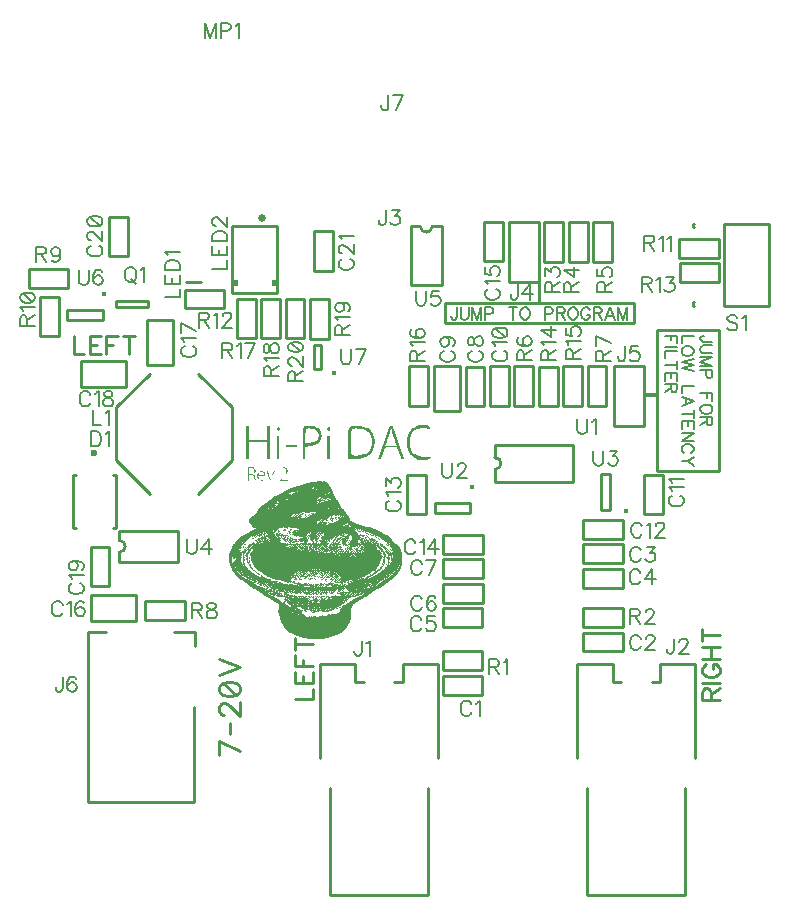
<source format=gbr>
G04 DipTrace 2.4.0.2*
%INTopSilk.gbr*%
%MOIN*%
%ADD10C,0.0098*%
%ADD12C,0.003*%
%ADD16C,0.0236*%
%ADD17C,0.013*%
%ADD24C,0.025*%
%ADD44C,0.0154*%
%ADD100C,0.0077*%
%ADD102C,0.0062*%
%ADD103C,0.0093*%
%ADD104C,0.0108*%
%FSLAX44Y44*%
G04*
G70*
G90*
G75*
G01*
%LNTopSilk*%
%LPD*%
X18423Y7498D2*
D10*
X19746D1*
Y6868D1*
X18423D1*
Y7498D1*
X24433Y8306D2*
X23110D1*
Y8936D1*
X24433D1*
Y8306D1*
X23114Y11873D2*
X24437D1*
Y11243D1*
X23114D1*
Y11873D1*
X23110Y11061D2*
X24433D1*
Y10431D1*
X23110D1*
Y11061D1*
X18423Y9748D2*
X19746D1*
Y9118D1*
X18423D1*
Y9748D1*
X18441Y10561D2*
X19764D1*
Y9931D1*
X18441D1*
Y10561D1*
X19764Y10743D2*
X18441D1*
Y11373D1*
X19764D1*
Y10743D1*
X19185Y16481D2*
X19814D1*
Y17804D1*
X19185D1*
Y16481D1*
X18125Y16307D2*
X19000D1*
Y17807D1*
X18125D1*
Y16307D1*
X20627Y17822D2*
X19997D1*
Y16500D1*
X20627D1*
Y17822D1*
X25752Y14197D2*
X25122D1*
Y12875D1*
X25752D1*
Y14197D1*
X23110Y12686D2*
X24433D1*
Y12056D1*
X23110D1*
Y12686D1*
X17877Y14197D2*
X17247D1*
Y12875D1*
X17877D1*
Y14197D1*
X19764Y11556D2*
X18441D1*
Y12186D1*
X19764D1*
Y11556D1*
X20439Y22635D2*
X19810D1*
Y21312D1*
X20439D1*
Y22635D1*
X8188Y9308D2*
X6688D1*
Y10183D1*
X8188D1*
Y9308D1*
X8562Y17870D2*
X9437D1*
Y19370D1*
X8562D1*
Y17870D1*
X7876Y17121D2*
X6376D1*
Y17996D1*
X7876D1*
Y17121D1*
X6685Y10481D2*
X7314D1*
Y11804D1*
X6685D1*
Y10481D1*
X7939Y22804D2*
X7310D1*
Y21481D1*
X7939D1*
Y22804D1*
X14752Y22322D2*
X14122D1*
Y21000D1*
X14752D1*
Y22322D1*
X7521Y14203D2*
Y12431D1*
X6103Y14203D2*
Y12431D1*
X7521D2*
X7422D1*
X7521Y14203D2*
X7422D1*
X6202Y12431D2*
X6103D1*
X6202Y14203D2*
X6103D1*
D16*
X6812Y14921D3*
X17931Y200D2*
D10*
X14664D1*
X17931D2*
Y3743D1*
X14664Y200D2*
Y3743D1*
X18265Y7877D2*
X17085D1*
X15510D2*
X14329D1*
X18265D2*
Y4767D1*
X15510Y7877D2*
Y7287D1*
X15785D1*
X14329Y4767D2*
Y7877D1*
X17085D2*
Y7287D1*
X16809D1*
X26512Y200D2*
X23245D1*
X26512D2*
Y3743D1*
X23245Y200D2*
Y3743D1*
X26847Y7877D2*
X25666D1*
X24091D2*
X22910D1*
X26847D2*
Y4767D1*
X24091Y7877D2*
Y7287D1*
X24367D1*
X22910Y4767D2*
Y7877D1*
X25666D2*
Y7287D1*
X25390D1*
X21625Y22621D2*
X20625D1*
X21625Y20621D2*
Y22621D1*
Y20621D2*
X20625D1*
Y22621D1*
X25125Y17808D2*
X24125D1*
X25125Y15808D2*
Y17808D1*
Y15808D2*
X24125D1*
Y17808D1*
X6591Y3281D2*
X10134D1*
Y6470D1*
X10154Y8497D2*
Y8950D1*
X9455D1*
X7211D2*
X6591D1*
Y3281D1*
X7531Y14692D2*
Y16442D1*
X8655Y17567D2*
X7531Y16442D1*
X8655Y13567D2*
X7531Y14692D1*
X10281Y13567D2*
X11406Y14692D1*
X10281Y17567D2*
X11406Y16442D1*
Y14692D1*
X10380Y20622D2*
X9869D1*
X12911Y22497D2*
X11411D1*
Y20247D1*
X12911D1*
Y22497D1*
D24*
X12411Y22747D3*
G36*
X12911Y20685D2*
X12724D1*
Y20497D1*
X12911D1*
Y20685D1*
G37*
G36*
X11599D2*
X11411D1*
Y20497D1*
X11599D1*
Y20685D1*
G37*
X8597Y19781D2*
D10*
X7527D1*
Y20001D1*
X8597D1*
Y19781D1*
X18428Y8311D2*
X19746D1*
Y7683D1*
X18428D1*
Y8311D1*
X24428Y9118D2*
X23110D1*
Y9746D1*
X24428D1*
Y9118D1*
X21810Y21299D2*
X22437D1*
Y22617D1*
X21810D1*
Y21299D1*
X22622D2*
X23250D1*
Y22617D1*
X22622D1*
Y21299D1*
X23435D2*
X24062D1*
Y22617D1*
X23435D1*
Y21299D1*
X21439Y17818D2*
X20812D1*
Y16500D1*
X21439D1*
Y17818D1*
X23877D2*
X23250D1*
Y16500D1*
X23877D1*
Y17818D1*
X9821Y9368D2*
X8503D1*
Y9996D1*
X9821D1*
Y9368D1*
X4615Y21061D2*
X5933D1*
Y20433D1*
X4615D1*
Y21061D1*
X5627Y20130D2*
X5000D1*
Y18812D1*
X5627D1*
Y20130D1*
X26303Y22061D2*
X27621D1*
Y21433D1*
X26303D1*
Y22061D1*
X11134Y19743D2*
X9816D1*
Y20371D1*
X11134D1*
Y19743D1*
X27634Y20618D2*
X26316D1*
Y21246D1*
X27634D1*
Y20618D1*
X22252Y17799D2*
X21625D1*
Y16481D1*
X22252D1*
Y17799D1*
X23064Y17818D2*
X22437D1*
Y16500D1*
X23064D1*
Y17818D1*
X17939D2*
X17312D1*
Y16500D1*
X17939D1*
Y17818D1*
X12189Y20068D2*
X11562D1*
Y18750D1*
X12189D1*
Y20068D1*
X13002D2*
X12375D1*
Y18750D1*
X13002D1*
Y20068D1*
X13997Y18736D2*
X14625D1*
Y20054D1*
X13997D1*
Y18736D1*
X13814Y20068D2*
X13187D1*
Y18750D1*
X13814D1*
Y20068D1*
X26812Y22568D2*
X26750D1*
Y22443D1*
Y19818D2*
X26812D1*
X27812D2*
X29312D1*
Y22568D1*
X27812D1*
Y19818D1*
X26750Y22443D2*
X26812D1*
X26750Y19818D2*
Y19943D1*
X26812D1*
X20164Y13945D2*
X22763D1*
X20164Y15205D2*
X22763D1*
Y13945D2*
Y15205D1*
X20164Y13945D2*
Y14378D1*
Y14772D2*
Y15205D1*
Y14378D2*
G03X20164Y14772I0J197D01*
G01*
D44*
X19394Y13787D3*
X19341Y13246D2*
D10*
X18160D1*
X19341Y12931D2*
X18160D1*
Y13246D2*
Y12931D1*
X19341Y13246D2*
Y12931D1*
D44*
X24541Y12977D3*
X24000Y13029D2*
D10*
Y14210D1*
X23685Y13029D2*
Y14210D1*
X24000D2*
X23685D1*
X24000Y13029D2*
X23685D1*
X7640Y11297D2*
X9609D1*
X7640Y12321D2*
X9609D1*
Y11297D2*
Y12321D1*
X7640Y11612D2*
Y11297D1*
Y12006D2*
Y12321D1*
Y11612D2*
G03X7640Y12006I0J197D01*
G01*
X17363Y22480D2*
Y20511D1*
X18387Y22480D2*
Y20511D1*
X17363D2*
X18387D1*
X17678Y22480D2*
X17363D1*
X18072D2*
X18387D1*
X17678D2*
G03X18072Y22480I197J0D01*
G01*
D44*
X7144Y20224D3*
X7091Y19684D2*
D10*
X5910D1*
X7091Y19369D2*
X5910D1*
Y19684D2*
Y19369D1*
X7091Y19684D2*
Y19369D1*
D44*
X14795Y17602D3*
X14372Y17733D2*
D10*
Y18520D1*
X14136D1*
Y17733D1*
X14372D1*
X18514Y19935D2*
X24814D1*
Y19247D1*
X18514D1*
Y19935D1*
X21626Y20622D2*
Y19935D1*
X25548Y19013D2*
X27642D1*
Y14324D1*
X25548D1*
Y19013D1*
X25165Y16870D2*
D17*
X25516D1*
X17644Y15861D2*
D12*
X17883D1*
X11869Y15831D2*
X11929D1*
X12557D2*
X12617D1*
X13814D2*
X14083D1*
X15370D2*
X15669D1*
X16656D2*
X16716D1*
X17571D2*
X17925D1*
X11869Y15801D2*
X11929D1*
X12557D2*
X12617D1*
X12916D2*
X12946D1*
X13786D2*
X14151D1*
X14592D2*
X14622D1*
X15328D2*
X15769D1*
X16642D2*
X16727D1*
X17508D2*
X17687D1*
X17823D2*
X17953D1*
X11869Y15771D2*
X11929D1*
X12557D2*
X12617D1*
X12904D2*
X12959D1*
X13766D2*
X13886D1*
X14036D2*
X14207D1*
X14579D2*
X14634D1*
X15298D2*
X15447D1*
X15621D2*
X15850D1*
X16629D2*
X16737D1*
X17456D2*
X17597D1*
X17943D2*
X17973D1*
X11869Y15741D2*
X11929D1*
X12557D2*
X12617D1*
X12896D2*
X12966D1*
X13760D2*
X13845D1*
X14118D2*
X14250D1*
X14572D2*
X14642D1*
X15288D2*
X15387D1*
X15733D2*
X15910D1*
X16617D2*
X16746D1*
X17414D2*
X17529D1*
X11869Y15711D2*
X11929D1*
X12557D2*
X12617D1*
X12905D2*
X12958D1*
X13756D2*
X13829D1*
X14177D2*
X14282D1*
X14580D2*
X14634D1*
X15283D2*
X15359D1*
X15817D2*
X15955D1*
X16607D2*
X16652D1*
X16717D2*
X16757D1*
X17380D2*
X17479D1*
X11869Y15681D2*
X11929D1*
X12557D2*
X12617D1*
X12916D2*
X12946D1*
X13755D2*
X13820D1*
X14217D2*
X14304D1*
X14592D2*
X14622D1*
X15281D2*
X15349D1*
X15880D2*
X15988D1*
X16597D2*
X16644D1*
X16721D2*
X16770D1*
X17351D2*
X17441D1*
X11869Y15651D2*
X11929D1*
X12557D2*
X12617D1*
X13754D2*
X13816D1*
X14245D2*
X14319D1*
X15281D2*
X15344D1*
X15925D2*
X16013D1*
X16587D2*
X16636D1*
X16729D2*
X16783D1*
X17329D2*
X17408D1*
X11869Y15621D2*
X11929D1*
X12557D2*
X12617D1*
X13754D2*
X13815D1*
X14265D2*
X14331D1*
X15280D2*
X15341D1*
X15958D2*
X16032D1*
X16577D2*
X16626D1*
X16737D2*
X16795D1*
X17310D2*
X17380D1*
X11869Y15591D2*
X11929D1*
X12557D2*
X12617D1*
X13754D2*
X13814D1*
X14279D2*
X14341D1*
X15280D2*
X15340D1*
X15983D2*
X16049D1*
X16567D2*
X16616D1*
X16746D2*
X16805D1*
X17293D2*
X17358D1*
X11869Y15561D2*
X11929D1*
X12557D2*
X12617D1*
X13754D2*
X13814D1*
X14286D2*
X14347D1*
X15280D2*
X15340D1*
X16001D2*
X16064D1*
X16557D2*
X16606D1*
X16756D2*
X16816D1*
X17279D2*
X17341D1*
X11869Y15531D2*
X11929D1*
X12557D2*
X12617D1*
X13754D2*
X13814D1*
X14290D2*
X14350D1*
X15280D2*
X15340D1*
X16016D2*
X16076D1*
X16547D2*
X16597D1*
X16766D2*
X16826D1*
X17267D2*
X17327D1*
X11869Y15502D2*
X11929D1*
X12557D2*
X12617D1*
X12886D2*
X12946D1*
X13754D2*
X13814D1*
X14290D2*
X14350D1*
X14562D2*
X14622D1*
X15280D2*
X15340D1*
X16027D2*
X16087D1*
X16537D2*
X16587D1*
X16776D2*
X16836D1*
X17260D2*
X17316D1*
X11869Y15472D2*
X11929D1*
X12557D2*
X12617D1*
X12886D2*
X12946D1*
X13754D2*
X13814D1*
X14287D2*
X14347D1*
X14562D2*
X14622D1*
X15280D2*
X15340D1*
X16038D2*
X16098D1*
X16527D2*
X16577D1*
X16786D2*
X16846D1*
X17252D2*
X17305D1*
X11869Y15442D2*
X11929D1*
X12557D2*
X12617D1*
X12886D2*
X12946D1*
X13754D2*
X13814D1*
X14279D2*
X14340D1*
X14562D2*
X14622D1*
X15280D2*
X15340D1*
X16047D2*
X16107D1*
X16517D2*
X16567D1*
X16796D2*
X16856D1*
X17244D2*
X17296D1*
X11869Y15412D2*
X11929D1*
X12557D2*
X12617D1*
X12886D2*
X12946D1*
X13754D2*
X13814D1*
X14267D2*
X14331D1*
X14562D2*
X14622D1*
X15280D2*
X15340D1*
X16053D2*
X16113D1*
X16507D2*
X16557D1*
X16806D2*
X16866D1*
X17235D2*
X17290D1*
X11869Y15382D2*
X11929D1*
X12557D2*
X12617D1*
X12886D2*
X12946D1*
X13754D2*
X13814D1*
X14249D2*
X14321D1*
X14562D2*
X14622D1*
X15280D2*
X15340D1*
X16056D2*
X16116D1*
X16497D2*
X16547D1*
X16816D2*
X16876D1*
X17230D2*
X17287D1*
X11869Y15352D2*
X12617D1*
X12886D2*
X12946D1*
X13754D2*
X13814D1*
X14224D2*
X14306D1*
X14562D2*
X14622D1*
X15280D2*
X15340D1*
X16057D2*
X16117D1*
X16487D2*
X16537D1*
X16826D2*
X16886D1*
X17227D2*
X17286D1*
X11869Y15322D2*
X12617D1*
X12886D2*
X12946D1*
X13754D2*
X13814D1*
X14193D2*
X14285D1*
X14562D2*
X14622D1*
X15280D2*
X15340D1*
X16058D2*
X16118D1*
X16477D2*
X16527D1*
X16836D2*
X16896D1*
X17226D2*
X17285D1*
X11869Y15292D2*
X11929D1*
X12557D2*
X12617D1*
X12886D2*
X12946D1*
X13754D2*
X13814D1*
X14103D2*
X14256D1*
X14562D2*
X14622D1*
X15280D2*
X15340D1*
X16058D2*
X16118D1*
X16467D2*
X16517D1*
X16847D2*
X16906D1*
X17225D2*
X17285D1*
X11869Y15262D2*
X11929D1*
X12557D2*
X12617D1*
X12886D2*
X12946D1*
X13754D2*
X13814D1*
X13961D2*
X14221D1*
X14562D2*
X14622D1*
X15280D2*
X15340D1*
X16058D2*
X16117D1*
X16457D2*
X16506D1*
X16861D2*
X16916D1*
X17225D2*
X17285D1*
X11869Y15232D2*
X11929D1*
X12557D2*
X12617D1*
X12886D2*
X12946D1*
X13754D2*
X14127D1*
X14562D2*
X14622D1*
X15280D2*
X15340D1*
X16057D2*
X16113D1*
X16447D2*
X16491D1*
X16879D2*
X16926D1*
X17225D2*
X17285D1*
X11869Y15202D2*
X11929D1*
X12557D2*
X12617D1*
X12886D2*
X12946D1*
X13186D2*
X13545D1*
X13754D2*
X13986D1*
X14562D2*
X14622D1*
X15280D2*
X15340D1*
X16053D2*
X16106D1*
X16436D2*
X16470D1*
X16901D2*
X16936D1*
X17226D2*
X17286D1*
X11869Y15172D2*
X11929D1*
X12557D2*
X12617D1*
X12886D2*
X12946D1*
X13186D2*
X13545D1*
X13754D2*
X13814D1*
X14562D2*
X14622D1*
X15280D2*
X15340D1*
X16046D2*
X16098D1*
X16423D2*
X16946D1*
X17230D2*
X17290D1*
X11869Y15143D2*
X11929D1*
X12557D2*
X12617D1*
X12886D2*
X12946D1*
X13754D2*
X13814D1*
X14562D2*
X14622D1*
X15280D2*
X15340D1*
X16037D2*
X16092D1*
X16410D2*
X16955D1*
X17237D2*
X17297D1*
X11869Y15113D2*
X11929D1*
X12557D2*
X12617D1*
X12886D2*
X12946D1*
X13754D2*
X13814D1*
X14562D2*
X14622D1*
X15280D2*
X15340D1*
X16028D2*
X16085D1*
X16398D2*
X16482D1*
X16891D2*
X16966D1*
X17246D2*
X17306D1*
X11869Y15083D2*
X11929D1*
X12557D2*
X12617D1*
X12886D2*
X12946D1*
X13754D2*
X13814D1*
X14562D2*
X14622D1*
X15280D2*
X15340D1*
X16017D2*
X16075D1*
X16388D2*
X16460D1*
X16912D2*
X16976D1*
X17255D2*
X17315D1*
X11869Y15053D2*
X11929D1*
X12557D2*
X12617D1*
X12886D2*
X12946D1*
X13754D2*
X13814D1*
X14562D2*
X14622D1*
X15280D2*
X15340D1*
X16003D2*
X16063D1*
X16377D2*
X16443D1*
X16930D2*
X16985D1*
X17265D2*
X17326D1*
X11869Y15023D2*
X11929D1*
X12557D2*
X12617D1*
X12886D2*
X12946D1*
X13754D2*
X13814D1*
X14562D2*
X14622D1*
X15280D2*
X15340D1*
X15985D2*
X16050D1*
X16367D2*
X16429D1*
X16943D2*
X16997D1*
X17275D2*
X17339D1*
X11869Y14993D2*
X11929D1*
X12557D2*
X12617D1*
X12886D2*
X12946D1*
X13754D2*
X13814D1*
X14562D2*
X14622D1*
X15280D2*
X15340D1*
X15962D2*
X16034D1*
X16358D2*
X16418D1*
X16954D2*
X17010D1*
X17286D2*
X17353D1*
X11869Y14963D2*
X11929D1*
X12557D2*
X12617D1*
X12886D2*
X12946D1*
X13754D2*
X13814D1*
X14562D2*
X14622D1*
X15280D2*
X15340D1*
X15935D2*
X16015D1*
X16347D2*
X16407D1*
X16965D2*
X17023D1*
X17300D2*
X17369D1*
X11869Y14933D2*
X11929D1*
X12557D2*
X12617D1*
X12886D2*
X12946D1*
X13754D2*
X13814D1*
X14562D2*
X14622D1*
X15280D2*
X15340D1*
X15901D2*
X15992D1*
X16337D2*
X16397D1*
X16976D2*
X17034D1*
X17317D2*
X17389D1*
X11869Y14903D2*
X11929D1*
X12557D2*
X12617D1*
X12886D2*
X12946D1*
X13754D2*
X13814D1*
X14562D2*
X14622D1*
X15280D2*
X15342D1*
X15855D2*
X15965D1*
X16328D2*
X16387D1*
X16985D2*
X17045D1*
X17337D2*
X17417D1*
X11869Y14873D2*
X11929D1*
X12557D2*
X12617D1*
X12886D2*
X12946D1*
X13754D2*
X13814D1*
X14562D2*
X14622D1*
X15280D2*
X15347D1*
X15784D2*
X15931D1*
X16317D2*
X16377D1*
X16996D2*
X17055D1*
X17361D2*
X17458D1*
X11869Y14843D2*
X11929D1*
X12557D2*
X12617D1*
X12886D2*
X12946D1*
X13754D2*
X13814D1*
X14562D2*
X14622D1*
X15280D2*
X15383D1*
X15665D2*
X15886D1*
X16307D2*
X16367D1*
X17006D2*
X17066D1*
X17393D2*
X17519D1*
X11869Y14813D2*
X11929D1*
X12557D2*
X12617D1*
X12886D2*
X12946D1*
X13754D2*
X13814D1*
X14562D2*
X14622D1*
X15280D2*
X15486D1*
X15489D2*
X15823D1*
X16297D2*
X16357D1*
X17016D2*
X17076D1*
X17434D2*
X17606D1*
X11869Y14783D2*
X11929D1*
X12557D2*
X12617D1*
X12886D2*
X12946D1*
X13754D2*
X13814D1*
X14562D2*
X14622D1*
X15280D2*
X15737D1*
X16283D2*
X16343D1*
X17030D2*
X17089D1*
X17485D2*
X17722D1*
X17823D2*
X18003D1*
X11869Y14754D2*
X11929D1*
X12557D2*
X12617D1*
X12886D2*
X12946D1*
X13754D2*
X13814D1*
X14562D2*
X14622D1*
X15280D2*
X15639D1*
X16267D2*
X16327D1*
X17045D2*
X17105D1*
X17546D2*
X17931D1*
X17614Y14724D2*
X17853D1*
X11974Y14455D2*
X12054D1*
X13101D2*
X13131D1*
X11934Y14445D2*
X11944D1*
X12084D2*
X12094D1*
X13061D2*
D3*
X13161D2*
D3*
X11934Y14435D2*
X11944D1*
X12104D2*
D3*
X13181D2*
D3*
X11934Y14425D2*
X11944D1*
X12124D2*
D3*
X13189D2*
X13191D1*
X11934Y14415D2*
X11944D1*
X13196D2*
X13201D1*
X11934Y14405D2*
X11944D1*
X12134D2*
D3*
X13202D2*
X13201D1*
X11934Y14395D2*
X11944D1*
X12139D2*
X12144D1*
X13206D2*
X13211D1*
X11934Y14385D2*
X11944D1*
X12144D2*
D3*
X13209D2*
X13211D1*
X11934Y14375D2*
X11944D1*
X13210D2*
X13211D1*
X11934Y14365D2*
X11944D1*
X12144D2*
X12154D1*
X13211D2*
X13221D1*
X11934Y14355D2*
X11944D1*
X12144D2*
X12154D1*
X13211D2*
X13221D1*
X11934Y14345D2*
X11944D1*
X12144D2*
X12154D1*
X13211D2*
X13221D1*
X11934Y14335D2*
X11944D1*
X12144D2*
X12154D1*
X12343D2*
X12383D1*
X13211D2*
X13221D1*
X11934Y14325D2*
X11944D1*
X12413D2*
D3*
X12553D2*
D3*
X12782D2*
D3*
X13211D2*
X13221D1*
X11934Y14315D2*
X11944D1*
X12144D2*
D3*
X12556D2*
X12553D1*
X12782D2*
D3*
X11934Y14305D2*
X11944D1*
X12144D2*
D3*
X12559D2*
X12563D1*
X12772D2*
D3*
X13211D2*
D3*
X11934Y14295D2*
X11944D1*
X12443D2*
D3*
X12563D2*
D3*
X12772D2*
D3*
X13211D2*
D3*
X11934Y14286D2*
X11944D1*
X12449D2*
X12453D1*
X12566D2*
X12563D1*
X11934Y14276D2*
X11944D1*
X12263D2*
D3*
X12454D2*
X12453D1*
X12569D2*
X12573D1*
X12762D2*
D3*
X13201D2*
D3*
X11934Y14266D2*
X11944D1*
X12458D2*
X12463D1*
X12573D2*
D3*
X12762D2*
D3*
X13201D2*
D3*
X11934Y14256D2*
X11944D1*
X12253D2*
D3*
X12461D2*
X12463D1*
X13191D2*
D3*
X11934Y14246D2*
X11944D1*
X12253D2*
D3*
X12463D2*
D3*
X12583D2*
D3*
X12752D2*
D3*
X11934Y14236D2*
X12074D1*
X12243D2*
D3*
X12583D2*
D3*
X13181D2*
D3*
X11934Y14226D2*
X11944D1*
X12245D2*
X12243D1*
X12463D2*
X12473D1*
X12742D2*
D3*
X11934Y14216D2*
X11944D1*
X12249D2*
X12243D1*
X12463D2*
X12473D1*
X12593D2*
D3*
X12742D2*
D3*
X11934Y14206D2*
X11944D1*
X12463D2*
X12473D1*
X12596D2*
X12593D1*
X13161D2*
D3*
X11934Y14196D2*
X11944D1*
X12243D2*
X12473D1*
X12599D2*
X12602D1*
X12732D2*
D3*
X11934Y14186D2*
X11944D1*
X12114D2*
D3*
X12602D2*
D3*
X11934Y14176D2*
X11944D1*
X12119D2*
X12124D1*
X12233D2*
X12243D1*
X11934Y14166D2*
X11944D1*
X12124D2*
D3*
X12612D2*
D3*
X12722D2*
D3*
X11934Y14156D2*
X11944D1*
X12243D2*
D3*
X12612D2*
D3*
X11934Y14146D2*
X11944D1*
X12134D2*
D3*
X12244D2*
X12243D1*
X11934Y14136D2*
X11944D1*
X12134D2*
D3*
X12245D2*
X12243D1*
X12622D2*
D3*
X13101D2*
D3*
X11934Y14126D2*
X11944D1*
X12135D2*
X12134D1*
X12248D2*
X12243D1*
X13091D2*
D3*
X11934Y14116D2*
X11944D1*
X12138D2*
X12134D1*
X12250D2*
X12253D1*
X12632D2*
D3*
X12702D2*
D3*
X13081D2*
D3*
X11934Y14106D2*
X11944D1*
X12140D2*
X12144D1*
X12254D2*
X12253D1*
X12632D2*
D3*
X13071D2*
D3*
X11934Y14096D2*
X11944D1*
X12142D2*
X12144D1*
X12258D2*
X12253D1*
X11934Y14086D2*
X11944D1*
X12145D2*
X12144D1*
X12263D2*
D3*
X12642D2*
D3*
X11934Y14076D2*
X11944D1*
X12147D2*
X12144D1*
X12642D2*
D3*
X11934Y14066D2*
X11944D1*
X12150D2*
X12154D1*
X11934Y14056D2*
X11944D1*
X12152D2*
X12154D1*
X12652D2*
X12672D1*
X11934Y14046D2*
X11944D1*
X12154D2*
D3*
X12303D2*
D3*
X12662D2*
X12672D1*
X13021D2*
X13031D1*
X11934Y14036D2*
X11944D1*
X12323D2*
D3*
X12443D2*
D3*
X13011D2*
X13231D1*
X12353Y14026D2*
X12403D1*
X14264Y13998D2*
X14353D1*
X14443D2*
X14473D1*
X14167Y13968D2*
X14506D1*
X14059Y13939D2*
X14535D1*
X13933Y13909D2*
X14560D1*
X13806Y13879D2*
X14582D1*
X13692Y13849D2*
X14603D1*
X13583Y13819D2*
X14627D1*
X13476Y13789D2*
X14049D1*
X14115D2*
X14517D1*
X14549D2*
X14650D1*
X13379Y13759D2*
X14038D1*
X14120D2*
X14670D1*
X13297Y13729D2*
X14024D1*
X14130D2*
X14114D1*
X14166D2*
X14174D1*
X14220D2*
X14687D1*
X13231Y13699D2*
X13731D1*
X13779D2*
X14112D1*
X14143D2*
X14699D1*
X13178Y13669D2*
X13541D1*
X13605D2*
X13711D1*
X13755D2*
D3*
X13799D2*
X13919D1*
X13950D2*
X14708D1*
X13136Y13639D2*
X13366D1*
X13426D2*
X13533D1*
X13635D2*
D3*
X13695D2*
X14716D1*
X13099Y13609D2*
X13307D1*
X13516D2*
X13524D1*
X13561D2*
X14583D1*
X14680D2*
X14729D1*
X13057Y13579D2*
X13252D1*
X13454D2*
X14568D1*
X14641D2*
X14745D1*
X12999Y13550D2*
X13203D1*
X13306D2*
X13336D1*
X13407D2*
X14479D1*
X14533D2*
X14550D1*
X14590D2*
X14762D1*
X12922Y13520D2*
X13157D1*
X13234D2*
X14459D1*
X14503D2*
X14779D1*
X12841Y13490D2*
X14300D1*
X14342D2*
X14794D1*
X12775Y13460D2*
X14253D1*
X14407D2*
X14810D1*
X12729Y13430D2*
X14215D1*
X14323D2*
X14353D1*
X14458D2*
X14532D1*
X14670D2*
X14826D1*
X12697Y13400D2*
X13158D1*
X13251D2*
X14196D1*
X14294D2*
X14301D1*
X14413D2*
D3*
X14503D2*
X14497D1*
X14563D2*
X14593D1*
X14653D2*
D3*
X14730D2*
X14845D1*
X12670Y13370D2*
X13012D1*
X13061D2*
X13102D1*
X13157D2*
X13192D1*
X13259D2*
X14195D1*
X14234D2*
X14241D1*
X14323D2*
X14353D1*
X14443D2*
X14457D1*
X14621D2*
X14623D1*
X14771D2*
X14867D1*
X12644Y13340D2*
X12816D1*
X12917D2*
D3*
X13007D2*
X13023D1*
X13051D2*
X13083D1*
X13113D2*
X13232D1*
X13268D2*
X13410D1*
X13442D2*
X13500D1*
X13531D2*
X13709D1*
X13741D2*
X14129D1*
X14174D2*
X14167D1*
X14278D2*
X14294D1*
X14413D2*
D3*
X14802D2*
X14889D1*
X12614Y13310D2*
X12856D1*
X12947D2*
X14176D1*
X14320D2*
X14323D1*
X14443D2*
D3*
X14503D2*
D3*
X14609D2*
X14910D1*
X12576Y13280D2*
X12874D1*
X12977D2*
X14234D1*
X14294D2*
D3*
X14357D2*
X14383D1*
X14444D2*
X14927D1*
X12527Y13250D2*
X12797D1*
X12917D2*
X14174D1*
X14264D2*
D3*
X14323D2*
X14351D1*
X14361D2*
X14943D1*
X12471Y13220D2*
X12811D1*
X12947D2*
X14095D1*
X14133D2*
X14232D1*
X14265D2*
X14958D1*
X12416Y13190D2*
X12827D1*
X12907D2*
X14056D1*
X14082D2*
X14970D1*
X12369Y13161D2*
X12786D1*
X12867D2*
X14983D1*
X12334Y13131D2*
X12648D1*
X12766D2*
X12736D1*
X12827D2*
X14667D1*
X14698D2*
X14748D1*
X14797D2*
X15002D1*
X12310Y13101D2*
X12512D1*
X12544D2*
X12558D1*
X12618D2*
D3*
X12857D2*
D3*
X12903D2*
X14563D1*
X14623D2*
X14728D1*
X14756D2*
X14862D1*
X14952D2*
X15030D1*
X12293Y13071D2*
X14772D1*
X14982D2*
X15059D1*
X12279Y13041D2*
X14547D1*
X14579D2*
X14637D1*
X14668D2*
X15084D1*
X12264Y13011D2*
X15105D1*
X12246Y12981D2*
X15125D1*
X12223Y12951D2*
X13676D1*
X13845D2*
X13964D1*
X14214D2*
X15148D1*
X12195Y12921D2*
X13636D1*
X13725D2*
X13755D1*
X14024D2*
X14084D1*
X14174D2*
X15178D1*
X12163Y12891D2*
X13396D1*
X13486D2*
D3*
X13605D2*
X13603D1*
X13665D2*
X13707D1*
X13815D2*
D3*
X13875D2*
D3*
X13964D2*
D3*
X14052D2*
X14098D1*
X14143D2*
X14747D1*
X14802D2*
X15208D1*
X12126Y12861D2*
X13367D1*
X13456D2*
D3*
X13516D2*
D3*
X13575D2*
X13574D1*
X13635D2*
X13661D1*
X13725D2*
D3*
X13815D2*
D3*
X13934D2*
D3*
X13994D2*
X14024D1*
X14059D2*
X14725D1*
X14772D2*
D3*
X14862D2*
D3*
X14922D2*
D3*
X14982D2*
D3*
X15040D2*
X15234D1*
X12085Y12831D2*
X12542D1*
X12574D2*
X13282D1*
X13336D2*
X13342D1*
X13426D2*
D3*
X13484D2*
X13486D1*
X13545D2*
X13546D1*
X13605D2*
X13620D1*
X13695D2*
D3*
X13785D2*
D3*
X13875D2*
D3*
X13964D2*
D3*
X14024D2*
X14443D1*
X14503D2*
X14565D1*
X14623D2*
D3*
X14712D2*
X14704D1*
X15012D2*
D3*
X15066D2*
X15071D1*
X15126D2*
X15253D1*
X12047Y12801D2*
X13322D1*
X13366D2*
X13396D1*
X13440D2*
X13456D1*
X13510D2*
X13521D1*
X13575D2*
X13585D1*
X13635D2*
X13665D1*
X13845D2*
D3*
X13891D2*
X13905D1*
X13966D2*
X14485D1*
X14593D2*
D3*
X14682D2*
D3*
X14832D2*
X14862D1*
X14922D2*
X14952D1*
X15042D2*
D3*
X15085D2*
X15268D1*
X12015Y12772D2*
X13171D1*
X13202D2*
X13216D1*
X13262D2*
X13366D1*
X13421D2*
X13502D1*
X13529D2*
X13567D1*
X13693D2*
X13695D1*
X13755D2*
X13785D1*
X13905D2*
X14418D1*
X14503D2*
X14533D1*
X14742D2*
D3*
X14968D2*
X15279D1*
X11991Y12742D2*
X13569D1*
X13605D2*
D3*
X13731D2*
X14294D1*
X14353D2*
X14359D1*
X14413D2*
X14473D1*
X14533D2*
X14563D1*
X14653D2*
D3*
X14712D2*
D3*
X14772D2*
D3*
X14832D2*
D3*
X14922D2*
D3*
X15012D2*
X15290D1*
X11976Y12712D2*
X14300D1*
X14383D2*
X14415D1*
X14489D2*
X14533D1*
X14593D2*
D3*
X14653D2*
D3*
X14742D2*
D3*
X14862D2*
D3*
X14968D2*
X15301D1*
X11965Y12682D2*
X14248D1*
X14353D2*
X14367D1*
X14413D2*
X14443D1*
X14563D2*
D3*
X14712D2*
X14742D1*
X14832D2*
D3*
X14920D2*
X15313D1*
X11966Y12652D2*
X12183D1*
X12215D2*
X12333D1*
X12365D2*
X12422D1*
X12454D2*
X14098D1*
X14130D2*
X14174D1*
X14323D2*
D3*
X14383D2*
X14405D1*
X14623D2*
D3*
X14682D2*
D3*
X14742D2*
D3*
X14882D2*
X15221D1*
X15281D2*
X15330D1*
X11978Y12622D2*
X14204D1*
X14294D2*
X14376D1*
X14413D2*
X14533D1*
X14593D2*
D3*
X14833D2*
X15382D1*
X11998Y12592D2*
X14191D1*
X14268D2*
X14362D1*
X14427D2*
X14479D1*
X14533D2*
X14511D1*
X14637D2*
X14623D1*
X14682D2*
X14712D1*
X14767D2*
X15162D1*
X15280D2*
X15460D1*
X12023Y12562D2*
X14184D1*
X14246D2*
X14385D1*
X14443D2*
X14459D1*
X14503D2*
X14480D1*
X14563D2*
D3*
X14668D2*
X15108D1*
X15251D2*
D3*
X15306D2*
X15560D1*
X12050Y12532D2*
X14192D1*
X14225D2*
X14443D1*
X14553D2*
X15060D1*
X15221D2*
D3*
X15281D2*
D3*
X15329D2*
X15667D1*
X12077Y12502D2*
X15019D1*
X15071D2*
X15251D1*
X15351D2*
X15772D1*
X12109Y12472D2*
X13009D1*
X13067D2*
D3*
X13145D2*
X13186D1*
X13336D2*
X13366D1*
X13400D2*
X14982D1*
X15101D2*
X15191D1*
X15311D2*
D3*
X15375D2*
X15870D1*
X12150Y12442D2*
X12958D1*
X13184D2*
X13216D1*
X13521D2*
X15307D1*
X15401D2*
X15431D1*
X15490D2*
D3*
X15550D2*
X15961D1*
X12199Y12413D2*
X12918D1*
X13216D2*
X13246D1*
X13396D2*
D3*
X13486D2*
D3*
X13603D2*
X15460D1*
X15520D2*
D3*
X15580D2*
X16044D1*
X12152Y12383D2*
X12885D1*
X12947D2*
D3*
X13007D2*
D3*
X13127D2*
X13157D1*
X13336D2*
X13366D1*
X13575D2*
D3*
X13665D2*
X15490D1*
X15550D2*
X15580D1*
X15640D2*
D3*
X15730D2*
X16122D1*
X12098Y12353D2*
X12662D1*
X12694D2*
X12739D1*
X12797D2*
X12856D1*
X12917D2*
D3*
X13097D2*
X13157D1*
X13336D2*
D3*
X13486D2*
D3*
X13545D2*
X13575D1*
X13629D2*
X15460D1*
X15520D2*
D3*
X15580D2*
D3*
X15700D2*
D3*
X15790D2*
X16195D1*
X12038Y12323D2*
X12440D1*
X12503D2*
X12744D1*
X12797D2*
X12827D1*
X12947D2*
X12977D1*
X13216D2*
D3*
X13276D2*
X13306D1*
X13442D2*
X13486D1*
X13578D2*
X15490D1*
X15610D2*
X15670D1*
X15730D2*
X15760D1*
X15849D2*
D3*
X15914D2*
X16262D1*
X11977Y12293D2*
X12355D1*
X12468D2*
D3*
X12540D2*
X12755D1*
X12797D2*
D3*
X12917D2*
X12938D1*
X13067D2*
D3*
X13336D2*
D3*
X13396D2*
X13964D1*
X14024D2*
X14234D1*
X14294D2*
D3*
X14353D2*
X15520D1*
X15819D2*
D3*
X15982D2*
X16326D1*
X11917Y12263D2*
X12277D1*
X12379D2*
X12408D1*
X12454D2*
X12498D1*
X12576D2*
X12770D1*
X12857D2*
X12907D1*
X12977D2*
X13007D1*
X13157D2*
D3*
X13216D2*
X13246D1*
X13306D2*
D3*
X13456D2*
X13905D1*
X13964D2*
D3*
X14054D2*
D3*
X14100D2*
X14204D1*
X14264D2*
X14353D1*
X14413D2*
D3*
X14474D2*
X15101D1*
X15161D2*
D3*
X15221D2*
X15550D1*
X15849D2*
D3*
X15909D2*
D3*
X16053D2*
X16387D1*
X11860Y12233D2*
X12209D1*
X12289D2*
X12319D1*
X12379D2*
D3*
X12438D2*
X12468D1*
X12528D2*
D3*
X12606D2*
X12784D1*
X12887D2*
X12881D1*
X12947D2*
X12977D1*
X13037D2*
X13067D1*
X13336D2*
D3*
X13396D2*
X13875D1*
X13994D2*
X14174D1*
X14234D2*
X14264D1*
X14323D2*
D3*
X14479D2*
X14988D1*
X15101D2*
X15131D1*
X15281D2*
D3*
X15324D2*
X15580D1*
X15670D2*
D3*
X15939D2*
D3*
X15999D2*
D3*
X16121D2*
X16446D1*
X11809Y12203D2*
X12148D1*
X12259D2*
X12275D1*
X12349D2*
D3*
X12588D2*
D3*
X12631D2*
X12797D1*
X12857D2*
D3*
X12972D2*
X13007D1*
X13157D2*
D3*
X13486D2*
D3*
X13545D2*
X13845D1*
X13934D2*
D3*
X14024D2*
X14186D1*
X14258D2*
X14264D1*
X14353D2*
D3*
X14413D2*
D3*
X14489D2*
X14912D1*
X15057D2*
X15101D1*
X15383D2*
X15550D1*
X15640D2*
D3*
X15694D2*
X15700D1*
X15760D2*
D3*
X16029D2*
D3*
X16183D2*
X16502D1*
X11760Y12173D2*
X12097D1*
X12169D2*
D3*
X12229D2*
X12236D1*
X12289D2*
D3*
X12468D2*
D3*
X12528D2*
X12558D1*
X12612D2*
X12813D1*
X12857D2*
X12917D1*
X12995D2*
X13186D1*
X13246D2*
D3*
X13306D2*
D3*
X13456D2*
D3*
X13545D2*
X13815D1*
X13875D2*
D3*
X13955D2*
X14186D1*
X14278D2*
X14294D1*
X14367D2*
X14353D1*
X14503D2*
X14847D1*
X15012D2*
X15071D1*
X15131D2*
D3*
X15221D2*
X15311D1*
X15371D2*
D3*
X15431D2*
X15586D1*
X15640D2*
X15670D1*
X15714D2*
X15730D1*
X15790D2*
D3*
X15849D2*
D3*
X16059D2*
X16089D1*
X16149D2*
D3*
X16238D2*
X16554D1*
X11715Y12143D2*
X11983D1*
X12049D2*
D3*
X12139D2*
D3*
X12199D2*
X12202D1*
X12289D2*
D3*
X12408D2*
D3*
X12468D2*
X12512D1*
X12567D2*
X12835D1*
X12887D2*
D3*
X12947D2*
D3*
X13017D2*
X13031D1*
X13097D2*
D3*
X13157D2*
X13167D1*
X13276D2*
D3*
X13545D2*
D3*
X13703D2*
X13785D1*
X13845D2*
D3*
X13905D2*
D3*
X13973D2*
X14187D1*
X14234D2*
D3*
X14294D2*
D3*
X14429D2*
X14795D1*
X14862D2*
X14892D1*
X14952D2*
D3*
X15101D2*
X15161D1*
X15204D2*
X15251D1*
X15384D2*
X15626D1*
X15730D2*
X15760D1*
X15888D2*
X15909D1*
X16179D2*
D3*
X16287D2*
X16601D1*
X11673Y12113D2*
X11970D1*
X12109D2*
D3*
X12169D2*
D3*
X12349D2*
D3*
X12408D2*
X12468D1*
X12558D2*
D3*
X12598D2*
X12862D1*
X12916D2*
X12917D1*
X12977D2*
D3*
X13041D2*
X13019D1*
X13157D2*
X13147D1*
X13216D2*
X13246D1*
X13336D2*
D3*
X13396D2*
D3*
X13486D2*
D3*
X13845D2*
X13875D1*
X13934D2*
D3*
X13985D2*
X14193D1*
X14248D2*
X14264D1*
X14353D2*
X14758D1*
X14842D2*
X14867D1*
X15012D2*
X15042D1*
X15178D2*
X15281D1*
X15392D2*
X15670D1*
X15819D2*
X15865D1*
X15923D2*
X15939D1*
X16208D2*
D3*
X16333D2*
X16642D1*
X11636Y12083D2*
X11939D1*
X12049D2*
X12109D1*
X12289D2*
X12319D1*
X12364D2*
X12379D1*
X12468D2*
X12528D1*
X12624D2*
X12893D1*
X12941D2*
X12999D1*
X13066D2*
X13097D1*
X13186D2*
D3*
X13246D2*
X13276D1*
X13379D2*
X13366D1*
X13721D2*
X13863D1*
X13919D2*
X13934D1*
X13995D2*
X14038D1*
X14070D2*
X14119D1*
X14174D2*
X14204D1*
X14264D2*
X14242D1*
X14323D2*
D3*
X14372D2*
X14732D1*
X14821D2*
X14844D1*
X14892D2*
X14989D1*
X15101D2*
D3*
X15142D2*
X15261D1*
X15341D2*
D3*
X15394D2*
X15640D1*
X15700D2*
X15760D1*
X15834D2*
X15826D1*
X15909D2*
D3*
X15952D2*
X15969D1*
X16029D2*
X16059D1*
X16268D2*
D3*
X16377D2*
X16675D1*
X11603Y12053D2*
X11902D1*
X11990D2*
D3*
X12229D2*
X12305D1*
X12377D2*
X12408D1*
X12468D2*
X12498D1*
X12558D2*
X12588D1*
X12648D2*
D3*
X12694D2*
X12933D1*
X12963D2*
X12977D1*
X13037D2*
D3*
X13097D2*
X13246D1*
X13306D2*
D3*
X13441D2*
X13426D1*
X13486D2*
X13516D1*
X13605D2*
X13866D1*
X13905D2*
X13906D1*
X14007D2*
X14096D1*
X14162D2*
X14189D1*
X14234D2*
X14211D1*
X14387D2*
X14647D1*
X14712D2*
D3*
X14798D2*
X14822D1*
X14884D2*
X14944D1*
X15042D2*
X15161D1*
X15221D2*
X15239D1*
X15383D2*
X15656D1*
X15711D2*
X15744D1*
X15790D2*
D3*
X15879D2*
D3*
X15977D2*
X15999D1*
X16089D2*
X16119D1*
X16298D2*
D3*
X16423D2*
X16418D1*
X16478D2*
X16700D1*
X11572Y12024D2*
X11863D1*
X11960D2*
D3*
X12049D2*
D3*
X12169D2*
X12199D1*
X12259D2*
X12289D1*
X12393D2*
X12408D1*
X12468D2*
X12558D1*
X12618D2*
X13007D1*
X13138D2*
X13157D1*
X13216D2*
D3*
X13306D2*
X13387D1*
X13637D2*
X13884D1*
X14025D2*
X14075D1*
X14165D2*
X14209D1*
X14294D2*
X14353D1*
X14398D2*
X14473D1*
X14533D2*
D3*
X14593D2*
X14637D1*
X14778D2*
X14796D1*
X14880D2*
X14907D1*
X14982D2*
X15012D1*
X15055D2*
X15175D1*
X15221D2*
X15210D1*
X15311D2*
D3*
X15367D2*
X15575D1*
X15670D2*
D3*
X15708D2*
X15730D1*
X15790D2*
X15939D1*
X16003D2*
X16069D1*
X16149D2*
X16179D1*
X16476D2*
X16711D1*
X11541Y11994D2*
X11827D1*
X12139D2*
D3*
X12213D2*
X12199D1*
X12289D2*
X12349D1*
X12410D2*
X12468D1*
X12517D2*
X12594D1*
X12676D2*
X12977D1*
X13037D2*
D3*
X13186D2*
D3*
X13276D2*
D3*
X13350D2*
X13347D1*
X13426D2*
X13516D1*
X13575D2*
X13605D1*
X13665D2*
X13725D1*
X13790D2*
X13816D1*
X13875D2*
X13905D1*
X13964D2*
D3*
X14052D2*
X14054D1*
X14114D2*
D3*
X14183D2*
X14234D1*
X14332D2*
X14353D1*
X14396D2*
X14563D1*
X14623D2*
D3*
X14761D2*
X14764D1*
X14898D2*
X14870D1*
X14952D2*
X14978D1*
X15064D2*
X15173D1*
X15322D2*
X15568D1*
X15690D2*
X15819D1*
X15909D2*
D3*
X15969D2*
D3*
X16032D2*
X16020D1*
X16089D2*
X16124D1*
X16208D2*
X16238D1*
X16388D2*
D3*
X16524D2*
X16723D1*
X11512Y11964D2*
X11615D1*
X11646D2*
X11690D1*
X11780D2*
X11798D1*
X11900D2*
D3*
X12109D2*
D3*
X12248D2*
X12305D1*
X12379D2*
D3*
X12425D2*
X12526D1*
X12556D2*
X12645D1*
X12738D2*
X13007D1*
X13097D2*
D3*
X13306D2*
D3*
X13396D2*
D3*
X13798D2*
X13792D1*
X13845D2*
D3*
X14084D2*
D3*
X14204D2*
X14214D1*
X14294D2*
D3*
X14361D2*
X14517D1*
X14765D2*
X14725D1*
X14832D2*
D3*
X14922D2*
X14949D1*
X15071D2*
X15131D1*
X15281D2*
D3*
X15319D2*
X15560D1*
X15670D2*
X15774D1*
X15819D2*
X15960D1*
X16065D2*
X16075D1*
X16179D2*
X16193D1*
X16597D2*
X16755D1*
X11486Y11934D2*
X11772D1*
X11840D2*
D3*
X12049D2*
D3*
X12135D2*
X12139D1*
X12208D2*
X12266D1*
X12335D2*
X13157D1*
X13216D2*
X13246D1*
X13336D2*
D3*
X13545D2*
X13575D1*
X13665D2*
X13774D1*
X13811D2*
X13857D1*
X13934D2*
X13994D1*
X14070D2*
X14194D1*
X14264D2*
D3*
X14345D2*
X14473D1*
X14533D2*
X14593D1*
X14802D2*
X14922D1*
X15012D2*
D3*
X15079D2*
X15161D1*
X15221D2*
D3*
X15301D2*
X15555D1*
X15610D2*
X15640D1*
X15714D2*
X16009D1*
X16101D2*
X16149D1*
X16208D2*
X16268D1*
X16328D2*
D3*
X16448D2*
D3*
X16508D2*
D3*
X16568D2*
X16597D1*
X16657D2*
X16799D1*
X11464Y11904D2*
X11746D1*
X11810D2*
D3*
X11990D2*
X12019D1*
X12079D2*
D3*
X12165D2*
X12233D1*
X12295D2*
X13038D1*
X13097D2*
X13111D1*
X13186D2*
X13200D1*
X13248D2*
X13366D1*
X13486D2*
X13558D1*
X13635D2*
X13665D1*
X13720D2*
X13777D1*
X13827D2*
X13815D1*
X13875D2*
X13855D1*
X13964D2*
X14004D1*
X14089D2*
X14096D1*
X14138D2*
X14174D1*
X14234D2*
D3*
X14322D2*
X14413D1*
X14473D2*
X14547D1*
X14730D2*
X14862D1*
X14922D2*
X14952D1*
X15107D2*
X15191D1*
X15281D2*
X15552D1*
X15615D2*
X15626D1*
X15700D2*
D3*
X15753D2*
X16063D1*
X16139D2*
X16160D1*
X16268D2*
X16254D1*
X16342D2*
X16328D1*
X16597D2*
X16657D1*
X16703D2*
X16844D1*
X11446Y11874D2*
X11719D1*
X11780D2*
D3*
X11840D2*
D3*
X11960D2*
D3*
X12049D2*
X12129D1*
X12191D2*
X12206D1*
X12256D2*
X13073D1*
X13127D2*
X13157D1*
X13216D2*
D3*
X13276D2*
D3*
X13336D2*
X13533D1*
X13605D2*
X13651D1*
X13743D2*
X13785D1*
X13845D2*
X13846D1*
X13905D2*
X14060D1*
X14114D2*
D3*
X14158D2*
X14204D1*
X14278D2*
X14294D1*
X14353D2*
D3*
X14413D2*
X14443D1*
X14503D2*
D3*
X14563D2*
D3*
X14673D2*
X14922D1*
X14982D2*
X15012D1*
X15146D2*
X15147D1*
X15251D2*
D3*
X15300D2*
X15551D1*
X15622D2*
X15610D1*
X15670D2*
D3*
X15730D2*
D3*
X15790D2*
X16013D1*
X16059D2*
X16101D1*
X16174D2*
X16157D1*
X16238D2*
D3*
X16358D2*
X16388D1*
X16538D2*
D3*
X16626D2*
X16881D1*
X11430Y11844D2*
X11690D1*
X11930D2*
X12019D1*
X12109D2*
X12178D1*
X12214D2*
X13113D1*
X13142D2*
X13186D1*
X13246D2*
D3*
X13366D2*
D3*
X13426D2*
D3*
X13479D2*
X13500D1*
X13575D2*
D3*
X13635D2*
D3*
X13695D2*
D3*
X13765D2*
X13756D1*
X13815D2*
X13832D1*
X13934D2*
D3*
X13994D2*
X14035D1*
X14084D2*
X14192D1*
X14234D2*
X14260D1*
X14323D2*
X14353D1*
X14447D2*
X14533D1*
X14623D2*
X14653D1*
X14735D2*
X14802D1*
X14862D2*
X14892D1*
X15101D2*
D3*
X15191D2*
X15221D1*
X15320D2*
X15550D1*
X15654D2*
X15670D1*
X15760D2*
X16137D1*
X16208D2*
X16268D1*
X16328D2*
X16404D1*
X16568D2*
X16597D1*
X16652D2*
X16909D1*
X11414Y11814D2*
X11660D1*
X11750D2*
X11780D1*
X11918D2*
X11990D1*
X12066D2*
X13171D1*
X13216D2*
D3*
X13306D2*
X13336D1*
X13395D2*
X13396D1*
X13456D2*
X13466D1*
X13522D2*
X13545D1*
X13605D2*
X13661D1*
X13720D2*
X13733D1*
X13790D2*
X13815D1*
X13875D2*
X13905D1*
X13964D2*
D3*
X14024D2*
X14014D1*
X14113D2*
X14191D1*
X14234D2*
X14232D1*
X14294D2*
X14320D1*
X14413D2*
D3*
X14476D2*
X14563D1*
X14653D2*
X14690D1*
X14753D2*
X14862D1*
X14952D2*
D3*
X15012D2*
D3*
X15131D2*
D3*
X15281D2*
D3*
X15341D2*
X15431D1*
X15550D2*
D3*
X15640D2*
D3*
X15700D2*
X15730D1*
X15790D2*
X16172D1*
X16242D2*
X16298D1*
X16385D2*
X16418D1*
X16478D2*
D3*
X16675D2*
X16930D1*
X11399Y11784D2*
X11690D1*
X11750D2*
D3*
X11840D2*
D3*
X11923D2*
X11900D1*
X11960D2*
D3*
X12028D2*
X12049D1*
X12109D2*
X13276D1*
X13322D2*
X13374D1*
X13420D2*
X13436D1*
X13486D2*
X13516D1*
X13555D2*
X13575D1*
X13635D2*
X13683D1*
X13743D2*
X13755D1*
X13817D2*
X13893D1*
X13953D2*
X13994D1*
X14054D2*
X14084D1*
X14139D2*
X14207D1*
X14264D2*
X14291D1*
X14353D2*
X14383D1*
X14443D2*
D3*
X14505D2*
X14533D1*
X14593D2*
X14742D1*
X14750D2*
X14816D1*
X14862D2*
X14922D1*
X14971D2*
X14982D1*
X15042D2*
D3*
X15221D2*
D3*
X15311D2*
D3*
X15490D2*
D3*
X15610D2*
D3*
X15712D2*
X16189D1*
X16279D2*
X16328D1*
X16429D2*
X16478D1*
X16627D2*
D3*
X16696D2*
X16948D1*
X11384Y11754D2*
X11645D1*
X11870D2*
D3*
X11933D2*
X11928D1*
X11998D2*
X12030D1*
X12079D2*
X13425D1*
X13442D2*
X13530D1*
X13581D2*
X13575D1*
X13665D2*
X13704D1*
X13764D2*
X13785D1*
X13845D2*
X13897D1*
X13956D2*
X14019D1*
X14084D2*
X14095D1*
X14161D2*
X14185D1*
X14234D2*
X14264D1*
X14323D2*
X14353D1*
X14413D2*
X14473D1*
X14533D2*
X14563D1*
X14623D2*
X14892D1*
X14992D2*
X14982D1*
X15161D2*
D3*
X15227D2*
X15221D1*
X15281D2*
X15371D1*
X15431D2*
D3*
X15550D2*
D3*
X15670D2*
D3*
X15708D2*
X15730D1*
X15790D2*
X16189D1*
X16312D2*
X16357D1*
X16418D2*
D3*
X16473D2*
X16538D1*
X16716D2*
X16967D1*
X11369Y11724D2*
X11601D1*
X11660D2*
D3*
X11720D2*
D3*
X11810D2*
X11840D1*
X11900D2*
X11894D1*
X11943D2*
X12010D1*
X12109D2*
X13350D1*
X13396D2*
X13456D1*
X13516D2*
X13545D1*
X13605D2*
X13635D1*
X13694D2*
X13725D1*
X13785D2*
X13905D1*
X13964D2*
X14049D1*
X14114D2*
X14089D1*
X14182D2*
X14165D1*
X14278D2*
X14294D1*
X14359D2*
X14383D1*
X14457D2*
X14438D1*
X14508D2*
X14593D1*
X14653D2*
D3*
X14712D2*
X14862D1*
X14922D2*
X14952D1*
X15016D2*
X15012D1*
X15071D2*
D3*
X15175D2*
X15161D1*
X15239D2*
X15221D1*
X15314D2*
X15355D1*
X15401D2*
D3*
X15490D2*
X15580D1*
X15640D2*
D3*
X15700D2*
X16184D1*
X16238D2*
D3*
X16339D2*
X16383D1*
X16503D2*
X16508D1*
X16568D2*
D3*
X16657D2*
D3*
X16732D2*
X16986D1*
X11355Y11694D2*
X11660D1*
X11791D2*
X11854D1*
X11939D2*
X11990D1*
X12084D2*
X13530D1*
X13561D2*
X13671D1*
X13719D2*
X13785D1*
X13839D2*
X13964D1*
X14024D2*
X14067D1*
X14144D2*
D3*
X14204D2*
D3*
X14264D2*
D3*
X14317D2*
X14323D1*
X14399D2*
X14397D1*
X14478D2*
X14712D1*
X14780D2*
X14802D1*
X14862D2*
X14923D1*
X14982D2*
D3*
X15042D2*
D3*
X15101D2*
D3*
X15258D2*
X15281D1*
X15343D2*
X15341D1*
X15431D2*
D3*
X15550D2*
X15568D1*
X15610D2*
X15700D1*
X15760D2*
X16298D1*
X16350D2*
X16406D1*
X16538D2*
D3*
X16597D2*
D3*
X16687D2*
D3*
X16745D2*
X17000D1*
X11343Y11664D2*
X11601D1*
X11720D2*
D3*
X11771D2*
X11810D1*
X11924D2*
X11971D1*
X12062D2*
X13711D1*
X13739D2*
X13769D1*
X13799D2*
X13889D1*
X13934D2*
D3*
X13996D2*
X14045D1*
X14086D2*
X14294D1*
X14353D2*
D3*
X14443D2*
X14563D1*
X14628D2*
X14623D1*
X14712D2*
X14726D1*
X14802D2*
X14898D1*
X14952D2*
X15101D1*
X15161D2*
X15221D1*
X15281D2*
X15270D1*
X15371D2*
X15401D1*
X15460D2*
D3*
X15520D2*
X15560D1*
X15643D2*
X15680D1*
X15730D2*
D3*
X15790D2*
X16307D1*
X16418D2*
X16428D1*
X16508D2*
X16568D1*
X16627D2*
D3*
X16760D2*
X17010D1*
X11332Y11635D2*
X11690D1*
X11743D2*
X11840D1*
X11908D2*
X11954D1*
X12041D2*
X14188D1*
X14220D2*
X14234D1*
X14294D2*
X14443D1*
X14533D2*
D3*
X14593D2*
D3*
X14669D2*
X14742D1*
X14831D2*
X14877D1*
X14922D2*
D3*
X14982D2*
X15012D1*
X15071D2*
D3*
X15131D2*
X15161D1*
X15221D2*
X15237D1*
X15341D2*
X15371D1*
X15431D2*
D3*
X15490D2*
D3*
X15550D2*
X15568D1*
X15610D2*
D3*
X15672D2*
X15659D1*
X15749D2*
X16321D1*
X16423D2*
X16452D1*
X16536D2*
X16596D1*
X16657D2*
D3*
X16717D2*
D3*
X16777D2*
X17018D1*
X11322Y11605D2*
X11643D1*
X11720D2*
D3*
X11761D2*
X11812D1*
X11890D2*
X11938D1*
X12019D2*
X14264D1*
X14318D2*
X14367D1*
X14399D2*
X14463D1*
X14533D2*
X14623D1*
X14712D2*
X14728D1*
X14772D2*
X14802D1*
X14862D2*
X14853D1*
X14922D2*
X14952D1*
X15010D2*
X15101D1*
X15161D2*
X15147D1*
X15235D2*
X15251D1*
X15311D2*
X15341D1*
X15401D2*
D3*
X15460D2*
D3*
X15520D2*
X15580D1*
X15640D2*
X15636D1*
X15715D2*
X16336D1*
X16430D2*
X16478D1*
X16561D2*
X16627D1*
X16740D2*
X17027D1*
X11312Y11575D2*
X11601D1*
X11660D2*
X11690D1*
X11761D2*
X11794D1*
X11870D2*
X11924D1*
X11990D2*
D3*
X12049D2*
X14308D1*
X14337D2*
X14482D1*
X14519D2*
X14591D1*
X14625D2*
X14719D1*
X14821D2*
X14817D1*
X15036D2*
X15063D1*
X15131D2*
D3*
X15191D2*
D3*
X15251D2*
X15311D1*
X15371D2*
X15431D1*
X15489D2*
X15550D1*
X15610D2*
X15614D1*
X15671D2*
X16295D1*
X16358D2*
X16339D1*
X16438D2*
X16448D1*
X16579D2*
X16616D1*
X16657D2*
X16687D1*
X16757D2*
X17036D1*
X11307Y11545D2*
X11620D1*
X11676D2*
X11685D1*
X11757D2*
X11781D1*
X11900D2*
X11912D1*
X12003D2*
X14712D1*
X14865D2*
X14952D1*
X15012D2*
X15034D1*
X15055D2*
X15116D1*
X15161D2*
X15282D1*
X15339D2*
X15401D1*
X15460D2*
D3*
X15513D2*
X15520D1*
X15580D2*
X15595D1*
X15626D2*
X16322D1*
X16388D2*
D3*
X16444D2*
X16508D1*
X16590D2*
X16619D1*
X16671D2*
X16717D1*
X16759D2*
X17041D1*
X11304Y11515D2*
X11641D1*
X11690D2*
X11674D1*
X11754D2*
X11766D1*
X11840D2*
X11906D1*
X11960D2*
D3*
X12012D2*
X14876D1*
X14897D2*
X14922D1*
X15012D2*
X15140D1*
X15189D2*
X15257D1*
X15305D2*
X15341D1*
X15401D2*
X15431D1*
X15504D2*
X15490D1*
X15534D2*
X16353D1*
X16452D2*
X16494D1*
X16538D2*
D3*
X16600D2*
X16627D1*
X16680D2*
X16687D1*
X16760D2*
X17044D1*
X11302Y11485D2*
X11665D1*
X11752D2*
X11750D1*
X11900D2*
X11901D1*
X12016D2*
X15192D1*
X15196D2*
X15237D1*
X15265D2*
X15311D1*
X15373D2*
X15415D1*
X15460D2*
D3*
X15515D2*
X16388D1*
X16463D2*
X16485D1*
X16612D2*
X16597D1*
X16684D2*
X16699D1*
X16763D2*
X17045D1*
X11302Y11455D2*
X11361D1*
X11421D2*
X11451D1*
X11500D2*
X11690D1*
X11751D2*
X11810D1*
X11887D2*
X11895D1*
X11960D2*
D3*
X12018D2*
X16328D1*
X16418D2*
D3*
X16478D2*
X16481D1*
X16538D2*
D3*
X16627D2*
D3*
X16686D2*
X16698D1*
X16753D2*
X17046D1*
X11301Y11425D2*
X11361D1*
X11421D2*
X11451D1*
X11539D2*
X11677D1*
X11750D2*
X11779D1*
X11879D2*
X11884D1*
X11960D2*
D3*
X12020D2*
X16358D1*
X16448D2*
X16478D1*
X16582D2*
X16627D1*
X16688D2*
X16693D1*
X16723D2*
X17046D1*
X11302Y11395D2*
X11361D1*
X11571D2*
X11615D1*
X11660D2*
X11669D1*
X11750D2*
X11766D1*
X11810D2*
D3*
X11885D2*
X11870D1*
X12025D2*
X16343D1*
X16418D2*
D3*
X16478D2*
X16472D1*
X16627D2*
X16622D1*
X16693D2*
X17046D1*
X11303Y11365D2*
X11361D1*
X11514D2*
X11669D1*
X11751D2*
X11771D1*
X11810D2*
D3*
X11892D2*
X11900D1*
X11960D2*
D3*
X12034D2*
X16329D1*
X16419D2*
X16462D1*
X16600D2*
X16611D1*
X16703D2*
X17046D1*
X11306Y11335D2*
X11362D1*
X11471D2*
X11674D1*
X11755D2*
X11780D1*
X11900D2*
D3*
X11960D2*
D3*
X12051D2*
X16313D1*
X16423D2*
X16448D1*
X16591D2*
X16597D1*
X16717D2*
X17046D1*
X11314Y11305D2*
X11367D1*
X11440D2*
X11682D1*
X11762D2*
X11750D1*
X11810D2*
D3*
X11911D2*
X11900D1*
X12077D2*
X16292D1*
X16430D2*
X16478D1*
X16593D2*
X16627D1*
X16699D2*
X17045D1*
X11321Y11276D2*
X11377D1*
X11415D2*
X11465D1*
X11497D2*
X11645D1*
X11690D2*
X11691D1*
X11770D2*
X11780D1*
X11924D2*
X11960D1*
X12109D2*
X16268D1*
X16439D2*
X16463D1*
X16538D2*
D3*
X16596D2*
X16612D1*
X16682D2*
X16687D1*
X16733D2*
X16791D1*
X16823D2*
X16881D1*
X16913D2*
X17041D1*
X11328Y11246D2*
X11702D1*
X11778D2*
X11810D1*
X11938D2*
X11930D1*
X12098D2*
X16298D1*
X16388D2*
D3*
X16448D2*
X16449D1*
X16601D2*
X16600D1*
X16665D2*
X17034D1*
X11334Y11216D2*
X11717D1*
X11789D2*
X11780D1*
X11840D2*
D3*
X11953D2*
X11990D1*
X12100D2*
X16279D1*
X16402D2*
X16434D1*
X16538D2*
D3*
X16608D2*
X16587D1*
X16650D2*
X17026D1*
X11344Y11186D2*
X11736D1*
X11809D2*
X11810D1*
X11968D2*
X12000D1*
X12115D2*
X16259D1*
X16418D2*
X16416D1*
X16552D2*
X16574D1*
X16613D2*
X16927D1*
X16986D2*
X17020D1*
X11356Y11156D2*
X11779D1*
X11832D2*
X11840D1*
X11988D2*
X12010D1*
X12133D2*
X16237D1*
X16358D2*
X16397D1*
X16569D2*
X16560D1*
X16604D2*
X17013D1*
X11370Y11126D2*
X11421D1*
X11481D2*
D3*
X11541D2*
X11824D1*
X11852D2*
X11870D1*
X12014D2*
X12019D1*
X12157D2*
X16213D1*
X16344D2*
X16377D1*
X16508D2*
X16548D1*
X16584D2*
X16897D1*
X16957D2*
X17004D1*
X11384Y11096D2*
X11870D1*
X12044D2*
X12049D1*
X12191D2*
X14084D1*
X14144D2*
X16185D1*
X16335D2*
X16353D1*
X16485D2*
X16991D1*
X11398Y11066D2*
X11451D1*
X11512D2*
X11900D1*
X12072D2*
X12079D1*
X12230D2*
X14024D1*
X14084D2*
X14114D1*
X14174D2*
D3*
X14234D2*
X14264D1*
X14323D2*
X14390D1*
X14444D2*
X16153D1*
X16268D2*
X16326D1*
X16460D2*
X16867D1*
X16927D2*
X16974D1*
X11410Y11036D2*
X11481D1*
X11546D2*
X11541D1*
X11601D2*
X11930D1*
X12049D2*
D3*
X12097D2*
X12109D1*
X12268D2*
X13755D1*
X13815D2*
X13905D1*
X13964D2*
X14054D1*
X14114D2*
X14204D1*
X14264D2*
X14373D1*
X14413D2*
D3*
X14478D2*
X16119D1*
X16254D2*
X16296D1*
X16434D2*
X16603D1*
X16652D2*
X16837D1*
X16897D2*
X16956D1*
X11421Y11006D2*
X11511D1*
X11583D2*
X11961D1*
X12124D2*
X12109D1*
X12307D2*
X13635D1*
X13700D2*
X13845D1*
X13905D2*
X13934D1*
X13994D2*
X14084D1*
X14144D2*
D3*
X14204D2*
X14234D1*
X14294D2*
D3*
X14353D2*
X14376D1*
X14428D2*
X14443D1*
X14515D2*
X14685D1*
X14741D2*
X16080D1*
X16179D2*
D3*
X16238D2*
X16263D1*
X16405D2*
X16643D1*
X16671D2*
X16807D1*
X16867D2*
X16941D1*
X11437Y10976D2*
X11541D1*
X11613D2*
X11660D1*
X11720D2*
X11995D1*
X12157D2*
X12169D1*
X12349D2*
X13550D1*
X13635D2*
X13665D1*
X13737D2*
X13760D1*
X13845D2*
X13905D1*
X13964D2*
X14054D1*
X14114D2*
D3*
X14174D2*
D3*
X14234D2*
X14294D1*
X14353D2*
X14383D1*
X14444D2*
X14487D1*
X14553D2*
X14587D1*
X14653D2*
X14722D1*
X14797D2*
X16034D1*
X16158D2*
X16226D1*
X16371D2*
X16717D1*
X16777D2*
D3*
X16837D2*
X16928D1*
X11458Y10946D2*
X11571D1*
X11647D2*
X12033D1*
X12197D2*
X12199D1*
X12395D2*
X13500D1*
X13605D2*
D3*
X13665D2*
X13711D1*
X13776D2*
X13785D1*
X13876D2*
X13875D1*
X13934D2*
D3*
X13984D2*
X13994D1*
X14054D2*
X14084D1*
X14144D2*
X14204D1*
X14264D2*
X14261D1*
X14323D2*
X14353D1*
X14413D2*
D3*
X14458D2*
X14533D1*
X14588D2*
X14576D1*
X14682D2*
X14767D1*
X14848D2*
X15984D1*
X16129D2*
X16186D1*
X16332D2*
X16747D1*
X16807D2*
X16911D1*
X11484Y10916D2*
X11602D1*
X11673D2*
X11690D1*
X11750D2*
X12076D1*
X12241D2*
X12259D1*
X12441D2*
X13459D1*
X13516D2*
D3*
X13575D2*
D3*
X13636D2*
X13665D1*
X13755D2*
D3*
X13816D2*
X13845D1*
X13910D2*
X13905D1*
X14005D2*
X14051D1*
X14100D2*
X14114D1*
X14174D2*
D3*
X14234D2*
X14222D1*
X14294D2*
D3*
X14353D2*
X14383D1*
X14467D2*
X14502D1*
X14563D2*
X14559D1*
X14621D2*
X14682D1*
X14742D2*
X14812D1*
X14895D2*
X15934D1*
X16094D2*
X16142D1*
X16289D2*
X16687D1*
X16747D2*
X16890D1*
X11512Y10887D2*
X11635D1*
X11683D2*
X12124D1*
X12289D2*
D3*
X12488D2*
X13427D1*
X13486D2*
D3*
X13541D2*
X13545D1*
X13604D2*
X13605D1*
X13671D2*
X13695D1*
X13755D2*
X13785D1*
X13859D2*
X13875D1*
X13947D2*
X13964D1*
X14029D2*
X14021D1*
X14084D2*
D3*
X14144D2*
X14172D1*
X14264D2*
D3*
X14323D2*
D3*
X14383D2*
X14413D1*
X14473D2*
X14468D1*
X14533D2*
X14542D1*
X14593D2*
D3*
X14653D2*
D3*
X14712D2*
X14772D1*
X14832D2*
X14852D1*
X14934D2*
X15881D1*
X15999D2*
D3*
X16059D2*
X16091D1*
X16243D2*
X16597D1*
X16657D2*
X16656D1*
X16777D2*
X16864D1*
X11541Y10857D2*
X11673D1*
X11760D2*
X11780D1*
X11840D2*
X12180D1*
X12349D2*
D3*
X12543D2*
X13421D1*
X13456D2*
X13516D1*
X13562D2*
X13575D1*
X13629D2*
X13635D1*
X13711D2*
X13736D1*
X13905D2*
X13921D1*
X13986D2*
X13993D1*
X14054D2*
D3*
X14114D2*
D3*
X14353D2*
D3*
X14413D2*
X14431D1*
X14533D2*
X14521D1*
X14623D2*
X14712D1*
X14820D2*
X14888D1*
X14969D2*
X15820D1*
X15999D2*
X16035D1*
X16191D2*
X16508D1*
X16568D2*
X16622D1*
X16725D2*
X16836D1*
X11572Y10827D2*
X11710D1*
X11819D2*
X11900D1*
X11960D2*
X12245D1*
X12384D2*
X12379D1*
X12610D2*
X13336D1*
X13396D2*
X13426D1*
X13486D2*
X13500D1*
X13582D2*
X13575D1*
X13649D2*
X13696D1*
X13755D2*
X13785D1*
X13845D2*
X13882D1*
X13964D2*
D3*
X14024D2*
D3*
X14144D2*
X14174D1*
X14234D2*
D3*
X14294D2*
D3*
X14383D2*
X14392D1*
X14503D2*
X14498D1*
X14563D2*
X14593D1*
X14653D2*
D3*
X14712D2*
X14742D1*
X14824D2*
X14802D1*
X14862D2*
X14922D1*
X15004D2*
X15752D1*
X15939D2*
X15978D1*
X16129D2*
X16587D1*
X16678D2*
X16806D1*
X11606Y10797D2*
X11747D1*
X11876D2*
X12318D1*
X12424D2*
X12408D1*
X12468D2*
D3*
X12688D2*
X13382D1*
X13450D2*
X13486D1*
X13545D2*
D3*
X13604D2*
X13605D1*
X13665D2*
X13664D1*
X13845D2*
X13848D1*
X14084D2*
D3*
X14264D2*
D3*
X14323D2*
X14353D1*
X14413D2*
D3*
X14473D2*
X14471D1*
X14533D2*
D3*
X14623D2*
D3*
X14758D2*
X14772D1*
X14842D2*
X14890D1*
X14952D2*
D3*
X15042D2*
X15681D1*
X15877D2*
X15917D1*
X16061D2*
X16547D1*
X16634D2*
X16776D1*
X11644Y10767D2*
X11784D1*
X11870D2*
D3*
X11931D2*
X11990D1*
X12049D2*
X12404D1*
X12503D2*
X12528D1*
X12772D2*
X13336D1*
X13396D2*
D3*
X13500D2*
X13516D1*
X13632D2*
X13635D1*
X13725D2*
D3*
X13785D2*
X13815D1*
X13934D2*
D3*
X13994D2*
X14054D1*
X14144D2*
D3*
X14204D2*
D3*
X14443D2*
D3*
X14593D2*
D3*
X14682D2*
X14712D1*
X14802D2*
D3*
X14862D2*
D3*
X14922D2*
D3*
X15012D2*
X15561D1*
X15610D2*
D3*
X15700D2*
X15730D1*
X15819D2*
X15849D1*
X15988D2*
X16443D1*
X16508D2*
D3*
X16589D2*
X16742D1*
X11685Y10737D2*
X11828D1*
X11985D2*
X12019D1*
X12079D2*
X12496D1*
X12533D2*
X12558D1*
X12618D2*
D3*
X12861D2*
X13306D1*
X13366D2*
D3*
X13456D2*
X13486D1*
X13545D2*
D3*
X13665D2*
X13695D1*
X13875D2*
D3*
X13964D2*
D3*
X14174D2*
D3*
X14294D2*
D3*
X14353D2*
X14383D1*
X14503D2*
X14533D1*
X14653D2*
D3*
X14707D2*
X14742D1*
X14892D2*
D3*
X14952D2*
D3*
X15024D2*
X15521D1*
X15672D2*
X15778D1*
X15906D2*
X16268D1*
X16339D2*
X16425D1*
X16544D2*
X16705D1*
X11728Y10707D2*
X11878D1*
X11960D2*
D3*
X12043D2*
X12109D1*
X12169D2*
X12558D1*
X12648D2*
X12678D1*
X12958D2*
X13326D1*
X13456D2*
D3*
X13516D2*
D3*
X13635D2*
D3*
X13755D2*
D3*
X14114D2*
D3*
X14413D2*
D3*
X14593D2*
D3*
X14682D2*
D3*
X14726D2*
X14772D1*
X14832D2*
D3*
X14982D2*
D3*
X15032D2*
X15412D1*
X15490D2*
X15489D1*
X15550D2*
X15580D1*
X15640D2*
X15716D1*
X15807D2*
X16298D1*
X16390D2*
X16386D1*
X16496D2*
X16666D1*
X11769Y10677D2*
X11933D1*
X12105D2*
X12169D1*
X12226D2*
X12648D1*
X12738D2*
D3*
X12797D2*
D3*
X13062D2*
X13345D1*
X13396D2*
D3*
X13575D2*
D3*
X13845D2*
D3*
X13905D2*
D3*
X13994D2*
D3*
X14054D2*
D3*
X14234D2*
D3*
X14294D2*
D3*
X14353D2*
D3*
X14503D2*
D3*
X14742D2*
X14737D1*
X14860D2*
X14862D1*
X14922D2*
X14952D1*
X15023D2*
X15281D1*
X15401D2*
X15463D1*
X15564D2*
X15534D1*
X15610D2*
X15658D1*
X15688D2*
X16208D1*
X16268D2*
X16340D1*
X16448D2*
X16626D1*
X11809Y10647D2*
X11991D1*
X12169D2*
X12199D1*
X12252D2*
X12887D1*
X13169D2*
X13366D1*
X13456D2*
D3*
X13516D2*
D3*
X13665D2*
D3*
X13755D2*
D3*
X14443D2*
D3*
X14533D2*
D3*
X14623D2*
D3*
X14712D2*
X14696D1*
X14802D2*
D3*
X15012D2*
X15161D1*
X15251D2*
D3*
X15341D2*
D3*
X15473D2*
X15474D1*
X15610D2*
X16288D1*
X16402D2*
X16582D1*
X11850Y10617D2*
X12049D1*
X12139D2*
X12125D1*
X12284D2*
X12289D1*
X12342D2*
X12859D1*
X12917D2*
D3*
X12977D2*
X13007D1*
X13276D2*
D3*
X13336D2*
D3*
X13396D2*
X13456D1*
X13605D2*
D3*
X13815D2*
D3*
X14174D2*
D3*
X14383D2*
D3*
X14832D2*
X14982D1*
X15031D2*
X15071D1*
X15131D2*
X15161D1*
X15221D2*
D3*
X15281D2*
D3*
X15383D2*
X15408D1*
X15523D2*
X16096D1*
X16141D2*
X16248D1*
X16358D2*
X16536D1*
X11890Y10587D2*
X12034D1*
X12079D2*
D3*
X12229D2*
D3*
X12409D2*
X12468D1*
X12528D2*
D3*
X12618D2*
X12692D1*
X12724D2*
X12738D1*
X12783D2*
X12833D1*
X12882D2*
X12991D1*
X13037D2*
X13067D1*
X13127D2*
D3*
X13486D2*
X13516D1*
X13575D2*
D3*
X13635D2*
X13665D1*
X13875D2*
D3*
X13934D2*
D3*
X14323D2*
D3*
X14473D2*
D3*
X14653D2*
X14772D1*
X15051D2*
X15042D1*
X15251D2*
D3*
X15305D2*
X15351D1*
X15428D2*
X15684D1*
X15716D2*
X15730D1*
X15776D2*
X15790D1*
X15849D2*
X15909D1*
X16045D2*
X16029D1*
X16089D2*
X16120D1*
X16188D2*
X16208D1*
X16328D2*
D3*
X16374D2*
X16492D1*
X11931Y10557D2*
X12139D1*
X12289D2*
X12379D1*
X12457D2*
X12498D1*
X12558D2*
X12814D1*
X12841D2*
X13216D1*
X13306D2*
X13336D1*
X13627D2*
X13607D1*
X13695D2*
X13905D1*
X13974D2*
X14024D1*
X14084D2*
X14114D1*
X14174D2*
D3*
X14234D2*
X14264D1*
X14353D2*
X14443D1*
X14497D2*
X14653D1*
X14712D2*
D3*
X14802D2*
X14832D1*
X14892D2*
D3*
X14952D2*
D3*
X15012D2*
D3*
X15071D2*
D3*
X15131D2*
X15161D1*
X15221D2*
D3*
X15267D2*
X15312D1*
X15325D2*
X15849D1*
X15909D2*
X15999D1*
X16107D2*
X16149D1*
X16281D2*
X16449D1*
X11975Y10527D2*
X12199D1*
X12379D2*
D3*
X12438D2*
D3*
X12494D2*
X12528D1*
X12587D2*
X13484D1*
X13545D2*
D3*
X13688D2*
X13763D1*
X13948D2*
X13934D1*
X14012D2*
X14010D1*
X14084D2*
X14085D1*
X14216D2*
X14196D1*
X14294D2*
X14353D1*
X14443D2*
X14429D1*
X14517D2*
X14533D1*
X14593D2*
X14579D1*
X14682D2*
X14784D1*
X14820D2*
X14892D1*
X14938D2*
X14982D1*
X15042D2*
D3*
X15087D2*
X15131D1*
X15191D2*
X15819D1*
X15879D2*
X15969D1*
X16029D2*
X16071D1*
X16179D2*
D3*
X16243D2*
X16403D1*
X12022Y10498D2*
X12183D1*
X12229D2*
X12289D1*
X12468D2*
D3*
X12527D2*
X12558D1*
X12616D2*
X12678D1*
X12738D2*
X13635D1*
X13755D2*
D3*
X14043D2*
X14060D1*
X14144D2*
X14114D1*
X14526D2*
X14533D1*
X14623D2*
D3*
X14742D2*
X14862D1*
X14922D2*
X15654D1*
X15686D2*
X15904D1*
X15969D2*
X15999D1*
X16110D2*
X16352D1*
X12070Y10468D2*
X12338D1*
X12408D2*
D3*
X12558D2*
X12588D1*
X12651D2*
X12648D1*
X12708D2*
X12811D1*
X12843D2*
X14040D1*
X14066D2*
X14084D1*
X14174D2*
X14996D1*
X15028D2*
X15094D1*
X15160D2*
X15823D1*
X15879D2*
X15863D1*
X16049D2*
X16300D1*
X12119Y10438D2*
X12388D1*
X12424D2*
X12468D1*
X12695D2*
X12887D1*
X12947D2*
X14862D1*
X14922D2*
D3*
X14982D2*
X15112D1*
X15185D2*
X15741D1*
X15909D2*
X15939D1*
X15985D2*
X16251D1*
X12168Y10408D2*
X12303D1*
X12335D2*
X12468D1*
X12528D2*
X12558D1*
X12746D2*
X12858D1*
X12917D2*
D3*
X12977D2*
X13072D1*
X13121D2*
X14892D1*
X14959D2*
X15067D1*
X15131D2*
X15109D1*
X15206D2*
X15431D1*
X15490D2*
X15665D1*
X15760D2*
D3*
X15846D2*
X16203D1*
X12214Y10378D2*
X12528D1*
X12618D2*
X12708D1*
X12797D2*
X12832D1*
X12887D2*
D3*
X12947D2*
X13023D1*
X13081D2*
X13216D1*
X13276D2*
X14853D1*
X14942D2*
X15028D1*
X15101D2*
X15092D1*
X15161D2*
D3*
X15230D2*
X15251D1*
X15311D2*
X15490D1*
X15550D2*
X15603D1*
X15730D2*
D3*
X15776D2*
X15819D1*
X15865D2*
X16157D1*
X12258Y10348D2*
X12422D1*
X12454D2*
X12468D1*
X12528D2*
X12648D1*
X12708D2*
D3*
X12768D2*
X12811D1*
X12857D2*
X12917D1*
X12977D2*
D3*
X13037D2*
X13097D1*
X13157D2*
X13336D1*
X13396D2*
X13426D1*
X13486D2*
X13516D1*
X13575D2*
X13619D1*
X13651D2*
X13845D1*
X13905D2*
X14269D1*
X14329D2*
X14653D1*
X14712D2*
X14822D1*
X14862D2*
D3*
X14940D2*
X14922D1*
X14982D2*
X14986D1*
X15071D2*
D3*
X15131D2*
D3*
X15266D2*
X15401D1*
X15490D2*
X15476D1*
X15550D2*
D3*
X15596D2*
X16112D1*
X12303Y10318D2*
X12618D1*
X12678D2*
X12793D1*
X12887D2*
X12905D1*
X12964D2*
X13127D1*
X13186D2*
D3*
X13246D2*
D3*
X13306D2*
X13396D1*
X13456D2*
X13516D1*
X13575D2*
X13665D1*
X13727D2*
X13755D1*
X13815D2*
D3*
X13875D2*
D3*
X13934D2*
X13964D1*
X14024D2*
X14050D1*
X14114D2*
D3*
X14204D2*
X14280D1*
X14339D2*
X14323D1*
X14408D2*
X14413D1*
X14479D2*
X14473D1*
X14533D2*
D3*
X14623D2*
D3*
X14682D2*
X14712D1*
X14772D2*
X14795D1*
X14974D2*
X14940D1*
X15101D2*
D3*
X15191D2*
D3*
X15311D2*
X15460D1*
X15520D2*
X16067D1*
X12350Y10288D2*
X12588D1*
X12648D2*
X12678D1*
X12768D2*
X12779D1*
X12813D2*
X12897D1*
X12957D2*
X12977D1*
X13127D2*
X13276D1*
X13336D2*
D3*
X13396D2*
X13695D1*
X13767D2*
X13934D1*
X13994D2*
X14007D1*
X14084D2*
X14114D1*
X14174D2*
X14204D1*
X14264D2*
X14294D1*
X14353D2*
X14383D1*
X14459D2*
X14563D1*
X14623D2*
X14639D1*
X14698D2*
X14769D1*
X14832D2*
D3*
X15101D2*
X15341D1*
X15401D2*
X15640D1*
X15730D2*
X16023D1*
X12394Y10258D2*
X12558D1*
X12618D2*
X12708D1*
X12768D2*
X12905D1*
X12965D2*
X12947D1*
X13007D2*
X13037D1*
X13115D2*
X13127D1*
X13306D2*
D3*
X13366D2*
D3*
X13575D2*
D3*
X13665D2*
D3*
X13725D2*
D3*
X13817D2*
X13845D1*
X13905D2*
X13946D1*
X14054D2*
X14098D1*
X14144D2*
X14204D1*
X14264D2*
D3*
X14337D2*
X14369D1*
X14443D2*
D3*
X14503D2*
X14547D1*
X14593D2*
D3*
X14653D2*
D3*
X14712D2*
X14742D1*
X14802D2*
D3*
X14892D2*
X15101D1*
X15167D2*
X15191D1*
X15251D2*
X15311D1*
X15371D2*
X15431D1*
X15490D2*
D3*
X15550D2*
X15610D1*
X15670D2*
X15730D1*
X15789D2*
X15980D1*
X12437Y10228D2*
X12598D1*
X12708D2*
X12827D1*
X12887D2*
X12917D1*
X12977D2*
D3*
X13030D2*
X13026D1*
X13118D2*
X13216D1*
X13875D2*
D3*
X14024D2*
D3*
X14084D2*
D3*
X14234D2*
D3*
X14323D2*
X14353D1*
X14413D2*
D3*
X14533D2*
D3*
X14862D2*
D3*
X15101D2*
X15116D1*
X15178D2*
X15161D1*
X15221D2*
X15281D1*
X15341D2*
X15371D1*
X15431D2*
X15460D1*
X15520D2*
X15651D1*
X15758D2*
X15939D1*
X12482Y10198D2*
X12639D1*
X12797D2*
D3*
X12857D2*
X12887D1*
X12947D2*
X13016D1*
X13047D2*
X13067D1*
X13136D2*
X13127D1*
X13186D2*
D3*
X13246D2*
X13396D1*
X13456D2*
D3*
X15042D2*
X15133D1*
X15194D2*
X15221D1*
X15281D2*
X15341D1*
X15401D2*
X15431D1*
X15490D2*
X15555D1*
X15724D2*
X15894D1*
X12529Y10168D2*
X12683D1*
X12945D2*
X13007D1*
X13044D2*
X13097D1*
X13157D2*
D3*
X13216D2*
X13246D1*
X13306D2*
X13336D1*
X13426D2*
D3*
X13486D2*
X13545D1*
X13605D2*
X13635D1*
X13695D2*
D3*
X14682D2*
X15012D1*
X15094D2*
X15147D1*
X15207D2*
X15221D1*
X15311D2*
X15454D1*
X15682D2*
X15847D1*
X12574Y10139D2*
X12731D1*
X13037D2*
X13067D1*
X13145D2*
X13216D1*
X13276D2*
D3*
X13336D2*
X13396D1*
X13450D2*
X13518D1*
X13648D2*
X13665D1*
X13728D2*
X13755D1*
X13815D2*
X13875D1*
X13934D2*
X13964D1*
X14024D2*
D3*
X14084D2*
D3*
X14174D2*
D3*
X14234D2*
D3*
X14294D2*
D3*
X14353D2*
X14383D1*
X14443D2*
X14473D1*
X14533D2*
X14593D1*
X14653D2*
D3*
X14701D2*
X14712D1*
X14801D2*
X14802D1*
X14858D2*
X14862D1*
X14916D2*
X14957D1*
X15012D2*
X15056D1*
X15101D2*
D3*
X15132D2*
X15161D1*
X15221D2*
X15365D1*
X15635D2*
X15799D1*
X12617Y10109D2*
X12784D1*
X13148D2*
X13186D1*
X13246D2*
X13364D1*
X13426D2*
D3*
X13470D2*
X13511D1*
X13545D2*
X13575D1*
X13635D2*
D3*
X13682D2*
X13695D1*
X13761D2*
X13812D1*
X13994D2*
D3*
X14054D2*
D3*
X14114D2*
D3*
X14204D2*
D3*
X14264D2*
D3*
X14323D2*
D3*
X14533D2*
D3*
X14593D2*
X14653D1*
X14717D2*
X14712D1*
X14766D2*
X14802D1*
X14842D2*
X14892D1*
X14936D2*
X14998D1*
X15028D2*
X15302D1*
X15584D2*
X15748D1*
X12663Y10079D2*
X12839D1*
X13157D2*
D3*
X13216D2*
D3*
X13280D2*
X13589D1*
X13621D2*
X13665D1*
X13706D2*
X13764D1*
X13790D2*
X13815D1*
X13875D2*
X13934D1*
X14084D2*
D3*
X14174D2*
X14204D1*
X14352D2*
X14353D1*
X14413D2*
D3*
X14473D2*
X14503D1*
X14623D2*
X14637D1*
X14682D2*
D3*
X14726D2*
X14786D1*
X14810D2*
X15191D1*
X15251D2*
X15259D1*
X15527D2*
X15696D1*
X12715Y10049D2*
X12897D1*
X13127D2*
X13186D1*
X13246D2*
D3*
X13309D2*
X13875D1*
X13964D2*
D3*
X14024D2*
D3*
X14114D2*
X14144D1*
X14234D2*
D3*
X14294D2*
D3*
X14377D2*
X14383D1*
X14449D2*
X14474D1*
X14533D2*
D3*
X14579D2*
X15101D1*
X15161D2*
X15229D1*
X15466D2*
X15643D1*
X12771Y10019D2*
X12950D1*
X13157D2*
X13216D1*
X13276D2*
D3*
X13336D2*
X13500D1*
X13531D2*
X13934D1*
X13989D2*
X14264D1*
X14323D2*
X14353D1*
X14431D2*
X14449D1*
X14497D2*
X15205D1*
X15407D2*
X15591D1*
X12831Y9989D2*
X12996D1*
X13127D2*
X13157D1*
X13216D2*
X13919D1*
X13964D2*
D3*
X14010D2*
X14024D1*
X14174D2*
X14220D1*
X14294D2*
X14353D1*
X14421D2*
X14429D1*
X14457D2*
X15071D1*
X15131D2*
D3*
X15191D2*
D3*
X15351D2*
X15540D1*
X12887Y9959D2*
X13037D1*
X13097D2*
D3*
X13252D2*
X13246D1*
X13306D2*
X13575D1*
X13635D2*
X13905D1*
X13964D2*
X14024D1*
X14084D2*
X14174D1*
X14264D2*
D3*
X14353D2*
D3*
X14413D2*
X15131D1*
X15299D2*
X15488D1*
X12937Y9929D2*
X13122D1*
X13296D2*
X15056D1*
X15251D2*
X15441D1*
X12961Y9899D2*
X13051D1*
X13083D2*
X13154D1*
X13342D2*
X13396D1*
X13456D2*
X13500D1*
X13531D2*
X13545D1*
X13591D2*
X13695D1*
X13760D2*
X13785D1*
X13845D2*
X13905D1*
X13964D2*
X14068D1*
X14100D2*
X14158D1*
X14190D2*
X14248D1*
X14279D2*
X14337D1*
X14369D2*
X14547D1*
X14579D2*
X14982D1*
X15204D2*
X15401D1*
X12969Y9869D2*
X13192D1*
X13412D2*
X13725D1*
X13801D2*
X13845D1*
X13905D2*
X15012D1*
X15155D2*
X15385D1*
X12974Y9839D2*
X13228D1*
X13486D2*
X13755D1*
X13845D2*
X13869D1*
X13929D2*
X14413D1*
X14473D2*
X14950D1*
X15110D2*
X15372D1*
X12976Y9809D2*
X13258D1*
X13402D2*
X13575D1*
X13650D2*
X13886D1*
X13946D2*
X14891D1*
X15076D2*
X15361D1*
X12975Y9779D2*
X13051D1*
X13083D2*
X13282D1*
X13300D2*
X13486D1*
X13605D2*
D3*
X13708D2*
X13815D1*
X13875D2*
X13897D1*
X13957D2*
X14114D1*
X14174D2*
X14264D1*
X14323D2*
X14383D1*
X14443D2*
X14742D1*
X14802D2*
X14838D1*
X14952D2*
X14982D1*
X15052D2*
X15352D1*
X12971Y9750D2*
X13171D1*
X13202D2*
X13542D1*
X13775D2*
X13905D1*
X13964D2*
X14084D1*
X14144D2*
X14623D1*
X14682D2*
D3*
X14802D2*
X14783D1*
X14862D2*
X14892D1*
X15032D2*
X15346D1*
X12959Y9720D2*
X13470D1*
X13516D2*
X13603D1*
X13665D2*
D3*
X13845D2*
X14024D1*
X14084D2*
X14114D1*
X14174D2*
D3*
X14234D2*
D3*
X14279D2*
X14294D1*
X14353D2*
D3*
X14413D2*
X14503D1*
X14563D2*
D3*
X14623D2*
X14711D1*
X15012D2*
X15042D1*
X15096D2*
X15343D1*
X12940Y9690D2*
X13725D1*
X13785D2*
X13845D1*
X14002D2*
X14084D1*
X14144D2*
X14174D1*
X14234D2*
X14353D1*
X14413D2*
X14473D1*
X14533D2*
X14651D1*
X14982D2*
D3*
X15042D2*
X15085D1*
X15115D2*
X15342D1*
X12917Y9660D2*
X13665D1*
X13845D2*
X13875D1*
X14025D2*
X14024D1*
X14084D2*
X14211D1*
X14413D2*
X14533D1*
X14922D2*
D3*
X15015D2*
X15341D1*
X12941Y9630D2*
X13342D1*
X13420D2*
X13685D1*
X14054D2*
D3*
X14985D2*
X15341D1*
X12959Y9600D2*
X13171D1*
X13202D2*
X13382D1*
X13410D2*
X13708D1*
X14862D2*
D3*
X14945D2*
X15341D1*
X12969Y9570D2*
X13545D1*
X13635D2*
X13739D1*
X14593D2*
D3*
X14742D2*
D3*
X14802D2*
D3*
X14881D2*
X15145D1*
X15177D2*
X15341D1*
X12975Y9540D2*
X13230D1*
X13262D2*
X13486D1*
X13665D2*
X13776D1*
X14503D2*
D3*
X14604D2*
X14623D1*
X14682D2*
D3*
X14788D2*
X15341D1*
X12981Y9510D2*
X13617D1*
X13695D2*
X13813D1*
X14413D2*
D3*
X14473D2*
D3*
X14563D2*
D3*
X14597D2*
X14623D1*
X14684D2*
X15341D1*
X12989Y9480D2*
X13799D1*
X13845D2*
D3*
X13905D2*
D3*
X13964D2*
D3*
X14024D2*
D3*
X14084D2*
D3*
X14144D2*
X14174D1*
X14234D2*
D3*
X14294D2*
X14323D1*
X14383D2*
D3*
X14429D2*
X14533D1*
X14579D2*
X15340D1*
X12997Y9450D2*
X13380D1*
X13412D2*
X13934D1*
X13980D2*
X13994D1*
X14040D2*
X14054D1*
X14100D2*
X14114D1*
X14255D2*
X15336D1*
X13003Y9420D2*
X15328D1*
X13010Y9390D2*
X13530D1*
X13561D2*
X14816D1*
X14848D2*
X15320D1*
X13019Y9361D2*
X14726D1*
X14758D2*
X15311D1*
X13031Y9331D2*
X15300D1*
X13045Y9301D2*
X13948D1*
X13980D2*
X15287D1*
X13060Y9271D2*
X15273D1*
X13074Y9241D2*
X15258D1*
X13089Y9211D2*
X13230D1*
X13262D2*
X13440D1*
X13472D2*
X14068D1*
X14100D2*
X14308D1*
X14339D2*
X14816D1*
X14848D2*
X14862D1*
X14908D2*
X14966D1*
X14998D2*
X15056D1*
X15087D2*
X15243D1*
X13104Y9181D2*
X15228D1*
X13120Y9151D2*
X15212D1*
X13139Y9121D2*
X15194D1*
X13164Y9091D2*
X15170D1*
X13194Y9061D2*
X15143D1*
X13231Y9031D2*
X15111D1*
X13273Y9001D2*
X15077D1*
X13320Y8972D2*
X15038D1*
X13372Y8942D2*
X14993D1*
X13430Y8912D2*
X14937D1*
X13495Y8882D2*
X14867D1*
X13574Y8852D2*
X14775D1*
X13680Y8822D2*
X14660D1*
X13814Y8792D2*
X14525D1*
X13964Y8762D2*
X14383D1*
X17644Y15861D2*
X17571Y15831D1*
X17508Y15801D1*
X17456Y15771D1*
X17414Y15741D1*
X17380Y15711D1*
X17351Y15681D1*
X17329Y15651D1*
X17310Y15621D1*
X17293Y15591D1*
X17279Y15561D1*
X17267Y15531D1*
X17260Y15502D1*
X17252Y15472D1*
X17244Y15442D1*
X17235Y15412D1*
X17230Y15382D1*
X17227Y15352D1*
X17226Y15322D1*
X17225Y15292D1*
Y15262D1*
Y15232D1*
X17226Y15202D1*
X17230Y15172D1*
X17237Y15143D1*
X17246Y15113D1*
X17255Y15083D1*
X17265Y15053D1*
X17275Y15023D1*
X17286Y14993D1*
X17300Y14963D1*
X17317Y14933D1*
X17337Y14903D1*
X17361Y14873D1*
X17393Y14843D1*
X17434Y14813D1*
X17485Y14783D1*
X17546Y14754D1*
X17614Y14724D1*
X17883Y15861D2*
X17925Y15831D1*
X17953Y15801D1*
X17973Y15771D1*
X11869Y15831D2*
Y15801D1*
Y15771D1*
Y15741D1*
Y15711D1*
Y15681D1*
Y15651D1*
Y15621D1*
Y15591D1*
Y15561D1*
Y15531D1*
Y15502D1*
Y15472D1*
Y15442D1*
Y15412D1*
Y15382D1*
Y15352D1*
Y15322D1*
Y15292D1*
Y15262D1*
Y15232D1*
Y15202D1*
Y15172D1*
Y15143D1*
Y15113D1*
Y15083D1*
Y15053D1*
Y15023D1*
Y14993D1*
Y14963D1*
Y14933D1*
Y14903D1*
Y14873D1*
Y14843D1*
Y14813D1*
Y14783D1*
Y14754D1*
X11929Y15831D2*
Y15801D1*
Y15771D1*
Y15741D1*
Y15711D1*
Y15681D1*
Y15651D1*
Y15621D1*
Y15591D1*
Y15561D1*
Y15531D1*
Y15502D1*
Y15472D1*
Y15442D1*
Y15412D1*
Y15382D1*
Y15352D1*
X12557Y15831D2*
Y15801D1*
Y15771D1*
Y15741D1*
Y15711D1*
Y15681D1*
Y15651D1*
Y15621D1*
Y15591D1*
Y15561D1*
Y15531D1*
Y15502D1*
Y15472D1*
Y15442D1*
Y15412D1*
Y15382D1*
Y15352D1*
X12617Y15831D2*
Y15801D1*
Y15771D1*
Y15741D1*
Y15711D1*
Y15681D1*
Y15651D1*
Y15621D1*
Y15591D1*
Y15561D1*
Y15531D1*
Y15502D1*
Y15472D1*
Y15442D1*
Y15412D1*
Y15382D1*
Y15352D1*
Y15322D1*
Y15292D1*
Y15262D1*
Y15232D1*
Y15202D1*
Y15172D1*
Y15143D1*
Y15113D1*
Y15083D1*
Y15053D1*
Y15023D1*
Y14993D1*
Y14963D1*
Y14933D1*
Y14903D1*
Y14873D1*
Y14843D1*
Y14813D1*
Y14783D1*
Y14754D1*
X13814Y15831D2*
X13786Y15801D1*
X13766Y15771D1*
X13760Y15741D1*
X13756Y15711D1*
X13755Y15681D1*
X13754Y15651D1*
Y15621D1*
Y15591D1*
Y15561D1*
Y15531D1*
Y15502D1*
Y15472D1*
Y15442D1*
Y15412D1*
Y15382D1*
Y15352D1*
Y15322D1*
Y15292D1*
Y15262D1*
Y15232D1*
Y15202D1*
Y15172D1*
Y15143D1*
Y15113D1*
Y15083D1*
Y15053D1*
Y15023D1*
Y14993D1*
Y14963D1*
Y14933D1*
Y14903D1*
Y14873D1*
Y14843D1*
Y14813D1*
Y14783D1*
Y14754D1*
X14083Y15831D2*
X14151Y15801D1*
X14207Y15771D1*
X14250Y15741D1*
X14282Y15711D1*
X14304Y15681D1*
X14319Y15651D1*
X14331Y15621D1*
X14341Y15591D1*
X14347Y15561D1*
X14350Y15531D1*
Y15502D1*
X14347Y15472D1*
X14340Y15442D1*
X14331Y15412D1*
X14321Y15382D1*
X14306Y15352D1*
X14285Y15322D1*
X14256Y15292D1*
X14221Y15262D1*
X14127Y15232D1*
X13986Y15202D1*
X13814Y15172D1*
Y15143D1*
Y15113D1*
Y15083D1*
Y15053D1*
Y15023D1*
Y14993D1*
Y14963D1*
Y14933D1*
Y14903D1*
Y14873D1*
Y14843D1*
Y14813D1*
Y14783D1*
Y14754D1*
X15370Y15831D2*
X15328Y15801D1*
X15298Y15771D1*
X15288Y15741D1*
X15283Y15711D1*
X15281Y15681D1*
Y15651D1*
X15280Y15621D1*
Y15591D1*
Y15561D1*
Y15531D1*
Y15502D1*
Y15472D1*
Y15442D1*
Y15412D1*
Y15382D1*
Y15352D1*
Y15322D1*
Y15292D1*
Y15262D1*
Y15232D1*
Y15202D1*
Y15172D1*
Y15143D1*
Y15113D1*
Y15083D1*
Y15053D1*
Y15023D1*
Y14993D1*
Y14963D1*
Y14933D1*
Y14903D1*
Y14873D1*
Y14843D1*
Y14813D1*
Y14783D1*
Y14754D1*
X15669Y15831D2*
X15769Y15801D1*
X15850Y15771D1*
X15910Y15741D1*
X15955Y15711D1*
X15988Y15681D1*
X16013Y15651D1*
X16032Y15621D1*
X16049Y15591D1*
X16064Y15561D1*
X16076Y15531D1*
X16087Y15502D1*
X16098Y15472D1*
X16107Y15442D1*
X16113Y15412D1*
X16116Y15382D1*
X16117Y15352D1*
X16118Y15322D1*
Y15292D1*
X16117Y15262D1*
X16113Y15232D1*
X16106Y15202D1*
X16098Y15172D1*
X16092Y15143D1*
X16085Y15113D1*
X16075Y15083D1*
X16063Y15053D1*
X16050Y15023D1*
X16034Y14993D1*
X16015Y14963D1*
X15992Y14933D1*
X15965Y14903D1*
X15931Y14873D1*
X15886Y14843D1*
X15823Y14813D1*
X15737Y14783D1*
X15639Y14754D1*
X16656Y15831D2*
X16642Y15801D1*
X16629Y15771D1*
X16617Y15741D1*
X16607Y15711D1*
X16597Y15681D1*
X16587Y15651D1*
X16577Y15621D1*
X16567Y15591D1*
X16557Y15561D1*
X16547Y15531D1*
X16537Y15502D1*
X16527Y15472D1*
X16517Y15442D1*
X16507Y15412D1*
X16497Y15382D1*
X16487Y15352D1*
X16477Y15322D1*
X16467Y15292D1*
X16457Y15262D1*
X16447Y15232D1*
X16436Y15202D1*
X16423Y15172D1*
X16410Y15143D1*
X16398Y15113D1*
X16388Y15083D1*
X16377Y15053D1*
X16367Y15023D1*
X16358Y14993D1*
X16347Y14963D1*
X16337Y14933D1*
X16328Y14903D1*
X16317Y14873D1*
X16307Y14843D1*
X16297Y14813D1*
X16283Y14783D1*
X16267Y14754D1*
X16716Y15831D2*
X16727Y15801D1*
X16737Y15771D1*
X16746Y15741D1*
X16757Y15711D1*
X16770Y15681D1*
X16783Y15651D1*
X16795Y15621D1*
X16805Y15591D1*
X16816Y15561D1*
X16826Y15531D1*
X16836Y15502D1*
X16846Y15472D1*
X16856Y15442D1*
X16866Y15412D1*
X16876Y15382D1*
X16886Y15352D1*
X16896Y15322D1*
X16906Y15292D1*
X16916Y15262D1*
X16926Y15232D1*
X16936Y15202D1*
X16946Y15172D1*
X16955Y15143D1*
X16966Y15113D1*
X16976Y15083D1*
X16985Y15053D1*
X16997Y15023D1*
X17010Y14993D1*
X17023Y14963D1*
X17034Y14933D1*
X17045Y14903D1*
X17055Y14873D1*
X17066Y14843D1*
X17076Y14813D1*
X17089Y14783D1*
X17105Y14754D1*
X12916Y15801D2*
X12904Y15771D1*
X12896Y15741D1*
X12905Y15711D1*
X12916Y15681D1*
X12946Y15801D2*
X12959Y15771D1*
X12966Y15741D1*
X12958Y15711D1*
X12946Y15681D1*
X14592Y15801D2*
X14579Y15771D1*
X14572Y15741D1*
X14580Y15711D1*
X14592Y15681D1*
X14622Y15801D2*
X14634Y15771D1*
X14642Y15741D1*
X14634Y15711D1*
X14622Y15681D1*
X17793Y15831D2*
X17687Y15801D1*
X17597Y15771D1*
X17529Y15741D1*
X17479Y15711D1*
X17441Y15681D1*
X17408Y15651D1*
X17380Y15621D1*
X17358Y15591D1*
X17341Y15561D1*
X17327Y15531D1*
X17316Y15502D1*
X17305Y15472D1*
X17296Y15442D1*
X17290Y15412D1*
X17287Y15382D1*
X17286Y15352D1*
X17285Y15322D1*
Y15292D1*
Y15262D1*
Y15232D1*
X17286Y15202D1*
X17290Y15172D1*
X17297Y15143D1*
X17306Y15113D1*
X17315Y15083D1*
X17326Y15053D1*
X17339Y15023D1*
X17353Y14993D1*
X17369Y14963D1*
X17389Y14933D1*
X17417Y14903D1*
X17458Y14873D1*
X17519Y14843D1*
X17606Y14813D1*
X17722Y14783D1*
X17853Y14754D1*
X17704Y15831D2*
X17823Y15801D1*
X17943Y15771D1*
X13934Y15801D2*
X13886Y15771D1*
X13845Y15741D1*
X13829Y15711D1*
X13820Y15681D1*
X13816Y15651D1*
X13815Y15621D1*
X13814Y15591D1*
Y15561D1*
Y15531D1*
Y15502D1*
Y15472D1*
Y15442D1*
Y15412D1*
Y15382D1*
Y15352D1*
Y15322D1*
Y15292D1*
Y15262D1*
X14083Y15232D1*
X13934Y15801D2*
X14036Y15771D1*
X14118Y15741D1*
X14177Y15711D1*
X14217Y15681D1*
X14245Y15651D1*
X14265Y15621D1*
X14279Y15591D1*
X14286Y15561D1*
X14290Y15531D1*
Y15502D1*
X14287Y15472D1*
X14279Y15442D1*
X14267Y15412D1*
X14249Y15382D1*
X14224Y15352D1*
X14193Y15322D1*
X14103Y15292D1*
X13961Y15262D1*
X13784Y15232D1*
X15519Y15801D2*
X15447Y15771D1*
X15387Y15741D1*
X15359Y15711D1*
X15349Y15681D1*
X15344Y15651D1*
X15341Y15621D1*
X15340Y15591D1*
Y15561D1*
Y15531D1*
Y15502D1*
Y15472D1*
Y15442D1*
Y15412D1*
Y15382D1*
Y15352D1*
Y15322D1*
Y15292D1*
Y15262D1*
Y15232D1*
Y15202D1*
Y15172D1*
Y15143D1*
Y15113D1*
Y15083D1*
Y15053D1*
Y15023D1*
Y14993D1*
Y14963D1*
Y14933D1*
X15342Y14903D1*
X15347Y14873D1*
X15383Y14843D1*
X15486Y14813D1*
X15609Y14783D1*
X15490Y15801D2*
X15621Y15771D1*
X15733Y15741D1*
X15817Y15711D1*
X15880Y15681D1*
X15925Y15651D1*
X15958Y15621D1*
X15983Y15591D1*
X16001Y15561D1*
X16016Y15531D1*
X16027Y15502D1*
X16038Y15472D1*
X16047Y15442D1*
X16053Y15412D1*
X16056Y15382D1*
X16057Y15352D1*
X16058Y15322D1*
Y15292D1*
Y15262D1*
X16057Y15232D1*
X16053Y15202D1*
X16046Y15172D1*
X16037Y15143D1*
X16028Y15113D1*
X16017Y15083D1*
X16003Y15053D1*
X15985Y15023D1*
X15962Y14993D1*
X15935Y14963D1*
X15901Y14933D1*
X15855Y14903D1*
X15784Y14873D1*
X15665Y14843D1*
X15489Y14813D1*
X15280Y14783D1*
X16656Y15741D2*
X16652Y15711D1*
X16644Y15681D1*
X16636Y15651D1*
X16626Y15621D1*
X16616Y15591D1*
X16606Y15561D1*
X16597Y15531D1*
X16587Y15502D1*
X16577Y15472D1*
X16567Y15442D1*
X16557Y15412D1*
X16547Y15382D1*
X16537Y15352D1*
X16527Y15322D1*
X16517Y15292D1*
X16506Y15262D1*
X16491Y15232D1*
X16470Y15202D1*
X16447Y15172D1*
X16716Y15741D2*
X16717Y15711D1*
X16721Y15681D1*
X16729Y15651D1*
X16737Y15621D1*
X16746Y15591D1*
X16756Y15561D1*
X16766Y15531D1*
X16776Y15502D1*
X16786Y15472D1*
X16796Y15442D1*
X16806Y15412D1*
X16816Y15382D1*
X16826Y15352D1*
X16836Y15322D1*
X16847Y15292D1*
X16861Y15262D1*
X16879Y15232D1*
X16901Y15202D1*
X16926Y15172D1*
X12886Y15502D2*
Y15472D1*
Y15442D1*
Y15412D1*
Y15382D1*
Y15352D1*
Y15322D1*
Y15292D1*
Y15262D1*
Y15232D1*
Y15202D1*
Y15172D1*
Y15143D1*
Y15113D1*
Y15083D1*
Y15053D1*
Y15023D1*
Y14993D1*
Y14963D1*
Y14933D1*
Y14903D1*
Y14873D1*
Y14843D1*
Y14813D1*
Y14783D1*
Y14754D1*
X12946Y15502D2*
Y15472D1*
Y15442D1*
Y15412D1*
Y15382D1*
Y15352D1*
Y15322D1*
Y15292D1*
Y15262D1*
Y15232D1*
Y15202D1*
Y15172D1*
Y15143D1*
Y15113D1*
Y15083D1*
Y15053D1*
Y15023D1*
Y14993D1*
Y14963D1*
Y14933D1*
Y14903D1*
Y14873D1*
Y14843D1*
Y14813D1*
Y14783D1*
Y14754D1*
X14562Y15502D2*
Y15472D1*
Y15442D1*
Y15412D1*
Y15382D1*
Y15352D1*
Y15322D1*
Y15292D1*
Y15262D1*
Y15232D1*
Y15202D1*
Y15172D1*
Y15143D1*
Y15113D1*
Y15083D1*
Y15053D1*
Y15023D1*
Y14993D1*
Y14963D1*
Y14933D1*
Y14903D1*
Y14873D1*
Y14843D1*
Y14813D1*
Y14783D1*
Y14754D1*
X14622Y15502D2*
Y15472D1*
Y15442D1*
Y15412D1*
Y15382D1*
Y15352D1*
Y15322D1*
Y15292D1*
Y15262D1*
Y15232D1*
Y15202D1*
Y15172D1*
Y15143D1*
Y15113D1*
Y15083D1*
Y15053D1*
Y15023D1*
Y14993D1*
Y14963D1*
Y14933D1*
Y14903D1*
Y14873D1*
Y14843D1*
Y14813D1*
Y14783D1*
Y14754D1*
X11929Y15322D2*
Y15292D1*
Y15262D1*
Y15232D1*
Y15202D1*
Y15172D1*
Y15143D1*
Y15113D1*
Y15083D1*
Y15053D1*
Y15023D1*
Y14993D1*
Y14963D1*
Y14933D1*
Y14903D1*
Y14873D1*
Y14843D1*
Y14813D1*
Y14783D1*
Y14754D1*
X12557Y15322D2*
Y15292D1*
Y15262D1*
Y15232D1*
Y15202D1*
Y15172D1*
Y15143D1*
Y15113D1*
Y15083D1*
Y15053D1*
Y15023D1*
Y14993D1*
Y14963D1*
Y14933D1*
Y14903D1*
Y14873D1*
Y14843D1*
Y14813D1*
Y14783D1*
Y14754D1*
X13186Y15202D2*
Y15172D1*
X13545Y15202D2*
Y15172D1*
X16507Y15143D2*
X16482Y15113D1*
X16460Y15083D1*
X16443Y15053D1*
X16429Y15023D1*
X16418Y14993D1*
X16407Y14963D1*
X16397Y14933D1*
X16387Y14903D1*
X16377Y14873D1*
X16367Y14843D1*
X16357Y14813D1*
X16343Y14783D1*
X16327Y14754D1*
X16866Y15143D2*
X16891Y15113D1*
X16912Y15083D1*
X16930Y15053D1*
X16943Y15023D1*
X16954Y14993D1*
X16965Y14963D1*
X16976Y14933D1*
X16985Y14903D1*
X16996Y14873D1*
X17006Y14843D1*
X17016Y14813D1*
X17030Y14783D1*
X17045Y14754D1*
X17823Y14783D2*
X17793Y14754D1*
X18003Y14783D2*
X17931Y14754D1*
X17853Y14724D1*
X11974Y14455D2*
X12054D2*
X13101D2*
X13131D2*
X11934Y14445D2*
Y14435D1*
Y14425D1*
Y14415D1*
Y14405D1*
Y14395D1*
Y14385D1*
Y14375D1*
Y14365D1*
Y14355D1*
Y14345D1*
Y14335D1*
Y14325D1*
Y14315D1*
Y14305D1*
Y14295D1*
Y14286D1*
Y14276D1*
Y14266D1*
Y14256D1*
Y14246D1*
Y14236D1*
Y14226D1*
Y14216D1*
Y14206D1*
Y14196D1*
Y14186D1*
Y14176D1*
Y14166D1*
Y14156D1*
Y14146D1*
Y14136D1*
Y14126D1*
Y14116D1*
Y14106D1*
Y14096D1*
Y14086D1*
Y14076D1*
Y14066D1*
Y14056D1*
Y14046D1*
Y14036D1*
X11944Y14445D2*
Y14435D1*
Y14425D1*
Y14415D1*
Y14405D1*
Y14395D1*
Y14385D1*
Y14375D1*
Y14365D1*
Y14355D1*
Y14345D1*
Y14335D1*
Y14325D1*
Y14315D1*
Y14305D1*
Y14295D1*
Y14286D1*
Y14276D1*
Y14266D1*
Y14256D1*
Y14246D1*
Y14236D1*
X12084Y14445D2*
X12104Y14435D1*
X12094Y14445D2*
X13061D2*
X13161D2*
X13181Y14435D2*
X13189Y14425D1*
X13196Y14415D1*
X13202Y14405D1*
X13206Y14395D1*
X13209Y14385D1*
X13210Y14375D1*
X13211Y14365D1*
Y14355D1*
Y14345D1*
Y14335D1*
Y14325D1*
X12124Y14425D2*
X12134Y14405D2*
X12139Y14395D1*
X12144Y14385D1*
Y14365D2*
Y14355D1*
Y14345D1*
Y14335D1*
X12154Y14365D2*
Y14355D1*
Y14345D1*
Y14335D1*
X13221Y14365D2*
Y14355D1*
Y14345D1*
Y14335D1*
Y14325D1*
X12343Y14335D2*
X12383D2*
X12413Y14325D2*
X12553D2*
X12556Y14315D1*
X12559Y14305D1*
X12563Y14295D1*
X12566Y14286D1*
X12569Y14276D1*
X12573Y14266D1*
X12782Y14325D2*
Y14315D1*
X12144D2*
Y14305D1*
X12772D2*
Y14295D1*
X13211Y14305D2*
Y14295D1*
X12443D2*
X12449Y14286D1*
X12454Y14276D1*
X12458Y14266D1*
X12461Y14256D1*
X12463Y14246D1*
X12263Y14276D2*
X12762D2*
Y14266D1*
X13201Y14276D2*
Y14266D1*
X12253Y14256D2*
Y14246D1*
X13191Y14256D2*
X12583Y14246D2*
Y14236D1*
X12752Y14246D2*
X12074Y14236D2*
X12243D2*
X12245Y14226D1*
X12249Y14216D1*
X12253Y14206D1*
X13181Y14236D2*
X11944D2*
Y14226D1*
Y14216D1*
Y14206D1*
Y14196D1*
Y14186D1*
Y14176D1*
Y14166D1*
Y14156D1*
Y14146D1*
Y14136D1*
Y14126D1*
Y14116D1*
Y14106D1*
Y14096D1*
Y14086D1*
Y14076D1*
Y14066D1*
Y14056D1*
Y14046D1*
Y14036D1*
X12463Y14226D2*
Y14216D1*
Y14206D1*
Y14196D1*
X12473Y14226D2*
Y14216D1*
Y14206D1*
Y14196D1*
X12742Y14226D2*
Y14216D1*
X12593D2*
X12596Y14206D1*
X12599Y14196D1*
X12602Y14186D1*
X13161Y14206D2*
X12243Y14196D2*
X12732D2*
X12114Y14186D2*
X12119Y14176D1*
X12124Y14166D1*
X12233Y14176D2*
X12243D2*
X12612Y14166D2*
Y14156D1*
X12722Y14166D2*
X12243Y14156D2*
X12244Y14146D1*
X12245Y14136D1*
X12248Y14126D1*
X12250Y14116D1*
X12254Y14106D1*
X12258Y14096D1*
X12263Y14086D1*
X12134Y14146D2*
Y14136D1*
X12135Y14126D1*
X12138Y14116D1*
X12140Y14106D1*
X12142Y14096D1*
X12145Y14086D1*
X12147Y14076D1*
X12150Y14066D1*
X12152Y14056D1*
X12154Y14046D1*
X12622Y14136D2*
X13101D2*
X13091Y14126D2*
X12632Y14116D2*
Y14106D1*
X12702Y14116D2*
X13081D2*
X13071Y14106D2*
X12642Y14086D2*
Y14076D1*
X12652Y14056D2*
X12662Y14046D1*
X12672Y14056D2*
Y14046D1*
X12303D2*
X13021D2*
X13011Y14036D1*
X13031Y14046D2*
Y14036D1*
X12323D2*
X12443D2*
X13231D2*
X12353Y14026D2*
X12403D2*
X14264Y13998D2*
X14167Y13968D1*
X14059Y13939D1*
X13933Y13909D1*
X13806Y13879D1*
X13692Y13849D1*
X13583Y13819D1*
X13476Y13789D1*
X13379Y13759D1*
X13297Y13729D1*
X13231Y13699D1*
X13178Y13669D1*
X13136Y13639D1*
X13099Y13609D1*
X13057Y13579D1*
X12999Y13550D1*
X12922Y13520D1*
X12841Y13490D1*
X12775Y13460D1*
X12729Y13430D1*
X12697Y13400D1*
X12670Y13370D1*
X12644Y13340D1*
X12614Y13310D1*
X12576Y13280D1*
X12527Y13250D1*
X12471Y13220D1*
X12416Y13190D1*
X12369Y13161D1*
X12334Y13131D1*
X12310Y13101D1*
X12293Y13071D1*
X12279Y13041D1*
X12264Y13011D1*
X12246Y12981D1*
X12223Y12951D1*
X12195Y12921D1*
X12163Y12891D1*
X12126Y12861D1*
X12085Y12831D1*
X12047Y12801D1*
X12015Y12772D1*
X11991Y12742D1*
X11976Y12712D1*
X11965Y12682D1*
X11966Y12652D1*
X11978Y12622D1*
X11998Y12592D1*
X12023Y12562D1*
X12050Y12532D1*
X12077Y12502D1*
X12109Y12472D1*
X12150Y12442D1*
X12199Y12413D1*
X12152Y12383D1*
X12098Y12353D1*
X12038Y12323D1*
X11977Y12293D1*
X11917Y12263D1*
X11860Y12233D1*
X11809Y12203D1*
X11760Y12173D1*
X11715Y12143D1*
X11673Y12113D1*
X11636Y12083D1*
X11603Y12053D1*
X11572Y12024D1*
X11541Y11994D1*
X11512Y11964D1*
X11486Y11934D1*
X11464Y11904D1*
X11446Y11874D1*
X11430Y11844D1*
X11414Y11814D1*
X11399Y11784D1*
X11384Y11754D1*
X11369Y11724D1*
X11355Y11694D1*
X11343Y11664D1*
X11332Y11635D1*
X11322Y11605D1*
X11312Y11575D1*
X11307Y11545D1*
X11304Y11515D1*
X11302Y11485D1*
Y11455D1*
X11301Y11425D1*
X11302Y11395D1*
X11303Y11365D1*
X11306Y11335D1*
X11314Y11305D1*
X11321Y11276D1*
X11328Y11246D1*
X11334Y11216D1*
X11344Y11186D1*
X11356Y11156D1*
X11370Y11126D1*
X11384Y11096D1*
X11398Y11066D1*
X11410Y11036D1*
X11421Y11006D1*
X11437Y10976D1*
X11458Y10946D1*
X11484Y10916D1*
X11512Y10887D1*
X11541Y10857D1*
X11572Y10827D1*
X11606Y10797D1*
X11644Y10767D1*
X11685Y10737D1*
X11728Y10707D1*
X11769Y10677D1*
X11809Y10647D1*
X11850Y10617D1*
X11890Y10587D1*
X11931Y10557D1*
X11975Y10527D1*
X12022Y10498D1*
X12070Y10468D1*
X12119Y10438D1*
X12168Y10408D1*
X12214Y10378D1*
X12258Y10348D1*
X12303Y10318D1*
X12350Y10288D1*
X12394Y10258D1*
X12437Y10228D1*
X12482Y10198D1*
X12529Y10168D1*
X12574Y10139D1*
X12617Y10109D1*
X12663Y10079D1*
X12715Y10049D1*
X12771Y10019D1*
X12831Y9989D1*
X12887Y9959D1*
X12937Y9929D1*
X12961Y9899D1*
X12969Y9869D1*
X12974Y9839D1*
X12976Y9809D1*
X12975Y9779D1*
X12971Y9750D1*
X12959Y9720D1*
X12940Y9690D1*
X12917Y9660D1*
X12941Y9630D1*
X12959Y9600D1*
X12969Y9570D1*
X12975Y9540D1*
X12981Y9510D1*
X12989Y9480D1*
X12997Y9450D1*
X13003Y9420D1*
X13010Y9390D1*
X13019Y9361D1*
X13031Y9331D1*
X13045Y9301D1*
X13060Y9271D1*
X13074Y9241D1*
X13089Y9211D1*
X13104Y9181D1*
X13120Y9151D1*
X13139Y9121D1*
X13164Y9091D1*
X13194Y9061D1*
X13231Y9031D1*
X13273Y9001D1*
X13320Y8972D1*
X13372Y8942D1*
X13430Y8912D1*
X13495Y8882D1*
X13574Y8852D1*
X13680Y8822D1*
X13814Y8792D1*
X13964Y8762D1*
X14353Y13998D2*
X14383Y13968D1*
X14443Y13998D2*
X14413Y13968D1*
X14473Y13998D2*
X14506Y13968D1*
X14535Y13939D1*
X14560Y13909D1*
X14582Y13879D1*
X14603Y13849D1*
X14627Y13819D1*
X14650Y13789D1*
X14670Y13759D1*
X14687Y13729D1*
X14699Y13699D1*
X14708Y13669D1*
X14716Y13639D1*
X14729Y13609D1*
X14745Y13579D1*
X14762Y13550D1*
X14779Y13520D1*
X14794Y13490D1*
X14810Y13460D1*
X14826Y13430D1*
X14845Y13400D1*
X14867Y13370D1*
X14889Y13340D1*
X14910Y13310D1*
X14927Y13280D1*
X14943Y13250D1*
X14958Y13220D1*
X14970Y13190D1*
X14983Y13161D1*
X15002Y13131D1*
X15030Y13101D1*
X15059Y13071D1*
X15084Y13041D1*
X15105Y13011D1*
X15125Y12981D1*
X15148Y12951D1*
X15178Y12921D1*
X15208Y12891D1*
X15234Y12861D1*
X15253Y12831D1*
X15268Y12801D1*
X15279Y12772D1*
X15290Y12742D1*
X15301Y12712D1*
X15313Y12682D1*
X15330Y12652D1*
X15382Y12622D1*
X15460Y12592D1*
X15560Y12562D1*
X15667Y12532D1*
X15772Y12502D1*
X15870Y12472D1*
X15961Y12442D1*
X16044Y12413D1*
X16122Y12383D1*
X16195Y12353D1*
X16262Y12323D1*
X16326Y12293D1*
X16387Y12263D1*
X16446Y12233D1*
X16502Y12203D1*
X16554Y12173D1*
X16601Y12143D1*
X16642Y12113D1*
X16675Y12083D1*
X16700Y12053D1*
X16711Y12024D1*
X16723Y11994D1*
X16755Y11964D1*
X16799Y11934D1*
X16844Y11904D1*
X16881Y11874D1*
X16909Y11844D1*
X16930Y11814D1*
X16948Y11784D1*
X16967Y11754D1*
X16986Y11724D1*
X17000Y11694D1*
X17010Y11664D1*
X17018Y11635D1*
X17027Y11605D1*
X17036Y11575D1*
X17041Y11545D1*
X17044Y11515D1*
X17045Y11485D1*
X17046Y11455D1*
Y11425D1*
Y11395D1*
Y11365D1*
Y11335D1*
X17045Y11305D1*
X17041Y11276D1*
X17034Y11246D1*
X17026Y11216D1*
X17020Y11186D1*
X17013Y11156D1*
X17004Y11126D1*
X16991Y11096D1*
X16974Y11066D1*
X16956Y11036D1*
X16941Y11006D1*
X16928Y10976D1*
X16911Y10946D1*
X16890Y10916D1*
X16864Y10887D1*
X16836Y10857D1*
X16806Y10827D1*
X16776Y10797D1*
X16742Y10767D1*
X16705Y10737D1*
X16666Y10707D1*
X16626Y10677D1*
X16582Y10647D1*
X16536Y10617D1*
X16492Y10587D1*
X16449Y10557D1*
X16403Y10527D1*
X16352Y10498D1*
X16300Y10468D1*
X16251Y10438D1*
X16203Y10408D1*
X16157Y10378D1*
X16112Y10348D1*
X16067Y10318D1*
X16023Y10288D1*
X15980Y10258D1*
X15939Y10228D1*
X15894Y10198D1*
X15847Y10168D1*
X15799Y10139D1*
X15748Y10109D1*
X15696Y10079D1*
X15643Y10049D1*
X15591Y10019D1*
X15540Y9989D1*
X15488Y9959D1*
X15441Y9929D1*
X15401Y9899D1*
X15385Y9869D1*
X15372Y9839D1*
X15361Y9809D1*
X15352Y9779D1*
X15346Y9750D1*
X15343Y9720D1*
X15342Y9690D1*
X15341Y9660D1*
Y9630D1*
Y9600D1*
Y9570D1*
Y9540D1*
Y9510D1*
X15340Y9480D1*
X15336Y9450D1*
X15328Y9420D1*
X15320Y9390D1*
X15311Y9361D1*
X15300Y9331D1*
X15287Y9301D1*
X15273Y9271D1*
X15258Y9241D1*
X15243Y9211D1*
X15228Y9181D1*
X15212Y9151D1*
X15194Y9121D1*
X15170Y9091D1*
X15143Y9061D1*
X15111Y9031D1*
X15077Y9001D1*
X15038Y8972D1*
X14993Y8942D1*
X14937Y8912D1*
X14867Y8882D1*
X14775Y8852D1*
X14660Y8822D1*
X14525Y8792D1*
X14383Y8762D1*
X14054Y13819D2*
X14049Y13789D1*
X14038Y13759D1*
X14024Y13729D1*
X14112Y13699D1*
X14204Y13669D1*
X14114Y13819D2*
X14115Y13789D1*
X14120Y13759D1*
X14130Y13729D1*
X14144Y13699D1*
X14533Y13819D2*
X14517Y13789D1*
X14503Y13759D1*
X14533Y13819D2*
X14549Y13789D1*
X14563Y13759D1*
X14174D2*
X14166Y13729D1*
X14143Y13699D1*
X14114Y13669D1*
X14204Y13759D2*
X14220Y13729D1*
X14234Y13699D1*
X13755Y13729D2*
X13731Y13699D1*
X13711Y13669D1*
X13695Y13639D1*
X13755Y13729D2*
X13779Y13699D1*
X13799Y13669D1*
X13815Y13639D1*
X13545Y13699D2*
X13541Y13669D1*
X13533Y13639D1*
X13524Y13609D1*
X13516Y13579D1*
X13575Y13699D2*
X13605Y13669D1*
X13635Y13639D1*
X13561Y13609D1*
X13486Y13579D1*
X13755Y13669D2*
X13725Y13639D1*
X13934Y13699D2*
X13919Y13669D1*
X13905Y13639D1*
X13934Y13699D2*
X13950Y13669D1*
X13964Y13639D1*
X13426Y13669D2*
X13366Y13639D1*
X13307Y13609D1*
X13252Y13579D1*
X13203Y13550D1*
X13157Y13520D1*
X13216Y13490D1*
X13336Y13669D2*
X13426Y13639D1*
X13516Y13609D1*
X13454Y13579D1*
X13407Y13550D1*
X13366Y13520D1*
X13695Y13639D2*
X13665Y13609D1*
X14593Y13639D2*
X14583Y13609D1*
X14568Y13579D1*
X14550Y13550D1*
X14533Y13520D1*
X14712Y13639D2*
X14680Y13609D1*
X14641Y13579D1*
X14590Y13550D1*
X14533Y13520D1*
X13306Y13550D2*
X13234Y13520D1*
X13157Y13490D1*
X13336Y13550D2*
X13366Y13520D1*
X14503Y13579D2*
X14479Y13550D1*
X14459Y13520D1*
X14443Y13490D1*
X14503Y13520D2*
X14473Y13490D1*
X14353Y13520D2*
X14300Y13490D1*
X14253Y13460D1*
X14215Y13430D1*
X14196Y13400D1*
X14195Y13370D1*
X14204Y13340D1*
X14174Y13310D1*
X14264Y13520D2*
X14342Y13490D1*
X14407Y13460D1*
X14458Y13430D1*
X14503Y13400D1*
X14323Y13430D2*
X14353D2*
X14301Y13400D1*
X14241Y13370D1*
X14167Y13340D1*
X14084Y13310D1*
X14563Y13460D2*
X14532Y13430D1*
X14497Y13400D1*
X14457Y13370D1*
X14413Y13340D1*
X14593Y13460D2*
X14670Y13430D1*
X14730Y13400D1*
X14771Y13370D1*
X14802Y13340D1*
X14609Y13310D1*
X14413Y13280D1*
X13127Y13430D2*
X13158Y13400D1*
X13192Y13370D1*
X13232Y13340D1*
X13276Y13310D1*
X13246Y13430D2*
X13251Y13400D1*
X13259Y13370D1*
X13268Y13340D1*
X13276Y13310D1*
X14413Y13400D2*
X14443Y13370D1*
X14563Y13400D2*
X14621Y13370D1*
X14682Y13340D1*
X14593Y13400D2*
X14623Y13370D1*
X14653Y13400D2*
X13007D2*
X13012Y13370D1*
X13023Y13340D1*
X13037Y13310D1*
X13067Y13400D2*
X13061Y13370D1*
X13051Y13340D1*
X13037Y13310D1*
X13127Y13400D2*
X13102Y13370D1*
X13083Y13340D1*
X13067Y13310D1*
X13157Y13370D2*
X13113Y13340D1*
X13067Y13310D1*
X14234Y13370D2*
X14278Y13340D1*
X14320Y13310D1*
X14357Y13280D1*
X14387Y13250D1*
X14413Y13220D1*
X14323Y13370D2*
X14353D2*
X14294Y13340D1*
X12768Y13370D2*
X12816Y13340D1*
X12856Y13310D1*
X12874Y13280D1*
X12887Y13250D1*
X12797D1*
X12811Y13220D1*
X12827Y13190D1*
X12786Y13161D1*
X12736Y13131D1*
X12678Y13101D1*
X12887Y13370D2*
X12917Y13340D1*
X12947Y13310D1*
X12977Y13280D1*
X12917Y13250D1*
X12947Y13220D1*
X12907Y13190D1*
X12867Y13161D1*
X12827Y13131D1*
X12857Y13101D1*
X12678Y13071D1*
X13426Y13370D2*
X13410Y13340D1*
X13396Y13310D1*
X13426Y13370D2*
X13442Y13340D1*
X13456Y13310D1*
X13516Y13370D2*
X13500Y13340D1*
X13486Y13310D1*
X13516Y13370D2*
X13531Y13340D1*
X13545Y13310D1*
X13725Y13370D2*
X13709Y13340D1*
X13695Y13310D1*
X13725Y13370D2*
X13741Y13340D1*
X13755Y13310D1*
X14114Y13370D2*
X14129Y13340D1*
X14176Y13310D1*
X14234Y13280D1*
X14174Y13250D1*
X14232Y13220D1*
X14294Y13190D1*
X14174Y13340D2*
X14443Y13310D2*
X14413Y13280D1*
X14503Y13310D2*
X14444Y13280D1*
X14361Y13250D1*
X14264Y13220D1*
X14294Y13280D2*
X14323Y13250D1*
X14265Y13220D1*
X14204Y13190D1*
X14383Y13280D2*
X14351Y13250D1*
X14323Y13220D1*
X14264Y13250D2*
X14294Y13220D1*
X14264Y13190D1*
X14144Y13250D2*
X14095Y13220D1*
X14056Y13190D1*
X14024Y13161D1*
X14174Y13250D2*
X14133Y13220D1*
X14082Y13190D1*
X14024Y13161D1*
X12678D2*
X12648Y13131D1*
X12618Y13101D1*
X12797Y13071D1*
X12708Y13161D2*
X12766Y13131D1*
X12827Y13101D1*
X14682Y13161D2*
X14667Y13131D1*
X14653Y13101D1*
X14682Y13161D2*
X14698Y13131D1*
X14712Y13101D1*
X14772Y13161D2*
X14748Y13131D1*
X14728Y13101D1*
X14712Y13071D1*
X14832Y13161D2*
X14797Y13131D1*
X14756Y13101D1*
X14712Y13071D1*
X12528Y13131D2*
X12512Y13101D1*
X12498Y13071D1*
X12528Y13131D2*
X12544Y13101D1*
X12558Y13071D1*
X12887Y13131D2*
X12903Y13101D1*
X12917Y13071D1*
X14593Y13131D2*
X14563Y13101D1*
X14593Y13131D2*
X14623Y13101D1*
X14952Y13131D2*
X14862Y13101D1*
X14772Y13071D1*
X14862Y13041D1*
X14922Y13131D2*
X14952Y13101D1*
X14982Y13071D1*
X14832Y13041D1*
X14563Y13071D2*
X14547Y13041D1*
X14533Y13011D1*
X14563Y13071D2*
X14579Y13041D1*
X14593Y13011D1*
X14653Y13071D2*
X14637Y13041D1*
X14623Y13011D1*
X14653Y13071D2*
X14668Y13041D1*
X14682Y13011D1*
X13725Y12981D2*
X13676Y12951D1*
X13636Y12921D1*
X13603Y12891D1*
X13574Y12861D1*
X13546Y12831D1*
X13521Y12801D1*
X13502Y12772D1*
X13486Y12742D1*
X13815Y12981D2*
X13845Y12951D1*
X13994Y12981D2*
X13964Y12951D1*
X14264Y12981D2*
X14214Y12951D1*
X14174Y12921D1*
X14143Y12891D1*
X14114Y12861D1*
X13725Y12921D2*
X13755D2*
X13707Y12891D1*
X13661Y12861D1*
X13620Y12831D1*
X13585Y12801D1*
X13567Y12772D1*
X13569Y12742D1*
X13575Y12712D1*
X14024Y12921D2*
X14052Y12891D1*
X14059Y12861D1*
X14054Y12831D1*
X14084Y12921D2*
X14098Y12891D1*
X14114Y12861D1*
X13426Y12921D2*
X13396Y12891D1*
X13367Y12861D1*
X13342Y12831D1*
X13322Y12801D1*
X13306Y12772D1*
X13456Y12921D2*
X13486Y12891D1*
X13516Y12861D1*
X13545Y12831D1*
X13575Y12801D1*
X13665Y12891D2*
X13635Y12861D1*
X13695Y12831D1*
X13815Y12891D2*
Y12861D1*
X13875Y12891D2*
X13964D2*
X13994Y12861D1*
X14024Y12831D1*
X13966Y12801D1*
X13905Y12772D1*
X14772Y12921D2*
X14747Y12891D1*
X14725Y12861D1*
X14704Y12831D1*
X14682Y12801D1*
X14742Y12921D2*
X14802Y12891D1*
X14862Y12861D1*
X13456D2*
X13484Y12831D1*
X13510Y12801D1*
X13529Y12772D1*
X13545Y12742D1*
X13725Y12861D2*
X13934D2*
X13964Y12831D1*
X13994Y12801D1*
X13964Y12772D1*
X14024Y12861D2*
X14054Y12831D1*
X14772Y12861D2*
X14892Y12891D2*
X14922Y12861D1*
X14952Y12891D2*
X14982Y12861D1*
X15012Y12831D1*
X15042Y12801D1*
X14982Y12772D1*
X15012Y12742D1*
X14968Y12712D1*
X14927Y12682D1*
X14885Y12652D1*
X14835Y12622D1*
X14768Y12592D1*
X14668Y12562D1*
X14523Y12532D1*
X14353Y12502D1*
X15012Y12891D2*
X15040Y12861D1*
X15066Y12831D1*
X15085Y12801D1*
X15101Y12772D1*
X12558Y12861D2*
X12542Y12831D1*
X12528Y12801D1*
X12558Y12861D2*
X12574Y12831D1*
X12588Y12801D1*
X13246Y12861D2*
X13282Y12831D1*
X13322Y12801D1*
X13366Y12772D1*
X13426Y12831D2*
X13440Y12801D1*
X13421Y12772D1*
X13396Y12742D1*
X13785Y12831D2*
X13875D2*
X13891Y12801D1*
X13905Y12772D1*
X13731Y12742D1*
X13545Y12712D1*
X14413Y12861D2*
X14443Y12831D1*
X14473Y12801D1*
X14413Y12772D1*
X14357Y12742D1*
X14299Y12712D1*
X14237Y12682D1*
X14174Y12652D1*
X14204Y12622D1*
X14191Y12592D1*
X14184Y12562D1*
X14192Y12532D1*
X14204Y12502D1*
X14413Y12861D2*
X14503Y12831D1*
X14593Y12801D1*
X14653Y12861D2*
X14565Y12831D1*
X14485Y12801D1*
X14418Y12772D1*
X14359Y12742D1*
X14300Y12712D1*
X14237Y12682D1*
X14174Y12652D1*
X14204Y12622D1*
X14191Y12592D1*
X14184Y12562D1*
X14192Y12532D1*
X14204Y12502D1*
X14593Y12861D2*
X14623Y12831D1*
X15161Y12861D2*
X15126Y12831D1*
X15085Y12801D1*
X15042Y12772D1*
X13366Y12801D2*
X13336Y12772D1*
X13396Y12801D2*
X13366Y12772D1*
X13396Y12742D1*
X13635Y12801D2*
X13693Y12772D1*
X13755Y12742D1*
X13665Y12801D2*
X13695Y12772D1*
X13665Y12742D1*
X13845Y12801D2*
X13815Y12772D1*
X14832Y12801D2*
X14862D2*
X14922D2*
X14968Y12772D1*
X15012Y12742D1*
X14968Y12712D1*
X14927Y12682D1*
X14885Y12652D1*
X14835Y12622D1*
X14768Y12592D1*
X14668Y12562D1*
X14523Y12532D1*
X14353Y12502D1*
X14952Y12801D2*
X13186D2*
X13171Y12772D1*
X13157Y12742D1*
X13186Y12801D2*
X13202Y12772D1*
X13216Y12742D1*
X13246Y12801D2*
X13262Y12772D1*
X13276Y12742D1*
X13755Y12772D2*
X13815Y12742D1*
X13695Y12712D1*
X13785Y12772D2*
X13815Y12742D1*
X14503Y12772D2*
X14533Y12742D1*
X14503Y12712D1*
X14563Y12682D1*
X14533Y12772D2*
X14563Y12742D1*
X14533Y12712D1*
X14742Y12772D2*
X14772Y12742D1*
X13605D2*
X13575Y12712D1*
X14264Y12772D2*
X14294Y12742D1*
X14323Y12712D1*
X14248Y12682D1*
X14174Y12652D1*
X14204Y12622D1*
X14191Y12592D1*
X14184Y12562D1*
X14192Y12532D1*
X14204Y12502D1*
X14413Y12742D2*
X14489Y12712D1*
X14563Y12682D1*
X14473Y12742D2*
X14415Y12712D1*
X14367Y12682D1*
X14323Y12652D1*
X14340Y12622D1*
X14358Y12592D1*
X14383Y12562D1*
X14413Y12532D1*
X14653Y12742D2*
Y12712D1*
X14712Y12742D2*
X14742Y12712D1*
X14712Y12682D1*
X14742Y12652D1*
X14832Y12742D2*
X14862Y12712D1*
X14922Y12742D2*
X14952Y12712D1*
X14920Y12682D1*
X14882Y12652D1*
X14833Y12622D1*
X14767Y12592D1*
X14668Y12562D1*
X14523Y12532D1*
X14353Y12502D1*
X14593Y12712D2*
X14413Y12682D2*
X14383Y12652D1*
X14443Y12682D2*
X14405Y12652D1*
X14376Y12622D1*
X14362Y12592D1*
X14385Y12562D1*
X14413Y12532D1*
X14742Y12682D2*
Y12652D1*
X14832Y12682D2*
X12199D2*
X12183Y12652D1*
X12169Y12622D1*
X12199Y12682D2*
X12215Y12652D1*
X12229Y12622D1*
X12349Y12682D2*
X12333Y12652D1*
X12319Y12622D1*
X12349Y12682D2*
X12365Y12652D1*
X12379Y12622D1*
X12438Y12682D2*
X12422Y12652D1*
X12408Y12622D1*
X12438Y12682D2*
X12454Y12652D1*
X12468Y12622D1*
X14114Y12682D2*
X14098Y12652D1*
X14084Y12622D1*
X14114Y12682D2*
X14130Y12652D1*
X14144Y12622D1*
X14623Y12652D2*
X14682D2*
X15251Y12682D2*
X15221Y12652D1*
X15251Y12682D2*
X15281Y12652D1*
X14294Y12622D2*
X14268Y12592D1*
X14246Y12562D1*
X14225Y12532D1*
X14204Y12502D1*
X14413Y12622D2*
X14427Y12592D1*
X14443Y12562D1*
X14413Y12532D1*
X14533Y12622D2*
X14511Y12592D1*
X14480Y12562D1*
X14443Y12532D1*
X14593Y12622D2*
X14637Y12592D1*
X14682Y12562D1*
X14503Y12622D2*
X14479Y12592D1*
X14459Y12562D1*
X14443Y12532D1*
X14593Y12502D1*
X14682Y12592D2*
X14742Y12562D1*
X14553Y12532D1*
X14353Y12502D1*
X14712Y12592D2*
X14742Y12562D1*
X15221Y12622D2*
X15162Y12592D1*
X15108Y12562D1*
X15060Y12532D1*
X15019Y12502D1*
X14982Y12472D1*
X15042Y12442D1*
X15251Y12622D2*
X15280Y12592D1*
X15306Y12562D1*
X15329Y12532D1*
X15351Y12502D1*
X15375Y12472D1*
X15401Y12442D1*
X15311Y12413D1*
X14563Y12562D2*
X14533Y12532D1*
X15251Y12562D2*
X15281Y12532D1*
X15221D2*
X15071Y12502D1*
X15101Y12472D1*
X15042Y12442D1*
X15251Y12502D2*
X15191Y12472D1*
X15307Y12442D1*
X15431Y12413D1*
X13067Y12502D2*
X13009Y12472D1*
X12958Y12442D1*
X12918Y12413D1*
X12885Y12383D1*
X12856Y12353D1*
X12827Y12323D1*
X12797Y12293D1*
X12768Y12263D1*
X12783Y12233D1*
X12796Y12203D1*
X12813Y12173D1*
X12835Y12143D1*
X12862Y12113D1*
X12894Y12083D1*
X12934Y12053D1*
X12977Y12024D1*
X13037Y12502D2*
X13067Y12472D1*
X13097Y12502D2*
X13145Y12472D1*
X13184Y12442D1*
X13216Y12413D1*
Y12502D2*
X13186Y12472D1*
X13306Y12502D2*
X13336Y12472D1*
X13396Y12502D2*
X13366Y12472D1*
X13246Y12502D2*
X13400Y12472D1*
X13521Y12442D1*
X13603Y12413D1*
X13665Y12383D1*
X13629Y12353D1*
X13578Y12323D1*
X13516Y12293D1*
X15311Y12472D2*
X15281Y12442D1*
X15401Y12472D2*
X15431Y12442D1*
X15460Y12413D1*
X15490Y12383D1*
X15460Y12353D1*
X15490Y12323D1*
X15520Y12293D1*
X15550Y12263D1*
X15580Y12233D1*
X15550Y12203D1*
X15586Y12173D1*
X15626Y12143D1*
X15670Y12113D1*
X15640Y12083D1*
X15656Y12053D1*
X15670Y12024D1*
X15460Y12472D2*
X15490Y12442D1*
X15520Y12413D1*
X15550Y12383D1*
X15580Y12353D1*
X15610Y12323D1*
X15520Y12472D2*
X15550Y12442D1*
X15580Y12413D1*
X15550Y12383D1*
X15580Y12353D1*
X15610Y12323D1*
X13246Y12413D2*
X13396D2*
X13486D2*
X12947Y12383D2*
X13007D2*
X13127D2*
X13097Y12353D1*
X13157Y12383D2*
Y12353D1*
X13336Y12383D2*
Y12353D1*
X13366Y12383D2*
X13336Y12353D1*
X13306Y12323D1*
X13575Y12383D2*
X13545Y12353D1*
X13575Y12323D1*
X15580Y12383D2*
Y12353D1*
X15610Y12413D2*
X15640Y12383D1*
X15670Y12413D2*
X15730Y12383D1*
X15790Y12353D1*
X15849Y12323D1*
X12678Y12383D2*
X12662Y12353D1*
X12648Y12323D1*
X12678Y12383D2*
X12694Y12353D1*
X12708Y12323D1*
X12738Y12383D2*
X12739Y12353D1*
X12744Y12323D1*
X12755Y12293D1*
X12770Y12263D1*
X12784Y12233D1*
X12797Y12203D1*
X12813Y12173D1*
X12835Y12143D1*
X12862Y12113D1*
X12894Y12083D1*
X12934Y12053D1*
X12977Y12024D1*
X12797Y12383D2*
Y12353D1*
Y12323D1*
Y12293D1*
X12917Y12353D2*
X12947Y12323D1*
X13486Y12353D2*
X13442Y12323D1*
X13396Y12293D1*
X13456Y12263D1*
X13396Y12233D1*
X13486Y12203D1*
X13575Y12353D2*
X13605Y12323D1*
X15520Y12353D2*
X15700D2*
X15730Y12323D1*
X12528Y12353D2*
X12440Y12323D1*
X12355Y12293D1*
X12277Y12263D1*
X12209Y12233D1*
X12148Y12203D1*
X12097Y12173D1*
X12049Y12143D1*
X12468Y12353D2*
X12503Y12323D1*
X12540Y12293D1*
X12576Y12263D1*
X12606Y12233D1*
X12631Y12203D1*
X12612Y12173D1*
X12588Y12143D1*
X12607Y12113D1*
X12627Y12083D1*
X12648Y12053D1*
X12618Y12024D1*
X12676Y11994D1*
X12738Y11964D1*
X12708Y11934D1*
X12977Y12323D2*
X12938Y12293D1*
X12907Y12263D1*
X12881Y12233D1*
X12857Y12203D1*
X12917Y12173D1*
X12887Y12143D1*
X12857Y12113D1*
X12893Y12083D1*
X12933Y12053D1*
X12977Y12024D1*
X13216Y12323D2*
X13276D2*
X13336Y12293D1*
X13486Y12323D2*
X13516Y12293D1*
X15670Y12323D2*
X15760D2*
X15849Y12353D2*
X15914Y12323D1*
X15982Y12293D1*
X16053Y12263D1*
X16121Y12233D1*
X16183Y12203D1*
X16238Y12173D1*
X16287Y12143D1*
X16333Y12113D1*
X16377Y12083D1*
X16423Y12053D1*
X16476Y12024D1*
X16536Y11994D1*
X16597Y11964D1*
X16568Y11934D1*
X16597Y11904D1*
X16626Y11874D1*
X16652Y11844D1*
X16675Y11814D1*
X16696Y11784D1*
X16716Y11754D1*
X16732Y11724D1*
X16745Y11694D1*
X16760Y11664D1*
X16777Y11635D1*
X16747Y11605D1*
X16759Y11575D1*
Y11545D1*
X16760Y11515D1*
X16763Y11485D1*
X16753Y11455D1*
X16723Y11425D1*
X16687Y11395D1*
X12468Y12293D2*
X12454Y12263D1*
X12438Y12233D1*
X13067Y12293D2*
X13964Y12323D2*
Y12293D1*
Y12263D1*
X13994Y12323D2*
X14024Y12293D1*
X14054Y12263D1*
X13994Y12233D1*
X14024Y12203D1*
X14264Y12323D2*
X14234Y12293D1*
X14204Y12263D1*
X14174Y12233D1*
X14186Y12203D1*
Y12173D1*
X14187Y12143D1*
X14193Y12113D1*
X14204Y12083D1*
X14189Y12053D1*
X14209Y12024D1*
X14234Y11994D1*
X14214Y11964D1*
X14194Y11934D1*
X14174Y11904D1*
X14204Y11874D1*
X14192Y11844D1*
X14191Y11814D1*
X14190Y11784D1*
X14178Y11754D1*
X14162Y11724D1*
X14144Y11694D1*
X14323Y12323D2*
X14294Y12293D1*
X14264Y12263D1*
X14234Y12233D1*
X14258Y12203D1*
X14278Y12173D1*
X14294Y12143D1*
X14323Y12323D2*
X14353Y12293D1*
X15819D2*
X15849Y12263D1*
X12379D2*
Y12233D1*
X12408Y12263D2*
X12379Y12233D1*
X12349Y12203D1*
X12498Y12263D2*
X12468Y12233D1*
X12857Y12263D2*
X12887Y12233D1*
X12977Y12263D2*
X12947Y12233D1*
X12972Y12203D1*
X12995Y12173D1*
X13017Y12143D1*
X13041Y12113D1*
X13066Y12083D1*
X13097Y12053D1*
X13138Y12024D1*
X13186Y11994D1*
X13007Y12263D2*
X12977Y12233D1*
X13007Y12203D1*
X13157Y12263D2*
X13216D2*
X13246D2*
X13306D2*
X13336Y12233D1*
X13934Y12293D2*
X13905Y12263D1*
X13875Y12233D1*
X13845Y12203D1*
X13815Y12173D1*
X13785Y12143D1*
X14084Y12293D2*
X14100Y12263D1*
X14114Y12233D1*
X14353Y12263D2*
X14323Y12233D1*
X14383Y12293D2*
X14413Y12263D1*
X14473Y12293D2*
X14474Y12263D1*
X14479Y12233D1*
X14489Y12203D1*
X14503Y12173D1*
X14429Y12143D1*
X14353Y12113D1*
X14372Y12083D1*
X14387Y12053D1*
X14398Y12024D1*
X14396Y11994D1*
X14380Y11964D1*
X14345Y11934D1*
X14305Y11904D1*
X14264Y11874D1*
X14323Y11844D1*
X15071Y12293D2*
X15101Y12263D1*
X15131Y12233D1*
X15101Y12203D1*
X15071Y12173D1*
X15131Y12293D2*
X15161Y12263D1*
Y12293D2*
X15221Y12263D1*
X15281Y12233D1*
X15909Y12263D2*
X15939Y12233D1*
X12289D2*
X12349Y12203D1*
X12319Y12233D2*
X12275Y12203D1*
X12236Y12173D1*
X12202Y12143D1*
X12169Y12113D1*
X12528Y12233D2*
X13037D2*
X13007Y12203D1*
X13067Y12233D2*
X13007Y12203D1*
X14264Y12233D2*
Y12203D1*
X15071Y12263D2*
X14988Y12233D1*
X14912Y12203D1*
X14847Y12173D1*
X14795Y12143D1*
X14758Y12113D1*
X14732Y12083D1*
X14712Y12053D1*
X15101Y12233D2*
X15057Y12203D1*
X15012Y12173D1*
X15101Y12143D1*
X15191Y12113D1*
X15147Y12083D1*
X15101Y12053D1*
X15251Y12263D2*
X15324Y12233D1*
X15383Y12203D1*
X15431Y12173D1*
X15417Y12143D1*
X15407Y12113D1*
X15398Y12083D1*
X15385Y12053D1*
X15368Y12024D1*
X15350Y11994D1*
X15329Y11964D1*
X15306Y11934D1*
X15281Y11904D1*
X15300Y11874D1*
X15320Y11844D1*
X15341Y11814D1*
X15670Y12233D2*
X15694Y12203D1*
X15714Y12173D1*
X15730Y12143D1*
X15999Y12233D2*
X16029Y12203D1*
X16059Y12173D1*
X12588Y12203D2*
X12558Y12173D1*
X13157Y12203D2*
X13545Y12233D2*
Y12203D1*
Y12173D1*
Y12143D1*
X13934Y12203D2*
X13955Y12173D1*
X13973Y12143D1*
X13985Y12113D1*
X13995Y12083D1*
X14007Y12053D1*
X14025Y12024D1*
X14052Y11994D1*
X14084Y11964D1*
X14070Y11934D1*
X14089Y11904D1*
X14114Y11874D1*
X14084Y11844D1*
X14113Y11814D1*
X14139Y11784D1*
X14161Y11754D1*
X14182Y11724D1*
X14204Y11694D1*
X14353Y12203D2*
X14367Y12173D1*
X14383Y12143D1*
X14413Y12203D2*
X15640D2*
Y12173D1*
X15760Y12203D2*
X15790Y12173D1*
X12169D2*
X12199Y12143D1*
X12289Y12173D2*
Y12143D1*
X12468Y12173D2*
Y12143D1*
X12528Y12173D2*
X12567Y12143D1*
X12598Y12113D1*
X12624Y12083D1*
X12648Y12053D1*
X12618Y12024D1*
X12676Y11994D1*
X12738Y11964D1*
X12708Y11934D1*
X12558Y12173D2*
X12512Y12143D1*
X12468Y12113D1*
X12528Y12083D1*
X12498Y12053D1*
X12857Y12173D2*
X12887Y12143D1*
X12916Y12113D1*
X12941Y12083D1*
X12961Y12053D1*
X12977Y12024D1*
X13186Y12173D2*
X13167Y12143D1*
X13147Y12113D1*
X13127Y12083D1*
X13246Y12173D2*
X13276Y12143D1*
X13306Y12173D2*
X13456D2*
X13875D2*
X13905Y12143D1*
X13934Y12113D1*
X13919Y12083D1*
X13905Y12053D1*
X15131Y12173D2*
X15101Y12143D1*
X15191Y12113D1*
X15147Y12083D1*
X15101Y12053D1*
X15221Y12173D2*
X15204Y12143D1*
X15178Y12113D1*
X15142Y12083D1*
X15101Y12053D1*
X15311Y12173D2*
X15251Y12143D1*
X15281Y12113D1*
X15261Y12083D1*
X15239Y12053D1*
X15210Y12024D1*
X15173Y11994D1*
X15131Y11964D1*
X15161Y11934D1*
X15191Y11904D1*
X15147Y11874D1*
X15101Y11844D1*
X15371Y12173D2*
X15384Y12143D1*
X15392Y12113D1*
X15394Y12083D1*
X15383Y12053D1*
X15367Y12024D1*
X15349Y11994D1*
X15329Y11964D1*
X15306Y11934D1*
X15281Y11904D1*
X15300Y11874D1*
X15320Y11844D1*
X15341Y11814D1*
X15670Y12173D2*
X15610Y12143D1*
X15670Y12113D1*
X15640Y12083D1*
X15656Y12053D1*
X15670Y12024D1*
X15849Y12173D2*
X15888Y12143D1*
X15923Y12113D1*
X15952Y12083D1*
X15977Y12053D1*
X16003Y12024D1*
X16032Y11994D1*
X16065Y11964D1*
X16101Y11934D1*
X16139Y11904D1*
X16174Y11874D1*
X16208Y11844D1*
X16242Y11814D1*
X16279Y11784D1*
X16312Y11754D1*
X16339Y11724D1*
X16350Y11694D1*
X16358Y11664D1*
X16418D1*
X16423Y11635D1*
X16430Y11605D1*
X16438Y11575D1*
X16444Y11545D1*
X16452Y11515D1*
X16463Y11485D1*
X16478Y11455D1*
X16448Y11425D1*
X16478Y11395D1*
X16089Y12173D2*
X16149D2*
X16179Y12143D1*
X16208Y12113D1*
X11990Y12173D2*
X11983Y12143D1*
X11970Y12113D1*
X11939Y12083D1*
X11902Y12053D1*
X11863Y12024D1*
X11827Y11994D1*
X11798Y11964D1*
X11772Y11934D1*
X11746Y11904D1*
X11719Y11874D1*
X11690Y11844D1*
X11660Y11814D1*
X11690Y11784D1*
X11645Y11754D1*
X11601Y11724D1*
X12139Y12143D2*
X12169Y12113D1*
X12408Y12143D2*
Y12113D1*
Y12083D1*
X12468D1*
Y12053D1*
Y12024D1*
X12947Y12143D2*
X12977Y12113D1*
X12947Y12083D1*
X12963Y12053D1*
X12977Y12024D1*
X13037Y12173D2*
X13031Y12143D1*
X13019Y12113D1*
X12999Y12083D1*
X12977Y12053D1*
X13007Y12024D1*
X12977Y11994D1*
X13007Y11964D1*
X13067Y12173D2*
X13097Y12143D1*
X13575Y12173D2*
X13703Y12143D1*
X13845Y12113D1*
Y12143D2*
Y12113D1*
X13721Y12083D1*
X13605Y12053D1*
X13637Y12024D1*
X13665Y11994D1*
X14234Y12143D2*
X14248Y12113D1*
X14264Y12083D1*
X14862Y12143D2*
X14842Y12113D1*
X14821Y12083D1*
X14798Y12053D1*
X14778Y12024D1*
X14761Y11994D1*
X14765Y11964D1*
X14772Y11934D1*
X14892Y12143D2*
X14867Y12113D1*
X14844Y12083D1*
X14822Y12053D1*
X14796Y12024D1*
X14764Y11994D1*
X14725Y11964D1*
X14682Y11934D1*
X14952Y12143D2*
X15161D2*
X15760D2*
X15909D2*
X15865Y12113D1*
X15826Y12083D1*
X15790Y12053D1*
X12109Y12113D2*
X12049Y12083D1*
X12349Y12113D2*
X12364Y12083D1*
X12377Y12053D1*
X12393Y12024D1*
X12410Y11994D1*
X12425Y11964D1*
X12438Y11934D1*
X12558Y12113D2*
X13216D2*
X13246Y12083D1*
Y12113D2*
X13276Y12083D1*
X13246Y12053D1*
X13216Y12024D1*
X13186Y11994D1*
X13336Y12113D2*
X13379Y12083D1*
X13441Y12053D1*
X13516Y12024D1*
X13396Y12113D2*
X13486D2*
X13875D2*
X13863Y12083D1*
X13866Y12053D1*
X13884Y12024D1*
X13905Y11994D1*
X13845Y11964D1*
X13857Y11934D1*
X13855Y11904D1*
X13846Y11874D1*
X13832Y11844D1*
X13815Y11814D1*
X14264Y12113D2*
X14242Y12083D1*
X14211Y12053D1*
X14174Y12024D1*
X15012Y12113D2*
X14982Y12083D1*
X15042Y12113D2*
X14989Y12083D1*
X14944Y12053D1*
X14907Y12024D1*
X14870Y11994D1*
X14832Y11964D1*
X15819Y12113D2*
X15834Y12083D1*
X15849Y12053D1*
X12109Y12083D2*
X12289D2*
X12229Y12053D1*
X12259Y12024D1*
X12289Y11994D1*
X12248Y11964D1*
X12208Y11934D1*
X12169Y11904D1*
X12194Y11874D1*
X12213Y11844D1*
X12229Y11814D1*
X12319Y12083D2*
X12305Y12053D1*
X12289Y12024D1*
X12349Y11994D1*
X12305Y11964D1*
X12266Y11934D1*
X12233Y11904D1*
X12206Y11874D1*
X12186Y11844D1*
X12169Y11814D1*
X13097Y12083D2*
X13186D2*
X13157Y12053D1*
X13366Y12083D2*
X13306Y12053D1*
X13338Y12024D1*
X13366Y11994D1*
X13306Y11964D1*
X13934Y12083D2*
X13906Y12053D1*
X13875Y12024D1*
X13905Y11994D1*
X13845Y11964D1*
X13857Y11934D1*
X13855Y11904D1*
X13846Y11874D1*
X13832Y11844D1*
X13815Y11814D1*
X14054Y12113D2*
X14038Y12083D1*
X14024Y12053D1*
X14054Y12113D2*
X14070Y12083D1*
X14084Y12053D1*
X14144Y12113D2*
X14119Y12083D1*
X14096Y12053D1*
X14075Y12024D1*
X14054Y11994D1*
X14174Y12083D2*
X14162Y12053D1*
X14165Y12024D1*
X14183Y11994D1*
X14204Y11964D1*
X14323Y12083D2*
X14892D2*
X14884Y12053D1*
X14880Y12024D1*
X14898Y11994D1*
X14922Y11964D1*
X15101Y12083D2*
X15042Y12053D1*
X15055Y12024D1*
X15064Y11994D1*
X15071Y11964D1*
X15079Y11934D1*
X15107Y11904D1*
X15146Y11874D1*
X15191Y11844D1*
X15341Y12083D2*
X15700D2*
X15711Y12053D1*
X15708Y12024D1*
X15690Y11994D1*
X15670Y11964D1*
X15714Y11934D1*
X15753Y11904D1*
X15790Y11874D1*
X15760Y11844D1*
X15790Y11814D1*
X15760Y12083D2*
X15744Y12053D1*
X15730Y12024D1*
X15909Y12083D2*
X16029D2*
X16089Y12053D1*
X16149Y12024D1*
X16208Y11994D1*
X16059Y12083D2*
X15999Y12053D1*
X16059Y12024D1*
X16015Y11994D1*
X15969Y11964D1*
X16268Y12083D2*
X16298Y12053D1*
X11990D2*
X12408D2*
Y12024D1*
X12558Y12053D2*
X12588D2*
X12558Y12024D1*
X12594Y11994D1*
X12645Y11964D1*
X12708Y11934D1*
X12678Y12083D2*
X12694Y12053D1*
X12708Y12024D1*
X13037Y12053D2*
X13426D2*
X13387Y12024D1*
X13347Y11994D1*
X13306Y11964D1*
X13486Y12053D2*
X13516D2*
X13545Y12024D1*
X14653Y12083D2*
X14647Y12053D1*
X14637Y12024D1*
X14623Y11994D1*
X15161Y12053D2*
X15175Y12024D1*
X15191Y11994D1*
X15131Y11964D1*
X15161Y11934D1*
X15191Y11904D1*
X15147Y11874D1*
X15101Y11844D1*
X15221Y12083D2*
Y12053D1*
Y12024D1*
X15879Y12053D2*
X16119D2*
X16069Y12024D1*
X16020Y11994D1*
X15969Y11964D1*
X16508Y12083D2*
X16478Y12053D1*
X16448Y12024D1*
X16524Y11994D1*
X16597Y11964D1*
X16568Y11934D1*
X16597Y11904D1*
X16626Y11874D1*
X16652Y11844D1*
X16675Y11814D1*
X16696Y11784D1*
X16716Y11754D1*
X16732Y11724D1*
X16745Y11694D1*
X16760Y11664D1*
X16777Y11635D1*
X16747Y11605D1*
X16759Y11575D1*
Y11545D1*
X16760Y11515D1*
X16763Y11485D1*
X16753Y11455D1*
X16723Y11425D1*
X16687Y11395D1*
X11960Y12024D2*
X12049D2*
X12169D2*
X12213Y11994D1*
X12259Y11964D1*
X12199Y12024D2*
Y11994D1*
X13186Y12053D2*
X13157Y12024D1*
X13306D2*
X13350Y11994D1*
X13396Y11964D1*
X14294Y12024D2*
X14332Y11994D1*
X14361Y11964D1*
X14383Y11934D1*
X14322Y11904D1*
X14264Y11874D1*
X14323Y11844D1*
X14353Y12024D2*
Y11994D1*
X14503Y12053D2*
X14473Y12024D1*
X14503Y12053D2*
X14533Y12024D1*
X14563Y12053D2*
X14593Y12024D1*
X14623Y11994D1*
X14982Y12024D2*
X15012D2*
X14978Y11994D1*
X14949Y11964D1*
X14922Y11934D1*
X14952Y11904D1*
X14922Y11874D1*
X14892Y11844D1*
X14862Y11814D1*
X14922Y11784D1*
X14892Y11754D1*
X14862Y11724D1*
X15311Y12024D2*
X15322Y11994D1*
X15319Y11964D1*
X15301Y11934D1*
X15281Y11904D1*
X15300Y11874D1*
X15320Y11844D1*
X15341Y11814D1*
X15580Y12053D2*
X15575Y12024D1*
X15568Y11994D1*
X15560Y11964D1*
X15555Y11934D1*
X15552Y11904D1*
X15551Y11874D1*
X15550Y11844D1*
Y11814D1*
X15790Y12024D2*
X15939D2*
X15909Y11994D1*
X15960Y11964D1*
X16009Y11934D1*
X16054Y11904D1*
X16096Y11874D1*
X16135Y11844D1*
X16166Y11814D1*
X16188Y11784D1*
Y11754D1*
X16184Y11724D1*
X16179Y11694D1*
Y12024D2*
X16124Y11994D1*
X16075Y11964D1*
X16029Y11934D1*
X16063Y11904D1*
X16101Y11874D1*
X16137Y11844D1*
X16166Y11814D1*
X16188Y11784D1*
Y11754D1*
X16184Y11724D1*
X16179Y11694D1*
X12139Y11994D2*
X12468D2*
X12526Y11964D1*
X12588Y11934D1*
X12468Y12024D2*
X12517Y11994D1*
X12556Y11964D1*
X12588Y11934D1*
X13037Y11994D2*
X13007Y11964D1*
X13276Y11994D2*
X13306Y11964D1*
X13336Y11934D1*
X13304Y11904D1*
X13276Y11874D1*
X13426Y11994D2*
X13516D2*
X13396Y11964D1*
X13575Y11994D2*
X13605D2*
X13755Y12024D2*
X13725Y11994D1*
X13785Y12024D2*
X13790Y11994D1*
X13798Y11964D1*
X13811Y11934D1*
X13827Y11904D1*
X13845Y11874D1*
X13815Y11844D1*
X13785Y11814D1*
X13815Y11784D1*
X13845Y11754D1*
Y12024D2*
X13816Y11994D1*
X13792Y11964D1*
X13774Y11934D1*
X13777Y11904D1*
X13785Y11874D1*
X13756Y11844D1*
X13733Y11814D1*
X13715Y11784D1*
X13718Y11754D1*
X13725Y11724D1*
X13875Y11994D2*
X13964D2*
X14114D2*
X14084Y11964D1*
X14563Y11994D2*
X14517Y11964D1*
X14473Y11934D1*
X15849Y12024D2*
X15819Y11994D1*
X15849Y11964D1*
X15969Y11994D2*
X15939Y11964D1*
X16089Y11994D2*
X16238D2*
X16193Y11964D1*
X16149Y11934D1*
X16160Y11904D1*
X16157Y11874D1*
X16149Y11844D1*
X16172Y11814D1*
X16189Y11784D1*
Y11754D1*
X16184Y11724D1*
X16179Y11694D1*
X16388Y11994D2*
X11631D2*
X11615Y11964D1*
X11601Y11934D1*
X11631Y11994D2*
X11646Y11964D1*
X11660Y11934D1*
X11720Y11994D2*
X11690Y11964D1*
X11900D2*
X12109D2*
X12135Y11934D1*
X12165Y11904D1*
X12191Y11874D1*
X12212Y11844D1*
X12229Y11814D1*
X12379Y11964D2*
X12335Y11934D1*
X12295Y11904D1*
X12256Y11874D1*
X12214Y11844D1*
X12169Y11814D1*
X13097Y11964D2*
X14294D2*
X14264Y11934D1*
X15281Y11964D2*
X15311Y11934D1*
X15281Y11904D1*
X15300Y11874D1*
X15320Y11844D1*
X15341Y11814D1*
X15790Y11994D2*
X15774Y11964D1*
X15760Y11934D1*
X15819Y11964D2*
X15790Y11934D1*
X11840D2*
X12049D2*
X12079Y11904D1*
X12049Y11874D1*
X12109Y11844D1*
X12066Y11814D1*
X12028Y11784D1*
X11998Y11754D1*
X11973Y11724D1*
X11951Y11694D1*
X11930Y11664D1*
X11910Y11635D1*
X11890Y11605D1*
X11870Y11575D1*
X11900Y11545D1*
X11840Y11515D1*
X11900Y11485D1*
X11887Y11455D1*
X11879Y11425D1*
X11885Y11395D1*
X11892Y11365D1*
X11900Y11335D1*
X11911Y11305D1*
X11924Y11276D1*
X11938Y11246D1*
X11953Y11216D1*
X11968Y11186D1*
X11988Y11156D1*
X12014Y11126D1*
X12044Y11096D1*
X12072Y11066D1*
X12097Y11036D1*
X12124Y11006D1*
X12157Y10976D1*
X12197Y10946D1*
X12241Y10916D1*
X12289Y10887D1*
X12139Y11934D2*
X12079Y11904D1*
X12129Y11874D1*
X12178Y11844D1*
X12229Y11814D1*
X13157Y11934D2*
X13111Y11904D1*
X13067Y11874D1*
X13111Y11844D1*
X13157Y11814D1*
X13216Y11934D2*
X13248Y11904D1*
X13276Y11874D1*
X13246Y11934D2*
X13200Y11904D1*
X13157Y11874D1*
X13186Y11844D1*
X13171Y11814D1*
X13157Y11784D1*
X13545Y11934D2*
X13486Y11904D1*
X13575Y11934D2*
X13558Y11904D1*
X13533Y11874D1*
X13500Y11844D1*
X13466Y11814D1*
X13436Y11784D1*
X13414Y11754D1*
X13396Y11724D1*
X13665Y11934D2*
X13635Y11904D1*
X13605Y11874D1*
X13635Y11844D1*
X13605Y11814D1*
X13635Y11784D1*
X13665Y11754D1*
X13694Y11724D1*
X13719Y11694D1*
X13739Y11664D1*
X13755Y11635D1*
X13934Y11934D2*
X13964Y11904D1*
X13905Y11874D1*
X13934Y11844D1*
X13964Y11814D1*
X13953Y11784D1*
X13956Y11754D1*
X13964Y11724D1*
X13994Y11934D2*
X14004Y11904D1*
X14012Y11874D1*
X14016Y11844D1*
X14007Y11814D1*
X13994Y11784D1*
X14019Y11754D1*
X14049Y11724D1*
X14084Y11694D1*
X14052Y11664D1*
X14024Y11635D1*
X14264Y11934D2*
X14294Y11904D1*
X14264Y11874D1*
X14323Y11844D1*
X14533Y11934D2*
X14593D2*
X14547Y11904D1*
X14503Y11874D1*
X14533Y11844D1*
X14563Y11814D1*
X14533Y11784D1*
X14563Y11754D1*
X14593Y11724D1*
X14802Y11934D2*
X14730Y11904D1*
X14673Y11874D1*
X14623Y11844D1*
X14653Y11814D1*
X14593Y11784D1*
X14623Y11754D1*
X14653Y11724D1*
X15012Y11934D2*
X15221D2*
X15610D2*
X15615Y11904D1*
X15622Y11874D1*
X15631Y11844D1*
X15640Y11814D1*
Y11934D2*
X15626Y11904D1*
X15610Y11874D1*
X16208Y11934D2*
X16268Y11904D1*
Y11934D2*
X16254Y11904D1*
X16238Y11874D1*
X16268Y11844D1*
X16298Y11814D1*
X16328Y11784D1*
X16357Y11754D1*
X16383Y11724D1*
X16406Y11694D1*
X16428Y11664D1*
X16452Y11635D1*
X16478Y11605D1*
X16448Y11575D1*
X16508Y11545D1*
X16494Y11515D1*
X16485Y11485D1*
X16481Y11455D1*
X16478Y11425D1*
X16472Y11395D1*
X16462Y11365D1*
X16448Y11335D1*
X16478Y11305D1*
X16463Y11276D1*
X16449Y11246D1*
X16434Y11216D1*
X16416Y11186D1*
X16397Y11156D1*
X16377Y11126D1*
X16353Y11096D1*
X16326Y11066D1*
X16296Y11036D1*
X16263Y11006D1*
X16226Y10976D1*
X16186Y10946D1*
X16142Y10916D1*
X16091Y10887D1*
X16035Y10857D1*
X15978Y10827D1*
X15917Y10797D1*
X15849Y10767D1*
X15778Y10737D1*
X15710Y10707D1*
X15656Y10677D1*
X15610Y10647D1*
X16328Y11934D2*
X16342Y11904D1*
X16358Y11874D1*
X16328Y11844D1*
X16385Y11814D1*
X16429Y11784D1*
X16465Y11754D1*
X16500Y11724D1*
X16538Y11694D1*
X16508Y11664D1*
X16536Y11635D1*
X16561Y11605D1*
X16579Y11575D1*
X16590Y11545D1*
X16600Y11515D1*
X16612Y11485D1*
X16627Y11455D1*
X16568Y11425D1*
X16627Y11395D1*
X16600Y11365D1*
X16591Y11335D1*
X16593Y11305D1*
X16596Y11276D1*
X16601Y11246D1*
X16608Y11216D1*
X16613Y11186D1*
X16604Y11156D1*
X16573Y11126D1*
X16538Y11096D1*
X16448Y11934D2*
X16508D2*
X16597D2*
X16627Y11964D2*
X16657Y11934D1*
X11810Y11904D2*
X11840Y11874D1*
X11990Y11904D2*
X12049Y11874D1*
X12109Y11844D1*
X12066Y11814D1*
X12028Y11784D1*
X11998Y11754D1*
X11973Y11724D1*
X11951Y11694D1*
X11930Y11664D1*
X11910Y11635D1*
X11890Y11605D1*
X11870Y11575D1*
X11900Y11545D1*
X11840Y11515D1*
X11900Y11485D1*
X11887Y11455D1*
X11879Y11425D1*
X11885Y11395D1*
X11892Y11365D1*
X11900Y11335D1*
X11911Y11305D1*
X11924Y11276D1*
X11938Y11246D1*
X11953Y11216D1*
X11968Y11186D1*
X11988Y11156D1*
X12014Y11126D1*
X12044Y11096D1*
X12072Y11066D1*
X12097Y11036D1*
X12124Y11006D1*
X12157Y10976D1*
X12197Y10946D1*
X12241Y10916D1*
X12289Y10887D1*
X12019Y11904D2*
X11960Y11874D1*
X12019Y11844D1*
X11990Y11814D1*
X11960Y11784D1*
X11928Y11754D1*
X11894Y11724D1*
X11854Y11694D1*
X11810Y11664D1*
X11840Y11635D1*
X11812Y11605D1*
X11794Y11575D1*
X11781Y11545D1*
X11766Y11515D1*
X11750Y11485D1*
X11810Y11455D1*
X11779Y11425D1*
X11766Y11395D1*
X11771Y11365D1*
X11780Y11335D1*
X11750Y11305D1*
X13007Y11934D2*
X13038Y11904D1*
X13073Y11874D1*
X13113Y11844D1*
X13157Y11814D1*
X13366Y11904D2*
X13665D2*
X13651Y11874D1*
X13635Y11844D1*
X13661Y11814D1*
X13683Y11784D1*
X13704Y11754D1*
X13725Y11724D1*
X13695Y11934D2*
X13720Y11904D1*
X13743Y11874D1*
X13765Y11844D1*
X13790Y11814D1*
X13817Y11784D1*
X13845Y11754D1*
X14144Y11934D2*
X14096Y11904D1*
X14060Y11874D1*
X14035Y11844D1*
X14014Y11814D1*
X13994Y11784D1*
X14019Y11754D1*
X14049Y11724D1*
X14084Y11694D1*
X14052Y11664D1*
X14024Y11635D1*
X14114Y11934D2*
X14138Y11904D1*
X14158Y11874D1*
X14174Y11844D1*
X14234Y11904D2*
X14278Y11874D1*
X14323Y11844D1*
X14383Y11934D2*
X14413Y11904D1*
X14443Y11874D1*
X14473Y11904D2*
X14503Y11874D1*
X14491Y11844D1*
X14494Y11814D1*
X14512Y11784D1*
X14533Y11754D1*
X14508Y11724D1*
X14478Y11694D1*
X14443Y11664D1*
X14892Y11934D2*
X14862Y11904D1*
X14922D2*
X15700D2*
X15730Y11874D1*
X15760Y11844D1*
X15790Y11814D1*
X16657Y11904D2*
X16687Y11874D1*
Y11934D2*
X16703Y11904D1*
X16717Y11874D1*
X11780D2*
X13127D2*
X13142Y11844D1*
X13157Y11814D1*
X13216Y11874D2*
X13246Y11844D1*
X13306Y11904D2*
X13336Y11874D1*
X13366Y11844D1*
X13395Y11814D1*
X13420Y11784D1*
X13440Y11754D1*
X13456Y11724D1*
X14294Y11874D2*
X14260Y11844D1*
X14232Y11814D1*
X14207Y11784D1*
X14185Y11754D1*
X14165Y11724D1*
X14144Y11694D1*
X14383Y11904D2*
X14353Y11874D1*
X14323Y11844D1*
X14413Y11874D2*
X14447Y11844D1*
X14476Y11814D1*
X14505Y11784D1*
X14533Y11754D1*
X14508Y11724D1*
X14478Y11694D1*
X14443Y11664D1*
X14563Y11874D2*
X14982D2*
X15012D2*
X15251D2*
X15670D2*
X15654Y11844D1*
X15640Y11814D1*
X16029Y11904D2*
X16013Y11874D1*
X15999Y11844D1*
X16059Y11874D2*
X16029Y11844D1*
X16388Y11874D2*
X16404Y11844D1*
X16418Y11814D1*
X16538Y11874D2*
X16568Y11844D1*
X11930D2*
X11918Y11814D1*
X11923Y11784D1*
X11933Y11754D1*
X11943Y11724D1*
X11939Y11694D1*
X11924Y11664D1*
X11908Y11635D1*
X11890Y11605D1*
X11870Y11575D1*
X11900Y11545D1*
X11840Y11515D1*
X11900Y11485D1*
X11887Y11455D1*
X11879Y11425D1*
X11885Y11395D1*
X11892Y11365D1*
X11900Y11335D1*
X11911Y11305D1*
X11924Y11276D1*
X11938Y11246D1*
X11953Y11216D1*
X11968Y11186D1*
X11988Y11156D1*
X12014Y11126D1*
X12044Y11096D1*
X12072Y11066D1*
X12097Y11036D1*
X12124Y11006D1*
X12157Y10976D1*
X12197Y10946D1*
X12241Y10916D1*
X12289Y10887D1*
X13396Y11874D2*
X13426Y11844D1*
X13456Y11814D1*
X13486Y11784D1*
X13442Y11754D1*
X13396Y11724D1*
X13426Y11874D2*
X13479Y11844D1*
X13522Y11814D1*
X13555Y11784D1*
X13581Y11754D1*
X13605Y11724D1*
X13561Y11694D1*
X13516Y11664D1*
X13575Y11844D2*
X13605Y11814D1*
X13635Y11784D1*
X13665Y11754D1*
X13694Y11724D1*
X13719Y11694D1*
X13739Y11664D1*
X13755Y11635D1*
X13695Y11844D2*
X13720Y11814D1*
X13743Y11784D1*
X13764Y11754D1*
X13785Y11724D1*
X13964Y11874D2*
X13994Y11844D1*
X14024Y11814D1*
X14054Y11784D1*
X14084Y11754D1*
X14114Y11724D1*
X14144Y11694D1*
X14086Y11664D1*
X14024Y11635D1*
X14353Y11844D2*
X14320Y11814D1*
X14291Y11784D1*
X14264Y11754D1*
X14653Y11844D2*
X14690Y11814D1*
X14742Y11784D1*
X14802Y11754D1*
X14712Y11874D2*
X14735Y11844D1*
X14753Y11814D1*
X14750Y11784D1*
X14742Y11754D1*
X14832Y11874D2*
X14802Y11844D1*
X14832Y11874D2*
X14862Y11844D1*
X15221D2*
X15670D2*
X15640Y11814D1*
X15610Y11784D1*
X16597Y11844D2*
X11750Y11814D2*
Y11784D1*
X11780Y11814D2*
X11750Y11784D1*
X13216Y11814D2*
X13186Y11784D1*
X13306Y11814D2*
X13322Y11784D1*
X13336Y11754D1*
Y11814D2*
X13374Y11784D1*
X13425Y11754D1*
X13486Y11724D1*
X13875Y11814D2*
X13905D2*
X13893Y11784D1*
X13897Y11754D1*
X13905Y11724D1*
X14413Y11814D2*
X14443Y11784D1*
X14413Y11754D1*
X14457Y11724D1*
X14503Y11694D1*
X14952Y11814D2*
X14971Y11784D1*
X14992Y11754D1*
X15016Y11724D1*
X15042Y11694D1*
X15012Y11814D2*
X15042Y11784D1*
X15131Y11814D2*
X15281D2*
X15311Y11784D1*
X15281Y11754D1*
X15314Y11724D1*
X15343Y11694D1*
X15371Y11664D1*
X15341Y11635D1*
X15311Y11605D1*
X15550Y11844D2*
X15431Y11814D1*
X15311Y11784D1*
X15371Y11754D1*
X15355Y11724D1*
X15341Y11694D1*
X15700Y11814D2*
X15712Y11784D1*
X15708Y11754D1*
X15700Y11724D1*
X15730Y11814D2*
X16478D2*
X16448Y11784D1*
X16473Y11754D1*
X16503Y11724D1*
X16538Y11694D1*
X16508Y11664D1*
X16536Y11635D1*
X16561Y11605D1*
X16579Y11575D1*
X16590Y11545D1*
X16600Y11515D1*
X16612Y11485D1*
X16627Y11455D1*
X16568Y11425D1*
X16627Y11395D1*
X16600Y11365D1*
X16591Y11335D1*
X16593Y11305D1*
X16596Y11276D1*
X16601Y11246D1*
X16608Y11216D1*
X16613Y11186D1*
X16604Y11156D1*
X16573Y11126D1*
X16538Y11096D1*
X11840Y11784D2*
X11870Y11754D1*
X11900Y11724D1*
X12049Y11784D2*
X12030Y11754D1*
X12010Y11724D1*
X11990Y11694D1*
X11971Y11664D1*
X11954Y11635D1*
X11938Y11605D1*
X11924Y11575D1*
X11912Y11545D1*
X11906Y11515D1*
X11901Y11485D1*
X11895Y11455D1*
X11884Y11425D1*
X11870Y11395D1*
X12139Y11814D2*
X12109Y11784D1*
X12079Y11754D1*
X12109Y11724D1*
X12084Y11694D1*
X12062Y11664D1*
X12041Y11635D1*
X12019Y11605D1*
X12049Y11575D1*
X12036Y11545D1*
X12027Y11515D1*
X12023Y11485D1*
X12021Y11455D1*
Y11425D1*
X12025Y11395D1*
X12034Y11365D1*
X12051Y11335D1*
X12077Y11305D1*
X12109Y11276D1*
X12098Y11246D1*
X12100Y11216D1*
X12115Y11186D1*
X12133Y11156D1*
X12157Y11126D1*
X12191Y11096D1*
X12230Y11066D1*
X12268Y11036D1*
X12307Y11006D1*
X12349Y10976D1*
X12395Y10946D1*
X12441Y10916D1*
X12488Y10887D1*
X12543Y10857D1*
X12610Y10827D1*
X12688Y10797D1*
X12772Y10767D1*
X12861Y10737D1*
X12958Y10707D1*
X13062Y10677D1*
X13169Y10647D1*
X13276Y10617D1*
Y11784D2*
X13306Y11754D1*
X13516Y11784D2*
X13530Y11754D1*
X13545Y11724D1*
X13530Y11694D1*
X13516Y11664D1*
X14084Y11784D2*
X14095Y11754D1*
X14089Y11724D1*
X14067Y11694D1*
X14045Y11664D1*
X14024Y11635D1*
X14264Y11784D2*
X14234Y11754D1*
X14278Y11724D1*
X14317Y11694D1*
X14353Y11664D1*
Y11784D2*
X14323Y11754D1*
X14359Y11724D1*
X14399Y11694D1*
X14443Y11664D1*
X14383Y11784D2*
X14353Y11754D1*
X14383Y11724D1*
X14413Y11694D1*
X14353Y11664D1*
X14832Y11814D2*
X14816Y11784D1*
X14802Y11754D1*
X14862Y11784D2*
X14832Y11754D1*
X15221Y11784D2*
X15227Y11754D1*
X15239Y11724D1*
X15258Y11694D1*
X15281Y11664D1*
X15490Y11784D2*
X15460Y11754D1*
X16478Y11784D2*
X16538Y11754D1*
X16508Y11724D1*
X16627Y11784D2*
X13785Y11754D2*
X14473D2*
X14438Y11724D1*
X14397Y11694D1*
X14353Y11664D1*
X15161Y11754D2*
X15175Y11724D1*
X15191Y11694D1*
X15431Y11754D2*
X15550D2*
X15490Y11724D1*
X15550Y11694D1*
X15520Y11664D1*
X15550Y11635D1*
X15520Y11605D1*
X15490Y11575D1*
X15514Y11545D1*
X15534Y11515D1*
X15515Y11485D1*
X15490Y11455D1*
X15670Y11754D2*
X15700Y11724D1*
X15760Y11784D2*
X15790Y11754D1*
X16418D2*
X11660Y11724D2*
X11720D2*
X11810D2*
X11791Y11694D1*
X11771Y11664D1*
X11750Y11635D1*
X11762Y11605D1*
X11761Y11575D1*
X11757Y11545D1*
X11754Y11515D1*
X11752Y11485D1*
X11751Y11455D1*
X11750Y11425D1*
Y11395D1*
X11751Y11365D1*
X11755Y11335D1*
X11762Y11305D1*
X11770Y11276D1*
X11778Y11246D1*
X11789Y11216D1*
X11809Y11186D1*
X11832Y11156D1*
X11852Y11126D1*
X11870Y11096D1*
X11840Y11724D2*
X11870Y11694D1*
X11810Y11664D1*
X11840Y11635D1*
X11812Y11605D1*
X11794Y11575D1*
X11781Y11545D1*
X11766Y11515D1*
X11750Y11485D1*
X11810Y11455D1*
X11779Y11425D1*
X11766Y11395D1*
X11771Y11365D1*
X11780Y11335D1*
X11750Y11305D1*
X13366Y11754D2*
X13350Y11724D1*
X13336Y11694D1*
X13396Y11724D2*
X13366Y11694D1*
X13456Y11724D2*
X13486Y11694D1*
X13516Y11724D2*
X13486Y11694D1*
X13635Y11724D2*
X13671Y11694D1*
X13711Y11664D1*
X13755Y11635D1*
X14682Y11754D2*
X14712Y11724D1*
X14922D2*
X14952D2*
X14923Y11694D1*
X14898Y11664D1*
X14877Y11635D1*
X14853Y11605D1*
X14817Y11575D1*
X14772Y11545D1*
X15071Y11724D2*
X15101Y11694D1*
X15401Y11724D2*
X15431Y11694D1*
X15460Y11664D1*
X15490Y11635D1*
X15520Y11605D1*
X15490Y11575D1*
X15514Y11545D1*
X15534Y11515D1*
X15515Y11485D1*
X15490Y11455D1*
X15580Y11724D2*
X15568Y11694D1*
X15560Y11664D1*
X15568Y11635D1*
X15580Y11605D1*
X15550Y11575D1*
X15520Y11545D1*
X15490Y11515D1*
X15460Y11485D1*
X15490Y11455D1*
X15640Y11724D2*
X15610Y11694D1*
X15643Y11664D1*
X15672Y11635D1*
X15700Y11605D1*
X15664Y11575D1*
X15624Y11545D1*
X15580Y11515D1*
X16238Y11724D2*
X16208Y11694D1*
X16568Y11724D2*
X16597Y11694D1*
X16627Y11664D1*
X16657Y11635D1*
Y11724D2*
X16687Y11694D1*
X11660D2*
X11601Y11664D1*
X11690Y11635D1*
X11643Y11605D1*
X11601Y11575D1*
X11620Y11545D1*
X11641Y11515D1*
X11665Y11485D1*
X11690Y11455D1*
X11677Y11425D1*
X11669Y11395D1*
Y11365D1*
X11674Y11335D1*
X11682Y11305D1*
X11691Y11276D1*
X11702Y11246D1*
X11717Y11216D1*
X11736Y11186D1*
X11779Y11156D1*
X11836Y11126D1*
X11900Y11096D1*
X13785Y11694D2*
X13769Y11664D1*
X13755Y11635D1*
X13875Y11724D2*
X13839Y11694D1*
X13799Y11664D1*
X13755Y11635D1*
X13964Y11694D2*
X13934Y11664D1*
X13964Y11635D1*
X14024Y11694D2*
X13996Y11664D1*
X13964Y11635D1*
X14264Y11694D2*
X14712D2*
X14726Y11664D1*
X14742Y11635D1*
X14728Y11605D1*
X14719Y11575D1*
X14712Y11545D1*
X14876Y11515D1*
X15042Y11485D1*
X14772Y11724D2*
X14780Y11694D1*
X14802Y11664D1*
X14831Y11635D1*
X14862Y11605D1*
X14832Y11724D2*
X14802Y11694D1*
X14862D2*
X14982D2*
X14952Y11664D1*
X14982Y11635D1*
X15010Y11605D1*
X15036Y11575D1*
X15055Y11545D1*
X15071Y11515D1*
X15281Y11694D2*
X15270Y11664D1*
X15260Y11635D1*
X15251Y11605D1*
X15700Y11694D2*
X15680Y11664D1*
X15659Y11635D1*
X15636Y11605D1*
X15614Y11575D1*
X15595Y11545D1*
X15580Y11515D1*
X15730Y11724D2*
X15760Y11694D1*
X15790Y11664D1*
X15749Y11635D1*
X15709Y11605D1*
X15669Y11575D1*
X15626Y11545D1*
X15580Y11515D1*
X16298Y11694D2*
X16307Y11664D1*
X16321Y11635D1*
X16336Y11605D1*
X16339Y11575D1*
X16342Y11545D1*
X16362Y11515D1*
X16388Y11485D1*
X16328Y11455D1*
X16358Y11425D1*
X16343Y11395D1*
X16329Y11365D1*
X16313Y11335D1*
X16292Y11305D1*
X16268Y11276D1*
X16298Y11246D1*
X16279Y11216D1*
X16259Y11186D1*
X16237Y11156D1*
X16213Y11126D1*
X16185Y11096D1*
X16153Y11066D1*
X16119Y11036D1*
X16080Y11006D1*
X16034Y10976D1*
X15984Y10946D1*
X15934Y10916D1*
X15881Y10887D1*
X15820Y10857D1*
X15752Y10827D1*
X15681Y10797D1*
X15610Y10767D1*
X11720Y11664D2*
X11743Y11635D1*
X11761Y11605D1*
Y11575D1*
X11757Y11545D1*
X11754Y11515D1*
X11752Y11485D1*
X11751Y11455D1*
X11750Y11425D1*
Y11395D1*
X11751Y11365D1*
X11755Y11335D1*
X11762Y11305D1*
X11770Y11276D1*
X11778Y11246D1*
X11789Y11216D1*
X11809Y11186D1*
X11832Y11156D1*
X11852Y11126D1*
X11870Y11096D1*
X13905Y11694D2*
X13889Y11664D1*
X13875Y11635D1*
X14294Y11664D2*
X14593Y11694D2*
X14563Y11664D1*
X14533Y11635D1*
X14593Y11694D2*
X14628Y11664D1*
X14669Y11635D1*
X14712Y11605D1*
X14625Y11575D1*
X14533Y11545D1*
X15101Y11664D2*
X15071Y11635D1*
X15101Y11605D1*
X15063Y11575D1*
X15034Y11545D1*
X15012Y11515D1*
X15161Y11664D2*
X15131Y11635D1*
X15161Y11605D1*
X15191Y11575D1*
X15161Y11545D1*
X15189Y11515D1*
X15196Y11485D1*
X15191Y11455D1*
X15221Y11664D2*
X15237Y11635D1*
X15251Y11605D1*
X15401Y11664D2*
X15371Y11635D1*
X15341Y11605D1*
X15311Y11575D1*
X15282Y11545D1*
X15257Y11515D1*
X15237Y11485D1*
X15221Y11455D1*
X15730Y11664D2*
X15760Y11635D1*
X15715Y11605D1*
X15671Y11575D1*
X15627Y11545D1*
X15580Y11515D1*
X16568Y11664D2*
X16596Y11635D1*
X16627Y11605D1*
X16616Y11575D1*
X16619Y11545D1*
X16627Y11515D1*
X16597Y11485D1*
X14204Y11664D2*
X14188Y11635D1*
X14174Y11605D1*
X14204Y11664D2*
X14220Y11635D1*
X14234Y11605D1*
X14294Y11635D2*
X14318Y11605D1*
X14337Y11575D1*
X14353Y11545D1*
X14443Y11635D2*
X14463Y11605D1*
X14482Y11575D1*
X14503Y11545D1*
X14593Y11635D2*
X14922D2*
Y11605D1*
X15042Y11664D2*
X15012Y11635D1*
X15161D2*
X15147Y11605D1*
X15131Y11575D1*
X15116Y11545D1*
X15140Y11515D1*
X15192Y11485D1*
X15251Y11455D1*
X15221Y11635D2*
X15235Y11605D1*
X15251Y11575D1*
X15431Y11635D2*
X15460Y11605D1*
X15489Y11575D1*
X15513Y11545D1*
X15534Y11515D1*
X15515Y11485D1*
X15490Y11455D1*
X15610Y11635D2*
X15640Y11605D1*
X15670Y11575D1*
X15626Y11545D1*
X15580Y11515D1*
X16717Y11635D2*
X16740Y11605D1*
X16757Y11575D1*
X16759Y11545D1*
X16760Y11515D1*
X16763Y11485D1*
X16753Y11455D1*
X16723Y11425D1*
X16687Y11395D1*
X11720Y11605D2*
X14264D2*
X14308Y11575D1*
X14353Y11545D1*
X14383Y11635D2*
X14367Y11605D1*
X14353Y11575D1*
X14383Y11635D2*
X14399Y11605D1*
X14413Y11575D1*
X14533Y11605D2*
X14519Y11575D1*
X14503Y11545D1*
X14623Y11605D2*
X14591Y11575D1*
X14563Y11545D1*
X14772Y11605D2*
X14821Y11575D1*
X14865Y11545D1*
X14897Y11515D1*
X14922Y11485D1*
X14802Y11605D2*
X14952D2*
X15401D2*
X15371Y11575D1*
X15339Y11545D1*
X15305Y11515D1*
X15265Y11485D1*
X15221Y11455D1*
X11660Y11575D2*
X11676Y11545D1*
X11690Y11515D1*
Y11575D2*
X11685Y11545D1*
X11674Y11515D1*
X11660Y11485D1*
X11690Y11455D1*
X11677Y11425D1*
X11669Y11395D1*
Y11365D1*
X11674Y11335D1*
X11682Y11305D1*
X11691Y11276D1*
X11702Y11246D1*
X11717Y11216D1*
X11736Y11186D1*
X11779Y11156D1*
X11836Y11126D1*
X11900Y11096D1*
X11990Y11575D2*
X12003Y11545D1*
X12012Y11515D1*
X12016Y11485D1*
X12018Y11455D1*
X12020Y11425D1*
X12025Y11395D1*
X12034Y11365D1*
X12051Y11335D1*
X12077Y11305D1*
X12109Y11276D1*
X12098Y11246D1*
X12100Y11216D1*
X12115Y11186D1*
X12133Y11156D1*
X12157Y11126D1*
X12191Y11096D1*
X12230Y11066D1*
X12268Y11036D1*
X12307Y11006D1*
X12349Y10976D1*
X12395Y10946D1*
X12441Y10916D1*
X12488Y10887D1*
X12543Y10857D1*
X12610Y10827D1*
X12688Y10797D1*
X12772Y10767D1*
X12861Y10737D1*
X12958Y10707D1*
X13062Y10677D1*
X13169Y10647D1*
X13276Y10617D1*
X15431Y11575D2*
X15401Y11545D1*
X15431Y11515D1*
X15415Y11485D1*
X15401Y11455D1*
X16268Y11605D2*
X16295Y11575D1*
X16322Y11545D1*
X16353Y11515D1*
X16388Y11485D1*
X16328Y11455D1*
X16358Y11425D1*
X16343Y11395D1*
X16329Y11365D1*
X16313Y11335D1*
X16292Y11305D1*
X16268Y11276D1*
X16298Y11246D1*
X16279Y11216D1*
X16259Y11186D1*
X16237Y11156D1*
X16213Y11126D1*
X16185Y11096D1*
X16153Y11066D1*
X16119Y11036D1*
X16080Y11006D1*
X16034Y10976D1*
X15984Y10946D1*
X15934Y10916D1*
X15881Y10887D1*
X15820Y10857D1*
X15752Y10827D1*
X15681Y10797D1*
X15610Y10767D1*
X16657Y11575D2*
X16671Y11545D1*
X16680Y11515D1*
X16684Y11485D1*
X16686Y11455D1*
X16688Y11425D1*
X16693Y11395D1*
X16703Y11365D1*
X16717Y11335D1*
X16699Y11305D1*
X16682Y11276D1*
X16665Y11246D1*
X16650Y11216D1*
X16633Y11186D1*
X16609Y11156D1*
X16576Y11126D1*
X16538Y11096D1*
X16687Y11575D2*
X16717Y11545D1*
X16687Y11515D1*
X16699Y11485D1*
X16698Y11455D1*
X16693Y11425D1*
X16687Y11395D1*
X14952Y11545D2*
X14922Y11515D1*
X14952Y11485D1*
X15460Y11545D2*
X15504Y11515D1*
X15550Y11485D1*
X16388Y11545D2*
X11960Y11515D2*
X15012D2*
X14982Y11485D1*
X15341Y11515D2*
X15311Y11485D1*
X15341Y11455D1*
X15401Y11515D2*
X15373Y11485D1*
X15341Y11455D1*
X16538Y11515D2*
X11361Y11485D2*
Y11455D1*
Y11425D1*
Y11395D1*
Y11365D1*
X11362Y11335D1*
X11367Y11305D1*
X11377Y11276D1*
X11391Y11246D1*
X11421Y11485D2*
Y11455D1*
Y11425D1*
X11451Y11485D2*
Y11455D1*
Y11425D1*
Y11485D2*
X11500Y11455D1*
X11539Y11425D1*
X11571Y11395D1*
X11514Y11365D1*
X11471Y11335D1*
X11440Y11305D1*
X11415Y11276D1*
X11391Y11246D1*
X11960Y11455D2*
Y11425D1*
X16418Y11455D2*
X16448Y11425D1*
X16478Y11395D1*
X16538Y11455D2*
X16582Y11425D1*
X16627Y11395D1*
X16600Y11365D1*
X16591Y11335D1*
X16593Y11305D1*
X16596Y11276D1*
X16601Y11246D1*
X16608Y11216D1*
X16613Y11186D1*
X16604Y11156D1*
X16573Y11126D1*
X16538Y11096D1*
X16627Y11425D2*
X16622Y11395D1*
X16611Y11365D1*
X16597Y11335D1*
X16627Y11305D1*
X16612Y11276D1*
X16600Y11246D1*
X16587Y11216D1*
X16574Y11186D1*
X16560Y11156D1*
X16548Y11126D1*
X16538Y11096D1*
X11631Y11425D2*
X11615Y11395D1*
X11601Y11365D1*
X11810Y11395D2*
Y11365D1*
X16418Y11395D2*
X16419Y11365D1*
X16423Y11335D1*
X16430Y11305D1*
X16439Y11276D1*
X16448Y11246D1*
X11960Y11365D2*
Y11335D1*
X11810Y11305D2*
X11481D2*
X11465Y11276D1*
X11451Y11246D1*
X11481Y11305D2*
X11497Y11276D1*
X11511Y11246D1*
X11660Y11305D2*
X11645Y11276D1*
X11631Y11246D1*
X11960Y11276D2*
X11930Y11246D1*
X16538Y11276D2*
X16717Y11305D2*
X16733Y11276D1*
X16747Y11246D1*
X16807Y11305D2*
X16791Y11276D1*
X16777Y11246D1*
X16807Y11305D2*
X16823Y11276D1*
X16837Y11246D1*
X16897Y11305D2*
X16881Y11276D1*
X16867Y11246D1*
X16897Y11305D2*
X16913Y11276D1*
X16927Y11246D1*
X11810D2*
X11780Y11216D1*
X11810Y11186D1*
X11750Y11156D1*
X11824Y11126D1*
X11900Y11096D1*
X16388Y11246D2*
X16402Y11216D1*
X16418Y11186D1*
X11840Y11216D2*
X11990D2*
X12000Y11186D1*
X12010Y11156D1*
X12019Y11126D1*
X16538Y11216D2*
X16552Y11186D1*
X16569Y11156D1*
X16584Y11126D1*
X16597Y11096D1*
X16957Y11216D2*
X16927Y11186D1*
X16957Y11216D2*
X16986Y11186D1*
X16358Y11156D2*
X16344Y11126D1*
X16335Y11096D1*
X16328Y11066D1*
X16268D1*
X16254Y11036D1*
X16238Y11006D1*
X11451Y11156D2*
X11421Y11126D1*
X11451Y11156D2*
X11481Y11126D1*
X11511Y11156D2*
X11541Y11126D1*
X16508D2*
X16485Y11096D1*
X16460Y11066D1*
X16434Y11036D1*
X16405Y11006D1*
X16371Y10976D1*
X16332Y10946D1*
X16289Y10916D1*
X16243Y10887D1*
X16191Y10857D1*
X16129Y10827D1*
X16061Y10797D1*
X15988Y10767D1*
X15906Y10737D1*
X15807Y10707D1*
X15685Y10677D1*
X15550Y10647D1*
X16927Y11156D2*
X16897Y11126D1*
X16927Y11156D2*
X16957Y11126D1*
X11870Y11096D2*
X11900Y11066D1*
X11930Y11036D1*
X11961Y11006D1*
X11995Y10976D1*
X12033Y10946D1*
X12076Y10916D1*
X12124Y10887D1*
X12180Y10857D1*
X12245Y10827D1*
X12318Y10797D1*
X12404Y10767D1*
X12506Y10737D1*
X12618Y10707D1*
X14054Y11126D2*
X14084Y11096D1*
X14114Y11066D1*
Y11126D2*
X14144Y11096D1*
X14174Y11066D1*
X11421Y11096D2*
X11451Y11066D1*
X11481Y11036D1*
X11511Y11006D1*
X11541Y10976D1*
X11571Y10946D1*
X11602Y10916D1*
X11635Y10887D1*
X11673Y10857D1*
X11710Y10827D1*
X11747Y10797D1*
X11784Y10767D1*
X11828Y10737D1*
X11878Y10707D1*
X11933Y10677D1*
X11991Y10647D1*
X12049Y10617D1*
X12034Y10587D1*
X12019Y10557D1*
X11481Y11096D2*
X11512Y11066D1*
X11546Y11036D1*
X11583Y11006D1*
X11619Y10976D1*
X11649Y10946D1*
X11673Y10916D1*
X11683Y10887D1*
X11690Y10857D1*
X11760D1*
X11819Y10827D1*
X11876Y10797D1*
X11931Y10767D1*
X11985Y10737D1*
X12043Y10707D1*
X12105Y10677D1*
X12169Y10647D1*
X13994Y11096D2*
X14024Y11066D1*
X14054Y11036D1*
X14084Y11006D1*
X14054Y10976D1*
X14084Y10946D1*
X14051Y10916D1*
X14021Y10887D1*
X13993Y10857D1*
X13964Y10827D1*
X14084Y11066D2*
X14114Y11036D1*
X14144Y11006D1*
X14174Y10976D1*
X14144Y10946D1*
X14174Y10916D1*
X14144Y10887D1*
X14204Y11096D2*
X14234Y11066D1*
X14264Y11036D1*
X14294Y11006D1*
Y11096D2*
X14264Y11066D1*
X14294Y11096D2*
X14323Y11066D1*
X14413Y11096D2*
X14390Y11066D1*
X14373Y11036D1*
X14376Y11006D1*
X14383Y10976D1*
X14353Y10946D1*
X14383Y10916D1*
X14413Y10887D1*
X14443Y10857D1*
X14397Y10827D1*
X14353Y10797D1*
X14413Y11096D2*
X14444Y11066D1*
X14478Y11036D1*
X14515Y11006D1*
X14553Y10976D1*
X14588Y10946D1*
X14621Y10916D1*
X14653Y10887D1*
X14623Y10857D1*
X14653Y10827D1*
X16897Y11096D2*
X16867Y11066D1*
X16837Y11036D1*
X16807Y11006D1*
X16777Y10976D1*
X16747Y10946D1*
X16957Y11096D2*
X16927Y11066D1*
X16897Y11036D1*
X16867Y11006D1*
X16837Y10976D1*
X16807Y10946D1*
X11631Y11066D2*
X11601Y11036D1*
X11571Y11006D1*
X11613Y10976D1*
X11647Y10946D1*
X11673Y10916D1*
X11683Y10887D1*
X11690Y10857D1*
X11760D1*
X11819Y10827D1*
X11876Y10797D1*
X11931Y10767D1*
X11985Y10737D1*
X12043Y10707D1*
X12105Y10677D1*
X12169Y10647D1*
X12049Y11036D2*
X13785Y11066D2*
X13755Y11036D1*
X13785Y11066D2*
X13815Y11036D1*
X13875Y11066D2*
X13905Y11036D1*
X13934Y11006D1*
X13905Y10976D1*
X13875Y10946D1*
X13845Y10916D1*
X13875Y10887D1*
X13934Y11066D2*
X13964Y11036D1*
X13994Y11006D1*
X13964Y10976D1*
X13984Y10946D1*
X14005Y10916D1*
X14029Y10887D1*
X14054Y10857D1*
X14204Y11036D2*
X14234Y11006D1*
X14413Y11036D2*
X14428Y11006D1*
X14444Y10976D1*
X14458Y10946D1*
X14467Y10916D1*
X14473Y10887D1*
X16568Y11066D2*
X16603Y11036D1*
X16643Y11006D1*
X16687Y10976D1*
X16627Y11066D2*
X16652Y11036D1*
X16671Y11006D1*
X16687Y10976D1*
X13605Y11036D2*
X13635Y11006D1*
X13665Y10976D1*
X13695Y10946D1*
X13665Y10916D1*
X13695Y10887D1*
X13725Y10857D1*
X13692Y10827D1*
X13663Y10797D1*
X13635Y10767D1*
X13665Y11036D2*
X13700Y11006D1*
X13737Y10976D1*
X13776Y10946D1*
X13816Y10916D1*
X13859Y10887D1*
X13905Y10857D1*
X13875Y11036D2*
X13845Y11006D1*
X13905D2*
X14204D2*
X14234Y10976D1*
X14264Y10946D1*
X14294Y10916D1*
X14323Y10887D1*
X14353Y10857D1*
X14383Y10827D1*
X14413Y10797D1*
X14443Y10767D1*
Y11006D2*
X14487Y10976D1*
X14533Y10946D1*
X14502Y10916D1*
X14468Y10887D1*
X14431Y10857D1*
X14392Y10827D1*
X14353Y10797D1*
X14653Y11036D2*
X14685Y11006D1*
X14722Y10976D1*
X14767Y10946D1*
X14812Y10916D1*
X14852Y10887D1*
X14888Y10857D1*
X14922Y10827D1*
X14890Y10797D1*
X14862Y10767D1*
X14682Y11036D2*
X14741Y11006D1*
X14797Y10976D1*
X14848Y10946D1*
X14895Y10916D1*
X14934Y10887D1*
X14969Y10857D1*
X15004Y10827D1*
X15042Y10797D1*
X15012Y10767D1*
X15024Y10737D1*
X15032Y10707D1*
X15023Y10677D1*
X15012Y10647D1*
X15031Y10617D1*
X15051Y10587D1*
X15071Y10557D1*
X15087Y10527D1*
X15101Y10498D1*
X16179Y11006D2*
X16158Y10976D1*
X16129Y10946D1*
X16094Y10916D1*
X16059Y10887D1*
X11690Y11006D2*
X11660Y10976D1*
X11690Y11006D2*
X11720Y10976D1*
X12169D2*
X13605Y11006D2*
X13550Y10976D1*
X13500Y10946D1*
X13459Y10916D1*
X13427Y10887D1*
X13421Y10857D1*
X13426Y10827D1*
X13382Y10797D1*
X13343Y10767D1*
X13306Y10737D1*
X13326Y10707D1*
X13345Y10677D1*
X13366Y10647D1*
X13336Y10617D1*
X13635Y10976D2*
X13665Y10946D1*
X13635Y10916D1*
X13671Y10887D1*
X13711Y10857D1*
X13755Y10827D1*
X13815Y11006D2*
X13760Y10976D1*
X13711Y10946D1*
X13665Y10916D1*
X13695Y10887D1*
X13725Y10857D1*
X13692Y10827D1*
X13663Y10797D1*
X13635Y10767D1*
X13845Y10976D2*
X13876Y10946D1*
X13910Y10916D1*
X13947Y10887D1*
X13986Y10857D1*
X14024Y10827D1*
X14114Y10976D2*
X14144Y10946D1*
X14174Y10916D1*
X14144Y10887D1*
X14294Y10976D2*
X14261Y10946D1*
X14222Y10916D1*
X14172Y10887D1*
X14114Y10857D1*
X14353Y10976D2*
X14323Y10946D1*
X14353Y10916D1*
X14383Y10887D1*
X14413Y10857D1*
X14593Y11006D2*
X14587Y10976D1*
X14576Y10946D1*
X14559Y10916D1*
X14542Y10887D1*
X14521Y10857D1*
X14498Y10827D1*
X14471Y10797D1*
X14443Y10767D1*
X14623Y11006D2*
X14653Y10976D1*
X14682Y10946D1*
X14623Y10916D1*
X14653Y10887D1*
X14623Y10857D1*
X14653Y10827D1*
X16687Y11006D2*
X16717Y10976D1*
X16747Y10946D1*
X13605D2*
X13636Y10916D1*
X13671Y10887D1*
X13711Y10857D1*
X13755Y10827D1*
X13934Y10946D2*
X14054D2*
X14100Y10916D1*
X14144Y10887D1*
X14204Y10946D2*
X14174Y10916D1*
X14204Y10887D1*
X14114Y10857D1*
X14413Y10946D2*
X11720D2*
X11750Y10916D1*
X12259D2*
X13516D2*
X13541Y10887D1*
X13562Y10857D1*
X13582Y10827D1*
X13604Y10797D1*
X13632Y10767D1*
X13665Y10737D1*
X13575Y10916D2*
X13604Y10887D1*
X13629Y10857D1*
X13649Y10827D1*
X13665Y10797D1*
X13755Y10916D2*
Y10887D1*
X14682Y10916D2*
X14653Y10887D1*
X14742Y10916D2*
X14712Y10887D1*
X16717Y10946D2*
X16687Y10916D1*
X16656Y10887D1*
X16622Y10857D1*
X16585Y10827D1*
X16546Y10797D1*
X16508Y10767D1*
X16747Y10916D2*
X16777Y10887D1*
X16725Y10857D1*
X16678Y10827D1*
X16634Y10797D1*
X16589Y10767D1*
X16544Y10737D1*
X16496Y10707D1*
X16448Y10677D1*
X16402Y10647D1*
X16358Y10617D1*
X16374Y10587D1*
X16388Y10557D1*
X13486Y10887D2*
X13456Y10857D1*
X13486Y10827D1*
X13456Y10797D1*
X13502Y10767D1*
X13545Y10737D1*
X13785Y10887D2*
X13736Y10857D1*
X13696Y10827D1*
X13664Y10797D1*
X13635Y10767D1*
X13964Y10887D2*
X13921Y10857D1*
X13882Y10827D1*
X13848Y10797D1*
X13815Y10767D1*
X14084Y10887D2*
X14114Y10857D1*
X14144Y10827D1*
X14264Y10887D2*
X14593D2*
X14623Y10857D1*
X14653Y10827D1*
X14832Y10916D2*
X14772Y10887D1*
X14712Y10857D1*
X14742Y10827D1*
X14832Y10887D2*
X14820Y10857D1*
X14824Y10827D1*
X14842Y10797D1*
X14866Y10767D1*
X14892Y10737D1*
X15999Y10887D2*
Y10857D1*
X16568Y10916D2*
X16597Y10887D1*
X16627Y10857D1*
X16587Y10827D1*
X16547Y10797D1*
X16508Y10767D1*
X11810Y10887D2*
X11840Y10857D1*
X12349D2*
X12384Y10827D1*
X12424Y10797D1*
X12468Y10767D1*
X13516Y10857D2*
X13500Y10827D1*
X13486Y10797D1*
X16538Y10887D2*
X16508Y10857D1*
X16538Y10887D2*
X16568Y10857D1*
X11930D2*
X11900Y10827D1*
X11930Y10857D2*
X11960Y10827D1*
X13306Y10857D2*
X13336Y10827D1*
X13366Y10797D1*
X13336Y10767D1*
X13306Y10737D1*
X13326Y10707D1*
X13345Y10677D1*
X13366Y10647D1*
X13336Y10617D1*
X13396Y10827D2*
X13450Y10797D1*
X13500Y10767D1*
X13545Y10737D1*
X13785Y10827D2*
X13845D2*
Y10797D1*
X14174Y10827D2*
X14234D2*
X14264Y10797D1*
X14294Y10827D2*
X14323Y10797D1*
X14563Y10827D2*
X14623Y10797D1*
X14593Y10827D2*
X14533Y10797D1*
X14712Y10827D2*
X14758Y10797D1*
X14802Y10767D1*
X14892Y10857D2*
X14862Y10827D1*
X14832Y10797D1*
X14862Y10767D1*
X14892Y10737D1*
X15939Y10827D2*
X15877Y10797D1*
X15819Y10767D1*
X15849Y10737D1*
X12468Y10797D2*
X12503Y10767D1*
X12533Y10737D1*
X12558Y10707D1*
X13545Y10797D2*
X14084D2*
X14952D2*
X11870Y10767D2*
X11960Y10797D2*
X11990Y10767D1*
X12019Y10737D1*
Y10797D2*
X12049Y10767D1*
X12079Y10737D1*
X12528Y10767D2*
X12496Y10737D1*
X12468Y10707D1*
X13396Y10767D2*
X13725D2*
X13785D2*
X13934D2*
X13964Y10737D1*
X13994Y10767D2*
X14054D2*
X13964Y10737D1*
X14144Y10767D2*
X14174Y10737D1*
X14204Y10767D2*
X14593D2*
X14682D2*
X14707Y10737D1*
X14726Y10707D1*
X14742Y10677D1*
X14712Y10767D2*
X14742Y10737D1*
X14772Y10707D1*
X14737Y10677D1*
X14696Y10647D1*
X14653Y10617D1*
X14922Y10767D2*
X14952Y10737D1*
X14982Y10707D1*
X15610Y10797D2*
X15561Y10767D1*
X15521Y10737D1*
X15489Y10707D1*
X15460Y10677D1*
X15700Y10767D2*
X15672Y10737D1*
X15640Y10707D1*
X15688Y10677D1*
X15730Y10647D1*
Y10767D2*
X15790Y10737D1*
X15716Y10707D1*
X15658Y10677D1*
X15610Y10647D1*
X16448Y10797D2*
X16443Y10767D1*
X16425Y10737D1*
X16386Y10707D1*
X16340Y10677D1*
X16294Y10647D1*
X16250Y10617D1*
X16208Y10587D1*
X12618Y10737D2*
X12648Y10707D1*
X12618Y10677D1*
X13366Y10737D2*
X13456D2*
Y10707D1*
X13486Y10737D2*
X13456Y10707D1*
X13695Y10737D2*
X13635Y10707D1*
X13875Y10737D2*
X14294D2*
X14353D2*
X14413Y10707D1*
X14383Y10737D2*
X14503D2*
X14533D2*
X14653D2*
X14682Y10707D1*
X16238Y10767D2*
X16268Y10737D1*
X16298Y10707D1*
X16328Y10677D1*
X16288Y10647D1*
X16248Y10617D1*
X16208Y10587D1*
X16298Y10767D2*
X16339Y10737D1*
X16390Y10707D1*
X16448Y10677D1*
X16402Y10647D1*
X16358Y10617D1*
X16374Y10587D1*
X16388Y10557D1*
X11960Y10707D2*
X12139Y10737D2*
X12109Y10707D1*
X12139Y10737D2*
X12169Y10707D1*
X12558D2*
X12588Y10677D1*
X12678Y10707D2*
X12648Y10677D1*
X12678Y10647D1*
X13516Y10707D2*
X13755D2*
X14114D2*
X14593D2*
X14832D2*
X14860Y10677D1*
X14892Y10647D1*
X15371Y10737D2*
X15412Y10707D1*
X15463Y10677D1*
X15520Y10647D1*
X15430Y10617D1*
X15361Y10587D1*
X15315Y10557D1*
X15281Y10527D1*
X15550Y10707D2*
X15564Y10677D1*
X15580Y10647D1*
Y10707D2*
X15534Y10677D1*
X15474Y10647D1*
X15408Y10617D1*
X15351Y10587D1*
X15312Y10557D1*
X15281Y10527D1*
X12169Y10677D2*
X12199Y10647D1*
X12125Y10617D1*
X12049Y10587D1*
X12199Y10707D2*
X12226Y10677D1*
X12252Y10647D1*
X12284Y10617D1*
X12319Y10587D1*
X12738Y10677D2*
X12708Y10647D1*
X12797Y10677D2*
X12768Y10647D1*
X13396Y10677D2*
X13366Y10647D1*
X13575Y10677D2*
X13845D2*
X13905D2*
X13994D2*
X14054D2*
X14234D2*
X14294D2*
X14353D2*
X14503D2*
X14533Y10647D1*
X14862Y10677D2*
X14802Y10647D1*
X14922Y10677D2*
X14952D2*
X14982Y10647D1*
X15311Y10707D2*
X15281Y10677D1*
X15251Y10647D1*
X15221Y10617D1*
X15401Y10677D2*
X15473Y10647D1*
X15550Y10617D1*
X15441Y10587D1*
X15332Y10557D1*
X15221Y10527D1*
X16238Y10707D2*
X16208Y10677D1*
X16238Y10707D2*
X16268Y10677D1*
X12887Y10647D2*
X12859Y10617D1*
X12833Y10587D1*
X12814Y10557D1*
X12797Y10527D1*
X13456Y10647D2*
X13396Y10617D1*
X13486Y10587D1*
X13516Y10647D2*
X13665D2*
X13755D2*
X14443D2*
X14623D2*
X15161Y10677D2*
Y10647D1*
Y10617D1*
X15341Y10647D2*
X15383Y10617D1*
X15431Y10587D1*
X15327Y10557D1*
X15221Y10527D1*
X15610Y10647D2*
X15523Y10617D1*
X15428Y10587D1*
X15326Y10557D1*
X15221Y10527D1*
X12349Y10647D2*
X12289Y10617D1*
X12229Y10587D1*
X12259Y10647D2*
X12342Y10617D1*
X12409Y10587D1*
X12457Y10557D1*
X12494Y10527D1*
X12527Y10498D1*
X12558Y10468D1*
X12917Y10617D2*
X12882Y10587D1*
X12841Y10557D1*
X12797Y10527D1*
X12977Y10617D2*
X12947Y10587D1*
X13007Y10617D2*
X12991Y10587D1*
X12977Y10557D1*
X13456Y10617D2*
X13605D2*
X13635Y10587D1*
X13605Y10557D1*
X13679Y10527D1*
X13755Y10498D1*
X13815Y10617D2*
X13785Y10587D1*
X14174Y10617D2*
X14383D2*
X14353Y10587D1*
X14832Y10617D2*
X14982D2*
X15101Y10647D2*
X15071Y10617D1*
X15042Y10587D1*
X15012Y10557D1*
X14982Y10527D1*
X15101Y10647D2*
X15131Y10617D1*
X15281D2*
X15305Y10587D1*
X15325Y10557D1*
X15341Y10527D1*
X16089Y10647D2*
X16096Y10617D1*
X16120Y10587D1*
X16149Y10557D1*
X16071Y10527D1*
X15999Y10498D1*
X16089Y10647D2*
X16141Y10617D1*
X16188Y10587D1*
X16213Y10557D1*
X16216Y10527D1*
X16208Y10498D1*
X12079Y10587D2*
X12049Y10557D1*
X12498Y10617D2*
X12528Y10587D1*
X12558Y10557D1*
X12587Y10527D1*
X12616Y10498D1*
X12651Y10468D1*
X12695Y10438D1*
X12746Y10408D1*
X12797Y10378D1*
X12768Y10348D1*
X12678Y10617D2*
X12618Y10587D1*
X12558Y10557D1*
X12587Y10527D1*
X12616Y10498D1*
X12651Y10468D1*
X12695Y10438D1*
X12746Y10408D1*
X12797Y10378D1*
X12768Y10348D1*
X12708Y10617D2*
X12692Y10587D1*
X12678Y10557D1*
X12708Y10617D2*
X12724Y10587D1*
X12738Y10557D1*
X12768Y10617D2*
X12783Y10587D1*
X12797Y10557D1*
X13037Y10587D2*
X13007Y10557D1*
X13067Y10587D2*
X13097Y10557D1*
X13127Y10587D2*
X13097Y10557D1*
X13516Y10587D2*
X13575D2*
X13627Y10557D1*
X13688Y10527D1*
X13755Y10498D1*
X13665Y10587D2*
X13607Y10557D1*
X13545Y10527D1*
X13875Y10587D2*
X13695Y10557D1*
X13948Y10527D1*
X14204Y10498D1*
X13934Y10587D2*
X13974Y10557D1*
X14012Y10527D1*
X14043Y10498D1*
X14066Y10468D1*
X14084Y10438D1*
X14323Y10587D2*
X14353Y10557D1*
X14294Y10527D1*
X14323Y10498D1*
X14473Y10587D2*
X14497Y10557D1*
X14515Y10527D1*
X14525Y10498D1*
X14533Y10468D1*
X14653Y10587D2*
X14503Y10557D1*
X14517Y10527D1*
X14526Y10498D1*
X14533Y10468D1*
X14772Y10587D2*
X14712Y10557D1*
X14784Y10527D1*
X14862Y10498D1*
X15251Y10587D2*
X15267Y10557D1*
X15281Y10527D1*
X15700Y10617D2*
X15684Y10587D1*
X15670Y10557D1*
X15700Y10617D2*
X15716Y10587D1*
X15730Y10557D1*
X15760Y10617D2*
X15776Y10587D1*
X15790Y10557D1*
X15819Y10617D2*
X15849Y10587D1*
X15819Y10617D2*
X15909Y10587D1*
X15999Y10557D1*
X15969Y10527D1*
X15999Y10498D1*
Y10617D2*
X16045Y10587D1*
X16107Y10557D1*
X16179Y10527D1*
X16110Y10498D1*
X16049Y10468D1*
X15993Y10438D1*
X15939Y10408D1*
X16328Y10587D2*
X16281Y10557D1*
X16243Y10527D1*
X16208Y10498D1*
X12139Y10557D2*
X12199Y10527D1*
X12183Y10498D1*
X12169Y10468D1*
X12289Y10557D2*
X12379Y10527D1*
Y10557D2*
Y10527D1*
X12498Y10557D2*
X12528Y10527D1*
X12558Y10498D1*
X12588Y10468D1*
X13216Y10557D2*
X13246Y10527D1*
X13306Y10557D2*
X13276Y10527D1*
X13336Y10557D2*
X13484Y10527D1*
X13635Y10498D1*
X13905Y10557D2*
X13763Y10527D1*
X13635Y10498D1*
X13695Y10468D1*
X14024Y10557D2*
X14010Y10527D1*
X13994Y10498D1*
X14084Y10557D2*
Y10527D1*
X14114Y10557D2*
X14085Y10527D1*
X14060Y10498D1*
X14040Y10468D1*
X14024Y10438D1*
X14174Y10557D2*
X14216Y10527D1*
X14264Y10498D1*
X14234Y10557D2*
X14264D2*
X14196Y10527D1*
X14114Y10498D1*
X14024Y10468D1*
X14443Y10557D2*
X14429Y10527D1*
X14413Y10498D1*
X14653Y10557D2*
X14579Y10527D1*
X14503Y10498D1*
X14802Y10557D2*
X14862Y10527D1*
X14832Y10498D1*
Y10557D2*
X14862Y10527D1*
X14892Y10557D2*
X14820Y10527D1*
X14742Y10498D1*
X14952Y10557D2*
X14938Y10527D1*
X14922Y10498D1*
X15131Y10557D2*
X15087Y10527D1*
X15042Y10498D1*
X15161Y10557D2*
X15131Y10527D1*
X15221Y10557D2*
X15191Y10527D1*
X15849Y10557D2*
X15819Y10527D1*
X15909Y10557D2*
X15879Y10527D1*
X12438D2*
X12468Y10498D1*
X13545Y10527D2*
X13516Y10498D1*
X14353Y10527D2*
X14383Y10498D1*
X14682Y10527D2*
X14742Y10498D1*
X14712Y10468D1*
X14892Y10527D2*
X14862Y10498D1*
X15042Y10527D2*
X12229Y10498D2*
X12199Y10468D1*
X12289Y10498D2*
X12338Y10468D1*
X12388Y10438D1*
X12438Y10408D1*
X12708Y10527D2*
X12678Y10498D1*
X12648Y10468D1*
X12768Y10527D2*
X12738Y10498D1*
X12708Y10468D1*
X13755Y10498D2*
X13725Y10468D1*
X14623Y10498D2*
X14593Y10468D1*
X15670Y10527D2*
X15654Y10498D1*
X15640Y10468D1*
X15670Y10527D2*
X15686Y10498D1*
X15700Y10468D1*
X15939Y10527D2*
X15904Y10498D1*
X15863Y10468D1*
X15819Y10438D1*
X15969Y10498D2*
X16029Y10468D1*
X15985Y10438D1*
X15939Y10408D1*
X12408Y10468D2*
X12424Y10438D1*
X12438Y10408D1*
X12827Y10498D2*
X12811Y10468D1*
X12797Y10438D1*
X12827Y10498D2*
X12843Y10468D1*
X12857Y10438D1*
X14174Y10468D2*
X14144Y10438D1*
X15012Y10498D2*
X14996Y10468D1*
X14982Y10438D1*
X15012Y10498D2*
X15028Y10468D1*
X15042Y10438D1*
X15071Y10498D2*
X15094Y10468D1*
X15112Y10438D1*
X15109Y10408D1*
X15092Y10378D1*
X15071Y10348D1*
X15131Y10498D2*
X15160Y10468D1*
X15185Y10438D1*
X15206Y10408D1*
X15230Y10378D1*
X15266Y10348D1*
X15311Y10318D1*
X15909Y10498D2*
X15823Y10468D1*
X15741Y10438D1*
X15665Y10408D1*
X15603Y10378D1*
X15550Y10348D1*
X15580Y10318D1*
X12468Y10438D2*
Y10408D1*
X12917Y10468D2*
X12887Y10438D1*
X12858Y10408D1*
X12832Y10378D1*
X12811Y10348D1*
X12793Y10318D1*
X12779Y10288D1*
X12768Y10258D1*
X12917Y10468D2*
X12947Y10438D1*
X12977Y10408D1*
X12947Y10378D1*
X12977Y10348D1*
X12964Y10318D1*
X12957Y10288D1*
X12965Y10258D1*
X12977Y10228D1*
X12947Y10198D1*
X12917Y10168D1*
X13037Y10139D1*
X14832Y10468D2*
X14862Y10438D1*
X14892Y10408D1*
X14853Y10378D1*
X14822Y10348D1*
X14795Y10318D1*
X14769Y10288D1*
X14742Y10258D1*
X14892Y10468D2*
X14922Y10438D1*
X14952Y10408D1*
X14941Y10378D1*
X14947Y10348D1*
X14977Y10318D1*
X15012Y10288D1*
X14982Y10438D2*
X14959Y10408D1*
X14942Y10378D1*
X14940Y10348D1*
X14974Y10318D1*
X15012Y10288D1*
X15909Y10438D2*
X15846Y10408D1*
X15787Y10378D1*
X15730Y10348D1*
X15939Y10438D2*
X15969Y10408D1*
X12319Y10438D2*
X12303Y10408D1*
X12289Y10378D1*
X12319Y10438D2*
X12335Y10408D1*
X12349Y10378D1*
X12528Y10408D2*
X12558D2*
X12528Y10378D1*
X12558Y10348D1*
X12917Y10408D2*
X12947Y10378D1*
X12977Y10348D1*
X12964Y10318D1*
X12957Y10288D1*
X12965Y10258D1*
X12977Y10228D1*
X12947Y10198D1*
X12917Y10168D1*
X13037Y10139D1*
X13127Y10438D2*
X13072Y10408D1*
X13023Y10378D1*
X12977Y10348D1*
X13157Y10438D2*
X13121Y10408D1*
X13081Y10378D1*
X13037Y10348D1*
X15101Y10438D2*
X15067Y10408D1*
X15028Y10378D1*
X14986Y10348D1*
X14940Y10318D1*
X14892Y10288D1*
X15460Y10438D2*
X15431Y10408D1*
X15460Y10438D2*
X15490Y10408D1*
X15760D2*
X15776Y10378D1*
X15790Y10348D1*
X12618Y10378D2*
X12588Y10348D1*
X12708Y10378D2*
Y10348D1*
X12887Y10378D2*
X12857Y10348D1*
X12887Y10318D1*
X12813Y10288D1*
X12738Y10258D1*
X13246Y10408D2*
X13216Y10378D1*
X13246Y10408D2*
X13276Y10378D1*
X15161D2*
X15281Y10408D2*
X15251Y10378D1*
X15281Y10408D2*
X15311Y10378D1*
X15490D2*
X15476Y10348D1*
X15460Y10318D1*
X15730Y10378D2*
X15596Y10348D1*
X15460Y10318D1*
X15819Y10378D2*
X15849Y10348D1*
Y10408D2*
X15865Y10378D1*
X15879Y10348D1*
X12438Y10378D2*
X12422Y10348D1*
X12408Y10318D1*
X12438Y10378D2*
X12454Y10348D1*
X12468Y10318D1*
X12528Y10348D2*
X12498Y10318D1*
X12678Y10378D2*
X12648Y10348D1*
X12618Y10318D1*
X12588Y10288D1*
X12558Y10258D1*
X12598Y10228D1*
X12639Y10198D1*
X12683Y10168D1*
X12731Y10139D1*
X12784Y10109D1*
X12839Y10079D1*
X12897Y10049D1*
X12950Y10019D1*
X12996Y9989D1*
X13037Y9959D1*
X12917Y10348D2*
X12905Y10318D1*
X12897Y10288D1*
X12905Y10258D1*
X12917Y10228D1*
X12887Y10198D1*
X13097Y10348D2*
X13127Y10318D1*
Y10378D2*
X13157Y10348D1*
X13186Y10318D1*
X13366Y10378D2*
X13336Y10348D1*
X13366Y10378D2*
X13396Y10348D1*
X13456Y10378D2*
X13426Y10348D1*
X13396Y10318D1*
X13516Y10378D2*
X13486Y10348D1*
X13456Y10318D1*
X13516Y10378D2*
Y10348D1*
Y10318D1*
X13575Y10378D2*
Y10348D1*
Y10318D1*
X13635Y10378D2*
X13619Y10348D1*
X13605Y10318D1*
X13635Y10378D2*
X13651Y10348D1*
X13665Y10318D1*
X13875Y10378D2*
X13845Y10348D1*
X13815Y10318D1*
X13875Y10378D2*
X13905Y10348D1*
X13934Y10318D1*
X14264Y10378D2*
X14269Y10348D1*
X14280Y10318D1*
X14294Y10288D1*
X14264Y10258D1*
X14234Y10228D1*
X14323Y10378D2*
X14329Y10348D1*
X14339Y10318D1*
X14353Y10288D1*
X14337Y10258D1*
X14323Y10228D1*
X14682Y10378D2*
X14653Y10348D1*
X14623Y10318D1*
X14639Y10288D1*
X14653Y10258D1*
X14742Y10378D2*
X14712Y10348D1*
X14682Y10318D1*
X14698Y10288D1*
X14712Y10258D1*
X14862Y10348D2*
X15131D2*
X15101Y10318D1*
X15341Y10378D2*
X15401Y10348D1*
X15460Y10318D1*
X12678D2*
X12648Y10288D1*
X12618Y10258D1*
X12708Y10228D1*
X12797Y10198D1*
X13216Y10348D2*
X13246Y10318D1*
X13276Y10348D2*
X13306Y10318D1*
X13336Y10288D1*
X13366Y10258D1*
X13665Y10318D2*
X13695Y10288D1*
X13665Y10258D1*
X13695Y10348D2*
X13727Y10318D1*
X13767Y10288D1*
X13817Y10258D1*
X13875Y10228D1*
X13785Y10348D2*
X13755Y10318D1*
X13875D2*
X13994Y10348D2*
X13964Y10318D1*
X13934Y10288D1*
X14054Y10348D2*
X14024Y10318D1*
X13994Y10288D1*
X14084Y10348D2*
X14050Y10318D1*
X14007Y10288D1*
X13946Y10258D1*
X13875Y10228D1*
X14144Y10348D2*
X14114Y10318D1*
X14084Y10288D1*
X14054Y10258D1*
X14084Y10228D1*
X14234Y10348D2*
X14204Y10318D1*
X14174Y10288D1*
X14144Y10258D1*
X14234Y10228D1*
X14383Y10348D2*
X14408Y10318D1*
X14427Y10288D1*
X14443Y10258D1*
X14503Y10348D2*
X14479Y10318D1*
X14459Y10288D1*
X14443Y10258D1*
X14503Y10348D2*
X14533Y10318D1*
X14712D2*
X14742Y10348D2*
X14772Y10318D1*
X15101D2*
Y10288D1*
X14892Y10258D1*
X15101Y10228D1*
X15042Y10198D1*
X15094Y10168D1*
X15132Y10139D1*
X15161Y10109D1*
X15191Y10318D2*
X15520D2*
X12678Y10288D2*
X12708Y10258D1*
X13007Y10318D2*
X12977Y10288D1*
X12947Y10258D1*
X12917Y10228D1*
X12887Y10198D1*
X13127Y10288D2*
X13115Y10258D1*
X13118Y10228D1*
X13136Y10198D1*
X13157Y10168D1*
X13145Y10139D1*
X13148Y10109D1*
X13157Y10079D1*
X13127Y10049D1*
X13157Y10019D1*
X13127Y9989D1*
X13276Y10288D2*
X13127Y10258D1*
X13216Y10228D1*
X13186Y10198D1*
X13157Y10168D1*
X13396Y10288D2*
X13575Y10258D1*
X14114Y10288D2*
X14098Y10258D1*
X14084Y10228D1*
X14204Y10288D2*
Y10258D1*
X14264Y10288D2*
Y10258D1*
X14383Y10288D2*
X14369Y10258D1*
X14353Y10228D1*
X14563Y10288D2*
X14547Y10258D1*
X14533Y10228D1*
X14623Y10288D2*
X14653Y10258D1*
X14832Y10288D2*
X15371Y10318D2*
X15341Y10288D1*
X15311Y10258D1*
X15281Y10228D1*
X15431Y10318D2*
X15401Y10288D1*
X15371Y10258D1*
X15341Y10228D1*
X15670Y10318D2*
X15640Y10288D1*
X15610Y10258D1*
X15790Y10318D2*
X15730Y10288D1*
X15670Y10258D1*
X12768D2*
X13007D2*
X13030Y10228D1*
X13047Y10198D1*
X13044Y10168D1*
X13037Y10139D1*
Y10258D2*
X13026Y10228D1*
X13016Y10198D1*
X13007Y10168D1*
X13306Y10258D2*
X13276Y10228D1*
X13725Y10258D2*
X13875Y10288D2*
X13845Y10258D1*
X13785Y10288D2*
X13905Y10258D1*
X14024Y10228D1*
X14473Y10288D2*
X14503Y10258D1*
X14533Y10228D1*
X14593Y10258D2*
X14802D2*
X15101D2*
X15116Y10228D1*
X15133Y10198D1*
X15148Y10168D1*
X15161Y10139D1*
Y10288D2*
X15167Y10258D1*
X15178Y10228D1*
X15194Y10198D1*
X15208Y10168D1*
X15221Y10139D1*
Y10288D2*
X15191Y10258D1*
X15161Y10228D1*
X15131Y10198D1*
X15147Y10168D1*
X15161Y10139D1*
X15281Y10288D2*
X15251Y10258D1*
X15221Y10228D1*
X15191Y10198D1*
X15207Y10168D1*
X15221Y10139D1*
X15401Y10288D2*
X15431Y10258D1*
X15460Y10228D1*
X15431Y10198D1*
X15460Y10168D1*
X15370Y10139D1*
X15304Y10109D1*
X15260Y10079D1*
X15229Y10049D1*
X15208Y10019D1*
X15191Y9989D1*
X15460Y10288D2*
X15490Y10258D1*
X15520Y10228D1*
X15490Y10198D1*
X15580Y10288D2*
X15550Y10258D1*
X15520Y10228D1*
X15490Y10198D1*
X15730Y10258D2*
X15651Y10228D1*
X15555Y10198D1*
X15454Y10168D1*
X15365Y10139D1*
X15302Y10109D1*
X15259Y10079D1*
X15229Y10049D1*
X15208Y10019D1*
X15191Y9989D1*
X15819Y10288D2*
X15789Y10258D1*
X15758Y10228D1*
X15724Y10198D1*
X15682Y10168D1*
X15635Y10139D1*
X15584Y10109D1*
X15527Y10079D1*
X15466Y10049D1*
X15407Y10019D1*
X15351Y9989D1*
X15299Y9959D1*
X15251Y9929D1*
X15204Y9899D1*
X15155Y9869D1*
X15110Y9839D1*
X15076Y9809D1*
X15052Y9779D1*
X15032Y9750D1*
X15012Y9720D1*
X15042Y9690D1*
X15015Y9660D1*
X14986Y9630D1*
X14945Y9600D1*
X14881Y9570D1*
X14788Y9540D1*
X14667Y9510D1*
X14533Y9480D1*
X12857Y10258D2*
X12827Y10228D1*
X12797Y10198D1*
X12887Y10228D2*
X12857Y10198D1*
X12945Y10168D1*
X13037Y10139D1*
X14413Y10228D2*
X14862D2*
X14832Y10198D1*
X15371Y10228D2*
X15341Y10198D1*
X15431Y10228D2*
X15401Y10198D1*
X13246D2*
X13216Y10168D1*
X13396Y10198D2*
X13336Y10168D1*
X13396Y10139D1*
X13364Y10109D1*
X13336Y10079D1*
X13456Y10198D2*
X13486Y10168D1*
X13456Y10139D1*
X13472Y10109D1*
X13486Y10079D1*
X15221Y10198D2*
Y10168D1*
X15281Y10198D2*
X15311Y10168D1*
X13097D2*
X13067Y10139D1*
X13246Y10168D2*
X13216Y10139D1*
X13186Y10109D1*
X13157Y10079D1*
X13186Y10049D1*
X13216Y10019D1*
X13276Y10198D2*
X13306Y10168D1*
X13336Y10139D1*
X13426Y10168D2*
X13450Y10139D1*
X13470Y10109D1*
X13486Y10079D1*
X13545Y10168D2*
X13518Y10139D1*
X13511Y10109D1*
X13516Y10079D1*
X13605Y10168D2*
X13648Y10139D1*
X13682Y10109D1*
X13706Y10079D1*
X13725Y10049D1*
X13635Y10168D2*
X13695D2*
X13728Y10139D1*
X13761Y10109D1*
X13790Y10079D1*
X13815Y10049D1*
X14682Y10168D2*
X14701Y10139D1*
X14717Y10109D1*
X14731Y10079D1*
X14742Y10049D1*
X15012Y10168D2*
X15056Y10139D1*
X15101Y10109D1*
X13276Y10139D2*
X13246Y10109D1*
X13280Y10079D1*
X13309Y10049D1*
X13336Y10019D1*
X13755Y10139D2*
X13785Y10109D1*
X13753Y10079D1*
X13725Y10049D1*
X13815Y10139D2*
X13785Y10109D1*
X13875Y10139D2*
X13812Y10109D1*
X13764Y10079D1*
X13725Y10049D1*
X13934Y10139D2*
X13994Y10109D1*
X13964Y10139D2*
X13994Y10109D1*
X14024Y10139D2*
X14054Y10109D1*
X14084Y10079D1*
X14114Y10049D1*
X14084Y10139D2*
X14114Y10109D1*
X14174Y10139D2*
X14204Y10109D1*
X14174Y10079D1*
X14234Y10049D1*
Y10139D2*
X14264Y10109D1*
X14294Y10139D2*
X14323Y10109D1*
X14352Y10079D1*
X14377Y10049D1*
X14395Y10019D1*
X14406Y9989D1*
X14413Y9959D1*
X14353Y10139D2*
X14383D2*
X14323Y10109D1*
X14443Y10139D2*
X14473D2*
X14533D2*
Y10109D1*
X14593Y10139D2*
X14653D2*
X14832Y10168D2*
X14801Y10139D1*
X14766Y10109D1*
X14726Y10079D1*
X14682Y10049D1*
X14862Y10168D2*
X14858Y10139D1*
X14842Y10109D1*
X14810Y10079D1*
X14772Y10049D1*
X14892Y10168D2*
X14916Y10139D1*
X14936Y10109D1*
X14952Y10079D1*
X14922Y10168D2*
X14957Y10139D1*
X14998Y10109D1*
X15042Y10079D1*
X15012Y10139D2*
X15028Y10109D1*
X15042Y10079D1*
X15101Y10139D2*
X15071Y10109D1*
X13426D2*
X13396Y10079D1*
X13545Y10109D2*
X13516Y10079D1*
X13575Y10109D2*
X13589Y10079D1*
X13605Y10049D1*
X13635Y10109D2*
X13621Y10079D1*
X13605Y10049D1*
X14593Y10109D2*
X14623Y10079D1*
X14579Y10049D1*
X14533Y10019D1*
X14653Y10109D2*
X14637Y10079D1*
X14623Y10049D1*
X14802Y10109D2*
X14786Y10079D1*
X14772Y10049D1*
X14892Y10109D2*
X14922Y10079D1*
X13216D2*
X13246Y10049D1*
X13276Y10019D1*
X13665Y10079D2*
X13695Y10049D1*
X13875Y10079D2*
X13845Y10049D1*
X13934Y10079D2*
X13875Y10049D1*
X13934Y10019D1*
X13919Y9989D1*
X13905Y9959D1*
X14204Y10079D2*
X14144Y10049D1*
X14174Y10019D1*
X14413Y10079D2*
X14443Y10049D1*
X14429Y10019D1*
X14420Y9989D1*
X14413Y9959D1*
X14473Y10079D2*
X14449Y10049D1*
X14431Y10019D1*
X14421Y9989D1*
X14413Y9959D1*
X14503Y10079D2*
X14474Y10049D1*
X14449Y10019D1*
X14429Y9989D1*
X14413Y9959D1*
X14682Y10079D2*
X14653Y10049D1*
X15161Y10109D2*
X15191Y10079D1*
X15221Y10049D1*
X15205Y10019D1*
X15191Y9989D1*
X13964Y10049D2*
X13989Y10019D1*
X14008Y9989D1*
X14024Y9959D1*
Y10049D2*
X13994Y10019D1*
X14010Y9989D1*
X14024Y9959D1*
X14294Y10049D2*
X14323Y10019D1*
X14294Y9989D1*
X14353Y9959D1*
X14533Y10049D2*
X14497Y10019D1*
X14457Y9989D1*
X14413Y9959D1*
X15131Y10079D2*
X15101Y10049D1*
X15131Y10079D2*
X15161Y10049D1*
X13516D2*
X13500Y10019D1*
X13486Y9989D1*
X13516Y10049D2*
X13531Y10019D1*
X13545Y9989D1*
X14264Y10019D2*
X14220Y9989D1*
X14174Y9959D1*
X14353Y10019D2*
Y9989D1*
Y9959D1*
X13157Y9989D2*
X13097Y9959D1*
X13122Y9929D1*
X13154Y9899D1*
X13192Y9869D1*
X13228Y9839D1*
X13258Y9809D1*
X13282Y9779D1*
X13306Y9750D1*
X13216Y9989D2*
X13252Y9959D1*
X13296Y9929D1*
X13350Y9899D1*
X13415Y9869D1*
X13486Y9839D1*
X13402Y9809D1*
X13300Y9779D1*
X13186Y9750D1*
X13964Y9989D2*
Y9959D1*
X14264Y10019D2*
X14174Y9989D1*
X14084Y9959D1*
X15101Y10019D2*
X15071Y9989D1*
X15101Y10019D2*
X15131Y9989D1*
X13336D2*
X13306Y9959D1*
X13276Y9929D1*
X13342Y9899D1*
X13412Y9869D1*
X13486Y9839D1*
X13402Y9809D1*
X13300Y9779D1*
X13186Y9750D1*
X13605Y9989D2*
X13575Y9959D1*
X13605Y9989D2*
X13635Y9959D1*
X14024D2*
X14264D2*
X15131D2*
X15056Y9929D1*
X14982Y9899D1*
X15012Y9869D1*
X14950Y9839D1*
X14891Y9809D1*
X14838Y9779D1*
X14783Y9750D1*
X14711Y9720D1*
X14625Y9690D1*
X14533Y9660D1*
X13067Y9929D2*
X13051Y9899D1*
X13037Y9869D1*
X13067Y9929D2*
X13083Y9899D1*
X13097Y9869D1*
X13426Y9929D2*
X13396Y9899D1*
X13426Y9929D2*
X13456Y9899D1*
X13516Y9929D2*
X13500Y9899D1*
X13486Y9869D1*
X13516Y9929D2*
X13531Y9899D1*
X13545Y9869D1*
X13575Y9929D2*
X13591Y9899D1*
X13605Y9869D1*
X13665Y9929D2*
X13695Y9899D1*
X13725Y9869D1*
X13755Y9839D1*
X13725Y9929D2*
X13760Y9899D1*
X13801Y9869D1*
X13845Y9839D1*
X13815Y9809D1*
Y9929D2*
X13785Y9899D1*
X13815Y9929D2*
X13845Y9899D1*
X13934Y9929D2*
X13905Y9899D1*
X13934Y9929D2*
X13964Y9899D1*
X14084Y9929D2*
X14068Y9899D1*
X14054Y9869D1*
X14084Y9929D2*
X14100Y9899D1*
X14114Y9869D1*
X14174Y9929D2*
X14158Y9899D1*
X14144Y9869D1*
X14174Y9929D2*
X14190Y9899D1*
X14204Y9869D1*
X14264Y9929D2*
X14248Y9899D1*
X14234Y9869D1*
X14264Y9929D2*
X14279Y9899D1*
X14294Y9869D1*
X14353Y9929D2*
X14337Y9899D1*
X14323Y9869D1*
X14353Y9929D2*
X14369Y9899D1*
X14383Y9869D1*
X14563Y9929D2*
X14547Y9899D1*
X14533Y9869D1*
X14563Y9929D2*
X14579Y9899D1*
X14593Y9869D1*
X13845D2*
X13869Y9839D1*
X13886Y9809D1*
X13897Y9779D1*
X13905Y9750D1*
Y9869D2*
X13929Y9839D1*
X13946Y9809D1*
X13957Y9779D1*
X13964Y9750D1*
X14443Y9869D2*
X14413Y9839D1*
X14443Y9869D2*
X14473Y9839D1*
X13665D2*
X13575Y9809D1*
X13486Y9779D1*
X13542Y9750D1*
X13603Y9720D1*
X13665Y9690D1*
X13605Y9839D2*
X13650Y9809D1*
X13708Y9779D1*
X13775Y9750D1*
X13845Y9720D1*
X13785Y9690D1*
X13845Y9660D1*
X13067Y9809D2*
X13051Y9779D1*
X13037Y9750D1*
X13067Y9809D2*
X13083Y9779D1*
X13097Y9750D1*
X13605Y9779D2*
X13845Y9809D2*
X13815Y9779D1*
X13845Y9809D2*
X13875Y9779D1*
X14144Y9809D2*
X14114Y9779D1*
X14084Y9750D1*
X14114Y9720D1*
X14084Y9690D1*
X14204Y9809D2*
X14174Y9779D1*
X14144Y9750D1*
X14174Y9720D1*
X14144Y9690D1*
X14294Y9809D2*
X14264Y9779D1*
X14294Y9809D2*
X14323Y9779D1*
X14413Y9809D2*
X14383Y9779D1*
X14413Y9809D2*
X14443Y9779D1*
X14802Y9809D2*
X14742Y9779D1*
X14682Y9750D1*
X14772Y9720D1*
X14651Y9690D1*
X14533Y9660D1*
X14952Y9779D2*
X14982D2*
X13186D2*
X13171Y9750D1*
X13157Y9720D1*
X13186Y9779D2*
X13202Y9750D1*
X13216Y9720D1*
X14653Y9779D2*
X14623Y9750D1*
X14862D2*
X14892D2*
X13486D2*
X13470Y9720D1*
X13456Y9690D1*
X13516Y9720D2*
X13486Y9690D1*
X13665Y9720D2*
X13635Y9690D1*
X14054Y9750D2*
X14024Y9720D1*
X14084D2*
X14234Y9750D2*
Y9720D1*
Y9690D1*
X14264Y9750D2*
X14279Y9720D1*
X14294Y9690D1*
X14323Y9750D2*
X14353Y9720D1*
X14413Y9750D2*
Y9720D1*
Y9690D1*
Y9660D1*
X14533Y9750D2*
X14503Y9720D1*
X14473Y9690D1*
X14593Y9750D2*
X14563Y9720D1*
X14533Y9690D1*
X14623Y9720D2*
X15042D2*
X15085Y9690D1*
X15131Y9660D1*
X15071Y9750D2*
X15096Y9720D1*
X15115Y9690D1*
X15131Y9660D1*
X13725Y9690D2*
X13665Y9660D1*
X13685Y9630D1*
X13708Y9600D1*
X13739Y9570D1*
X13776Y9540D1*
X13813Y9510D1*
X13845Y9480D1*
X13875Y9450D1*
X13845Y9690D2*
X13875Y9660D1*
X13994Y9720D2*
X14002Y9690D1*
X14025Y9660D1*
X14054Y9630D1*
X14174Y9690D2*
X14353D2*
X14211Y9660D1*
X14054Y9630D1*
X14982Y9690D2*
X15012Y9660D1*
X14985Y9630D1*
X14945Y9600D1*
X14881Y9570D1*
X14788Y9540D1*
X14667Y9510D1*
X14533Y9480D1*
X14054Y9690D2*
X14024Y9660D1*
X14084D2*
X14922D2*
X13306D2*
X13342Y9630D1*
X13382Y9600D1*
X13426Y9570D1*
Y9660D2*
X13420Y9630D1*
X13410Y9600D1*
X13396Y9570D1*
X13186Y9630D2*
X13171Y9600D1*
X13157Y9570D1*
X13186Y9630D2*
X13202Y9600D1*
X13216Y9570D1*
X14862Y9600D2*
X14832Y9570D1*
X13605Y9600D2*
X13545Y9570D1*
X13486Y9540D1*
X13617Y9510D1*
X13755Y9480D1*
X13605Y9600D2*
X13635Y9570D1*
X13665Y9540D1*
X13695Y9510D1*
X13635Y9480D1*
X14593Y9570D2*
X14604Y9540D1*
X14597Y9510D1*
X14568Y9480D1*
X14533Y9450D1*
X14742Y9570D2*
X14712Y9540D1*
X14802Y9570D2*
X14832Y9540D1*
X14684Y9510D1*
X14533Y9480D1*
X15161Y9600D2*
X15145Y9570D1*
X15131Y9540D1*
X15161Y9600D2*
X15177Y9570D1*
X15191Y9540D1*
X13246Y9570D2*
X13230Y9540D1*
X13216Y9510D1*
X13246Y9570D2*
X13262Y9540D1*
X13276Y9510D1*
X14503Y9540D2*
X14682D2*
X14712Y9510D1*
X14682Y9480D1*
X14413Y9510D2*
X14429Y9480D1*
X14443Y9450D1*
X14473Y9510D2*
X14429Y9480D1*
X14383Y9450D1*
X14563Y9510D2*
X14579Y9480D1*
X14593Y9450D1*
X13815Y9510D2*
X13799Y9480D1*
X13785Y9450D1*
X13905Y9480D2*
X13875Y9450D1*
X13964Y9480D2*
X13980Y9450D1*
X13994Y9420D1*
X14024Y9480D2*
X14040Y9450D1*
X14054Y9420D1*
X14084Y9480D2*
X14100Y9450D1*
X14114Y9420D1*
X14144Y9480D2*
X14114Y9450D1*
X14174Y9480D2*
X14114Y9450D1*
X14264Y9420D1*
X14234Y9480D2*
X14204Y9450D1*
X14294Y9480D2*
X14353Y9450D1*
X14204Y9420D1*
X14323Y9480D2*
X14353Y9450D1*
X14383Y9480D2*
X14255Y9450D1*
X14114Y9420D1*
X14533Y9480D2*
X14563Y9450D1*
X13396Y9480D2*
X13380Y9450D1*
X13366Y9420D1*
X13396Y9480D2*
X13412Y9450D1*
X13426Y9420D1*
X13934Y9450D2*
X13964Y9420D1*
X13545D2*
X13530Y9390D1*
X13516Y9361D1*
X13545Y9420D2*
X13561Y9390D1*
X13575Y9361D1*
X14832Y9420D2*
X14816Y9390D1*
X14802Y9361D1*
X14832Y9420D2*
X14848Y9390D1*
X14862Y9361D1*
X14742Y9390D2*
X14726Y9361D1*
X14712Y9331D1*
X14742Y9390D2*
X14758Y9361D1*
X14772Y9331D1*
X13964D2*
X13948Y9301D1*
X13934Y9271D1*
X13964Y9331D2*
X13980Y9301D1*
X13994Y9271D1*
X13246Y9241D2*
X13230Y9211D1*
X13216Y9181D1*
X13246Y9241D2*
X13262Y9211D1*
X13276Y9181D1*
X13456Y9241D2*
X13440Y9211D1*
X13426Y9181D1*
X13456Y9241D2*
X13472Y9211D1*
X13486Y9181D1*
X14084Y9241D2*
X14068Y9211D1*
X14054Y9181D1*
X14084Y9241D2*
X14100Y9211D1*
X14114Y9181D1*
X14323Y9241D2*
X14308Y9211D1*
X14294Y9181D1*
X14323Y9241D2*
X14339Y9211D1*
X14353Y9181D1*
X14832Y9241D2*
X14816Y9211D1*
X14802Y9181D1*
X14832Y9241D2*
X14848Y9211D1*
X14862Y9181D1*
X14892Y9241D2*
X14908Y9211D1*
X14922Y9181D1*
X14982Y9241D2*
X14966Y9211D1*
X14952Y9181D1*
X14982Y9241D2*
X14998Y9211D1*
X15012Y9181D1*
X15071Y9241D2*
X15056Y9211D1*
X15042Y9181D1*
X15071Y9241D2*
X15087Y9211D1*
X15101Y9181D1*
X19376Y6549D2*
D100*
X19353Y6596D1*
X19305Y6644D1*
X19257Y6668D1*
X19161D1*
X19113Y6644D1*
X19066Y6596D1*
X19041Y6549D1*
X19018Y6477D1*
Y6357D1*
X19041Y6285D1*
X19066Y6237D1*
X19113Y6190D1*
X19161Y6165D1*
X19257D1*
X19305Y6190D1*
X19353Y6237D1*
X19376Y6285D1*
X19531Y6572D2*
X19579Y6596D1*
X19651Y6667D1*
Y6165D1*
X25019Y8736D2*
X24995Y8784D1*
X24947Y8832D1*
X24899Y8855D1*
X24804D1*
X24756Y8832D1*
X24708Y8784D1*
X24684Y8736D1*
X24660Y8664D1*
Y8544D1*
X24684Y8473D1*
X24708Y8425D1*
X24756Y8377D1*
X24804Y8353D1*
X24899D1*
X24947Y8377D1*
X24995Y8425D1*
X25019Y8473D1*
X25198Y8735D2*
Y8759D1*
X25221Y8807D1*
X25245Y8831D1*
X25293Y8855D1*
X25389D1*
X25436Y8831D1*
X25460Y8807D1*
X25484Y8759D1*
Y8712D1*
X25460Y8664D1*
X25413Y8592D1*
X25173Y8353D1*
X25508D1*
X25023Y11673D2*
X24999Y11721D1*
X24951Y11769D1*
X24903Y11793D1*
X24808D1*
X24760Y11769D1*
X24712Y11721D1*
X24688Y11673D1*
X24664Y11602D1*
Y11482D1*
X24688Y11410D1*
X24712Y11362D1*
X24760Y11315D1*
X24808Y11290D1*
X24903D1*
X24951Y11315D1*
X24999Y11362D1*
X25023Y11410D1*
X25225Y11792D2*
X25488D1*
X25345Y11601D1*
X25416D1*
X25464Y11577D1*
X25488Y11554D1*
X25512Y11482D1*
Y11434D1*
X25488Y11362D1*
X25440Y11314D1*
X25368Y11290D1*
X25297D1*
X25225Y11314D1*
X25201Y11339D1*
X25177Y11386D1*
X25007Y10923D2*
X24983Y10971D1*
X24935Y11019D1*
X24888Y11043D1*
X24792D1*
X24744Y11019D1*
X24696Y10971D1*
X24672Y10923D1*
X24648Y10852D1*
Y10732D1*
X24672Y10660D1*
X24696Y10612D1*
X24744Y10565D1*
X24792Y10540D1*
X24888D1*
X24935Y10565D1*
X24983Y10612D1*
X25007Y10660D1*
X25401Y10540D2*
Y11042D1*
X25161Y10708D1*
X25520D1*
X17706Y9361D2*
X17683Y9409D1*
X17635Y9457D1*
X17587Y9480D1*
X17491D1*
X17443Y9457D1*
X17396Y9409D1*
X17371Y9361D1*
X17348Y9289D1*
Y9169D1*
X17371Y9098D1*
X17396Y9050D1*
X17443Y9002D1*
X17491Y8978D1*
X17587D1*
X17635Y9002D1*
X17683Y9050D1*
X17706Y9098D1*
X18148Y9480D2*
X17909D1*
X17885Y9265D1*
X17909Y9289D1*
X17981Y9313D1*
X18052D1*
X18124Y9289D1*
X18172Y9241D1*
X18196Y9169D1*
Y9122D1*
X18172Y9050D1*
X18124Y9002D1*
X18052Y8978D1*
X17981D1*
X17909Y9002D1*
X17885Y9026D1*
X17861Y9074D1*
X17737Y10049D2*
X17713Y10096D1*
X17665Y10144D1*
X17617Y10168D1*
X17522D1*
X17474Y10144D1*
X17426Y10096D1*
X17402Y10049D1*
X17378Y9977D1*
Y9857D1*
X17402Y9785D1*
X17426Y9737D1*
X17474Y9690D1*
X17522Y9665D1*
X17617D1*
X17665Y9690D1*
X17713Y9737D1*
X17737Y9785D1*
X18178Y10096D2*
X18154Y10144D1*
X18082Y10167D1*
X18035D1*
X17963Y10144D1*
X17915Y10072D1*
X17891Y9952D1*
Y9833D1*
X17915Y9737D1*
X17963Y9689D1*
X18035Y9665D1*
X18059D1*
X18130Y9689D1*
X18178Y9737D1*
X18202Y9809D1*
Y9833D1*
X18178Y9905D1*
X18130Y9952D1*
X18059Y9976D1*
X18035D1*
X17963Y9952D1*
X17915Y9905D1*
X17891Y9833D1*
X17725Y11236D2*
X17701Y11284D1*
X17653Y11332D1*
X17605Y11355D1*
X17510D1*
X17461Y11332D1*
X17414Y11284D1*
X17390Y11236D1*
X17366Y11164D1*
Y11044D1*
X17390Y10973D1*
X17414Y10925D1*
X17461Y10877D1*
X17510Y10853D1*
X17605D1*
X17653Y10877D1*
X17701Y10925D1*
X17725Y10973D1*
X17975Y10853D2*
X18214Y11355D1*
X17879D1*
X19384Y18328D2*
X19337Y18304D1*
X19289Y18256D1*
X19265Y18208D1*
Y18113D1*
X19289Y18065D1*
X19337Y18017D1*
X19384Y17993D1*
X19456Y17969D1*
X19576D1*
X19647Y17993D1*
X19695Y18017D1*
X19743Y18065D1*
X19767Y18113D1*
Y18208D1*
X19743Y18256D1*
X19695Y18304D1*
X19647Y18328D1*
X19265Y18602D2*
X19289Y18530D1*
X19337Y18506D1*
X19385D1*
X19432Y18530D1*
X19457Y18578D1*
X19480Y18673D1*
X19504Y18745D1*
X19552Y18793D1*
X19600Y18817D1*
X19672D1*
X19719Y18793D1*
X19743Y18769D1*
X19767Y18697D1*
Y18602D1*
X19743Y18530D1*
X19719Y18506D1*
X19672Y18482D1*
X19600D1*
X19552Y18506D1*
X19504Y18554D1*
X19480Y18625D1*
X19457Y18721D1*
X19432Y18769D1*
X19385Y18793D1*
X19337D1*
X19289Y18769D1*
X19265Y18697D1*
Y18602D1*
X18449Y18316D2*
X18402Y18293D1*
X18354Y18244D1*
X18330Y18197D1*
Y18101D1*
X18354Y18053D1*
X18402Y18006D1*
X18449Y17981D1*
X18521Y17958D1*
X18641D1*
X18712Y17981D1*
X18760Y18006D1*
X18808Y18053D1*
X18832Y18101D1*
Y18197D1*
X18808Y18244D1*
X18760Y18293D1*
X18712Y18316D1*
X18497Y18782D2*
X18569Y18758D1*
X18617Y18710D1*
X18641Y18638D1*
Y18614D1*
X18617Y18543D1*
X18569Y18495D1*
X18497Y18471D1*
X18473D1*
X18402Y18495D1*
X18354Y18543D1*
X18330Y18614D1*
Y18638D1*
X18354Y18710D1*
X18402Y18758D1*
X18497Y18782D1*
X18617D1*
X18737Y18758D1*
X18808Y18710D1*
X18832Y18638D1*
Y18591D1*
X18808Y18519D1*
X18760Y18495D1*
X20197Y18334D2*
X20149Y18310D1*
X20101Y18262D1*
X20077Y18214D1*
Y18119D1*
X20101Y18070D1*
X20149Y18023D1*
X20197Y17999D1*
X20269Y17975D1*
X20388D1*
X20460Y17999D1*
X20508Y18023D1*
X20555Y18070D1*
X20580Y18119D1*
Y18214D1*
X20555Y18262D1*
X20508Y18310D1*
X20460Y18334D1*
X20173Y18488D2*
X20149Y18536D1*
X20078Y18608D1*
X20580D1*
X20078Y18906D2*
X20102Y18834D1*
X20173Y18786D1*
X20293Y18762D1*
X20365D1*
X20484Y18786D1*
X20556Y18834D1*
X20580Y18906D1*
Y18954D1*
X20556Y19025D1*
X20484Y19073D1*
X20365Y19097D1*
X20293D1*
X20173Y19073D1*
X20102Y19025D1*
X20078Y18954D1*
Y18906D1*
X20173Y19073D2*
X20484Y18786D1*
X26072Y13504D2*
X26024Y13480D1*
X25976Y13432D1*
X25952Y13384D1*
Y13289D1*
X25976Y13240D1*
X26024Y13193D1*
X26072Y13169D1*
X26144Y13145D1*
X26263D1*
X26335Y13169D1*
X26383Y13193D1*
X26430Y13240D1*
X26455Y13289D1*
Y13384D1*
X26430Y13432D1*
X26383Y13480D1*
X26335Y13504D1*
X26048Y13658D2*
X26024Y13706D1*
X25953Y13778D1*
X26455D1*
X26048Y13932D2*
X26024Y13980D1*
X25953Y14052D1*
X26455D1*
X25069Y12486D2*
X25045Y12534D1*
X24997Y12582D1*
X24950Y12605D1*
X24854D1*
X24806Y12582D1*
X24759Y12534D1*
X24734Y12486D1*
X24710Y12414D1*
Y12294D1*
X24734Y12223D1*
X24759Y12175D1*
X24806Y12127D1*
X24854Y12103D1*
X24950D1*
X24997Y12127D1*
X25045Y12175D1*
X25069Y12223D1*
X25224Y12509D2*
X25272Y12534D1*
X25344Y12605D1*
Y12103D1*
X25522Y12485D2*
Y12509D1*
X25546Y12557D1*
X25570Y12581D1*
X25618Y12605D1*
X25713D1*
X25761Y12581D1*
X25785Y12557D1*
X25809Y12509D1*
Y12462D1*
X25785Y12414D1*
X25737Y12342D1*
X25498Y12103D1*
X25833D1*
X16634Y13334D2*
X16587Y13310D1*
X16539Y13262D1*
X16515Y13214D1*
Y13119D1*
X16539Y13070D1*
X16587Y13023D1*
X16634Y12999D1*
X16706Y12975D1*
X16826D1*
X16897Y12999D1*
X16945Y13023D1*
X16993Y13070D1*
X17017Y13119D1*
Y13214D1*
X16993Y13262D1*
X16945Y13310D1*
X16897Y13334D1*
X16611Y13488D2*
X16587Y13536D1*
X16515Y13608D1*
X17017D1*
X16515Y13810D2*
Y14073D1*
X16707Y13930D1*
Y14002D1*
X16730Y14049D1*
X16754Y14073D1*
X16826Y14097D1*
X16874D1*
X16945Y14073D1*
X16993Y14025D1*
X17017Y13954D1*
Y13882D1*
X16993Y13810D1*
X16969Y13787D1*
X16922Y13762D1*
X17513Y11924D2*
X17489Y11971D1*
X17441Y12019D1*
X17394Y12043D1*
X17298D1*
X17250Y12019D1*
X17202Y11971D1*
X17178Y11924D1*
X17154Y11852D1*
Y11732D1*
X17178Y11660D1*
X17202Y11612D1*
X17250Y11565D1*
X17298Y11540D1*
X17394D1*
X17441Y11565D1*
X17489Y11612D1*
X17513Y11660D1*
X17667Y11947D2*
X17715Y11971D1*
X17787Y12042D1*
Y11540D1*
X18181D2*
Y12042D1*
X17942Y11708D1*
X18300D1*
X19947Y20396D2*
X19899Y20372D1*
X19851Y20324D1*
X19827Y20277D1*
Y20181D1*
X19851Y20133D1*
X19899Y20085D1*
X19947Y20061D1*
X20019Y20037D1*
X20138D1*
X20210Y20061D1*
X20258Y20085D1*
X20305Y20133D1*
X20330Y20181D1*
Y20277D1*
X20305Y20324D1*
X20258Y20372D1*
X20210Y20396D1*
X19923Y20550D2*
X19899Y20599D1*
X19828Y20670D1*
X20330D1*
X19828Y21112D2*
Y20873D1*
X20043Y20849D1*
X20019Y20873D1*
X19995Y20945D1*
Y21016D1*
X20019Y21088D1*
X20067Y21136D1*
X20138Y21160D1*
X20186D1*
X20258Y21136D1*
X20306Y21088D1*
X20330Y21016D1*
Y20945D1*
X20306Y20873D1*
X20282Y20849D1*
X20234Y20825D1*
X5748Y9859D2*
X5724Y9906D1*
X5676Y9954D1*
X5628Y9978D1*
X5533D1*
X5485Y9954D1*
X5437Y9906D1*
X5413Y9859D1*
X5389Y9787D1*
Y9667D1*
X5413Y9595D1*
X5437Y9547D1*
X5485Y9500D1*
X5533Y9476D1*
X5628D1*
X5676Y9500D1*
X5724Y9547D1*
X5748Y9595D1*
X5902Y9882D2*
X5950Y9906D1*
X6022Y9977D1*
Y9476D1*
X6463Y9906D2*
X6439Y9954D1*
X6368Y9977D1*
X6320D1*
X6248Y9954D1*
X6200Y9882D1*
X6176Y9762D1*
Y9643D1*
X6200Y9547D1*
X6248Y9499D1*
X6320Y9476D1*
X6344D1*
X6415Y9499D1*
X6463Y9547D1*
X6487Y9619D1*
Y9643D1*
X6463Y9715D1*
X6415Y9762D1*
X6344Y9786D1*
X6320D1*
X6248Y9762D1*
X6200Y9715D1*
X6176Y9643D1*
X9824Y18480D2*
X9777Y18456D1*
X9729Y18408D1*
X9705Y18360D1*
Y18265D1*
X9729Y18217D1*
X9777Y18169D1*
X9824Y18145D1*
X9896Y18121D1*
X10016D1*
X10087Y18145D1*
X10135Y18169D1*
X10183Y18217D1*
X10207Y18265D1*
Y18360D1*
X10183Y18408D1*
X10135Y18456D1*
X10087Y18480D1*
X9801Y18634D2*
X9777Y18682D1*
X9705Y18754D1*
X10207D1*
Y19004D2*
X9705Y19243D1*
Y18908D1*
X6673Y16859D2*
X6650Y16906D1*
X6601Y16954D1*
X6554Y16978D1*
X6458D1*
X6410Y16954D1*
X6363Y16906D1*
X6338Y16859D1*
X6315Y16787D1*
Y16667D1*
X6338Y16595D1*
X6363Y16547D1*
X6410Y16500D1*
X6458Y16476D1*
X6554D1*
X6601Y16500D1*
X6650Y16547D1*
X6673Y16595D1*
X6828Y16882D2*
X6876Y16906D1*
X6948Y16977D1*
Y16476D1*
X7221Y16977D2*
X7150Y16954D1*
X7126Y16906D1*
Y16858D1*
X7150Y16810D1*
X7198Y16786D1*
X7293Y16762D1*
X7365Y16739D1*
X7413Y16691D1*
X7436Y16643D1*
Y16571D1*
X7413Y16524D1*
X7389Y16499D1*
X7317Y16476D1*
X7221D1*
X7150Y16499D1*
X7126Y16524D1*
X7102Y16571D1*
Y16643D1*
X7126Y16691D1*
X7174Y16739D1*
X7245Y16762D1*
X7341Y16786D1*
X7389Y16810D1*
X7413Y16858D1*
Y16906D1*
X7389Y16954D1*
X7317Y16977D1*
X7221D1*
X6072Y10577D2*
X6024Y10553D1*
X5976Y10505D1*
X5952Y10458D1*
Y10362D1*
X5976Y10314D1*
X6024Y10267D1*
X6072Y10242D1*
X6144Y10219D1*
X6263D1*
X6335Y10242D1*
X6383Y10267D1*
X6430Y10314D1*
X6455Y10362D1*
Y10458D1*
X6430Y10505D1*
X6383Y10553D1*
X6335Y10577D1*
X6048Y10732D2*
X6024Y10780D1*
X5953Y10852D1*
X6455D1*
X6120Y11317D2*
X6192Y11293D1*
X6240Y11245D1*
X6263Y11173D1*
Y11150D1*
X6240Y11078D1*
X6192Y11030D1*
X6120Y11006D1*
X6096D1*
X6024Y11030D1*
X5977Y11078D1*
X5953Y11150D1*
Y11173D1*
X5977Y11245D1*
X6024Y11293D1*
X6120Y11317D1*
X6240D1*
X6359Y11293D1*
X6431Y11245D1*
X6455Y11173D1*
Y11126D1*
X6431Y11054D1*
X6383Y11030D1*
X6697Y21833D2*
X6649Y21809D1*
X6601Y21761D1*
X6577Y21713D1*
Y21618D1*
X6601Y21570D1*
X6649Y21522D1*
X6697Y21498D1*
X6769Y21474D1*
X6888D1*
X6960Y21498D1*
X7008Y21522D1*
X7055Y21570D1*
X7080Y21618D1*
Y21713D1*
X7055Y21761D1*
X7008Y21809D1*
X6960Y21833D1*
X6697Y22012D2*
X6673D1*
X6625Y22035D1*
X6602Y22059D1*
X6578Y22107D1*
Y22203D1*
X6602Y22250D1*
X6625Y22274D1*
X6673Y22298D1*
X6721D1*
X6769Y22274D1*
X6840Y22227D1*
X7080Y21987D1*
Y22322D1*
X6578Y22620D2*
X6602Y22548D1*
X6673Y22500D1*
X6793Y22477D1*
X6865D1*
X6984Y22500D1*
X7056Y22548D1*
X7080Y22620D1*
Y22668D1*
X7056Y22740D1*
X6984Y22787D1*
X6865Y22812D1*
X6793D1*
X6673Y22787D1*
X6602Y22740D1*
X6578Y22668D1*
Y22620D1*
X6673Y22787D2*
X6984Y22500D1*
X15072Y21396D2*
X15024Y21372D1*
X14976Y21324D1*
X14952Y21277D1*
Y21181D1*
X14976Y21133D1*
X15024Y21085D1*
X15072Y21061D1*
X15144Y21037D1*
X15263D1*
X15335Y21061D1*
X15383Y21085D1*
X15430Y21133D1*
X15455Y21181D1*
Y21277D1*
X15430Y21324D1*
X15383Y21372D1*
X15335Y21396D1*
X15072Y21575D2*
X15048D1*
X15000Y21599D1*
X14977Y21622D1*
X14953Y21670D1*
Y21766D1*
X14977Y21814D1*
X15000Y21837D1*
X15048Y21862D1*
X15096D1*
X15144Y21837D1*
X15215Y21790D1*
X15455Y21550D1*
Y21885D1*
X15048Y22040D2*
X15024Y22088D1*
X14953Y22160D1*
X15455D1*
X6695Y15647D2*
Y15144D1*
X6862D1*
X6934Y15169D1*
X6982Y15216D1*
X7006Y15264D1*
X7030Y15336D1*
Y15455D1*
X7006Y15527D1*
X6982Y15575D1*
X6934Y15623D1*
X6862Y15647D1*
X6695D1*
X7184Y15551D2*
X7232Y15575D1*
X7304Y15646D1*
Y15144D1*
X15717Y8672D2*
Y8289D1*
X15693Y8217D1*
X15669Y8193D1*
X15622Y8169D1*
X15574D1*
X15526Y8193D1*
X15502Y8217D1*
X15478Y8289D1*
Y8337D1*
X15872Y8575D2*
X15920Y8600D1*
X15992Y8671D1*
Y8169D1*
X26128Y8734D2*
Y8352D1*
X26105Y8280D1*
X26080Y8256D1*
X26033Y8232D1*
X25985D1*
X25937Y8256D1*
X25913Y8280D1*
X25889Y8352D1*
Y8399D1*
X26307Y8614D2*
Y8638D1*
X26331Y8686D1*
X26355Y8710D1*
X26403Y8733D1*
X26498D1*
X26546Y8710D1*
X26570Y8686D1*
X26594Y8638D1*
Y8590D1*
X26570Y8542D1*
X26522Y8471D1*
X26283Y8232D1*
X26618D1*
X16521Y23019D2*
Y22636D1*
X16497Y22564D1*
X16473Y22541D1*
X16426Y22516D1*
X16377D1*
X16330Y22541D1*
X16306Y22564D1*
X16282Y22636D1*
Y22684D1*
X16724Y23018D2*
X16986D1*
X16843Y22827D1*
X16915D1*
X16962Y22803D1*
X16986Y22779D1*
X17010Y22708D1*
Y22660D1*
X16986Y22588D1*
X16939Y22540D1*
X16867Y22516D1*
X16795D1*
X16724Y22540D1*
X16700Y22564D1*
X16676Y22612D1*
X20925Y20540D2*
Y20158D1*
X20901Y20086D1*
X20877Y20062D1*
X20829Y20038D1*
X20781D1*
X20734Y20062D1*
X20710Y20086D1*
X20686Y20158D1*
Y20206D1*
X21319Y20038D2*
Y20540D1*
X21080Y20206D1*
X21438D1*
X24500Y18478D2*
Y18095D1*
X24476Y18024D1*
X24451Y18000D1*
X24404Y17976D1*
X24356D1*
X24308Y18000D1*
X24285Y18024D1*
X24260Y18095D1*
Y18143D1*
X24941Y18477D2*
X24702D1*
X24678Y18262D1*
X24702Y18286D1*
X24774Y18310D1*
X24845D1*
X24917Y18286D1*
X24965Y18239D1*
X24989Y18167D1*
Y18119D1*
X24965Y18047D1*
X24917Y17999D1*
X24845Y17976D1*
X24774D1*
X24702Y17999D1*
X24678Y18024D1*
X24654Y18071D1*
X5756Y7465D2*
Y7082D1*
X5732Y7010D1*
X5708Y6987D1*
X5660Y6962D1*
X5612D1*
X5565Y6987D1*
X5541Y7010D1*
X5516Y7082D1*
Y7130D1*
X6197Y7393D2*
X6173Y7440D1*
X6101Y7464D1*
X6054D1*
X5982Y7440D1*
X5934Y7368D1*
X5910Y7249D1*
Y7130D1*
X5934Y7034D1*
X5982Y6986D1*
X6054Y6962D1*
X6078D1*
X6149Y6986D1*
X6197Y7034D1*
X6221Y7106D1*
Y7130D1*
X6197Y7202D1*
X6149Y7249D1*
X6078Y7273D1*
X6054D1*
X5982Y7249D1*
X5934Y7202D1*
X5910Y7130D1*
X16607Y26845D2*
Y26463D1*
X16584Y26391D1*
X16559Y26367D1*
X16512Y26343D1*
X16464D1*
X16416Y26367D1*
X16392Y26391D1*
X16368Y26463D1*
Y26510D1*
X16857Y26343D2*
X17097Y26845D1*
X16762D1*
X6750Y16344D2*
Y15842D1*
X7037D1*
X7191Y16248D2*
X7239Y16273D1*
X7311Y16344D1*
Y15842D1*
X9160Y20115D2*
X9662D1*
Y20402D1*
X9160Y20867D2*
Y20557D1*
X9662D1*
Y20867D1*
X9399Y20557D2*
Y20748D1*
X9160Y21022D2*
X9662D1*
Y21189D1*
X9638Y21261D1*
X9590Y21309D1*
X9542Y21333D1*
X9471Y21357D1*
X9351D1*
X9279Y21333D1*
X9231Y21309D1*
X9183Y21261D1*
X9160Y21189D1*
Y21022D1*
X9256Y21511D2*
X9231Y21559D1*
X9160Y21631D1*
X9662D1*
X10742Y21069D2*
X11244D1*
Y21356D1*
X10742Y21821D2*
Y21511D1*
X11244D1*
Y21821D1*
X10981Y21511D2*
Y21702D1*
X10742Y21976D2*
X11244D1*
Y22143D1*
X11220Y22215D1*
X11172Y22263D1*
X11124Y22287D1*
X11053Y22311D1*
X10933D1*
X10861Y22287D1*
X10814Y22263D1*
X10765Y22215D1*
X10742Y22143D1*
Y21976D1*
X10862Y22489D2*
X10838D1*
X10790Y22513D1*
X10766Y22537D1*
X10742Y22585D1*
Y22681D1*
X10766Y22728D1*
X10790Y22752D1*
X10838Y22776D1*
X10885D1*
X10933Y22752D1*
X11005Y22704D1*
X11244Y22465D1*
Y22800D1*
X10871Y28759D2*
Y29261D1*
X10680Y28759D1*
X10489Y29261D1*
Y28759D1*
X11026Y28998D2*
X11241D1*
X11313Y29022D1*
X11337Y29046D1*
X11361Y29094D1*
Y29166D1*
X11337Y29213D1*
X11313Y29237D1*
X11241Y29261D1*
X11026D1*
Y28759D1*
X11515Y29165D2*
X11563Y29189D1*
X11635Y29261D1*
Y28759D1*
X7967Y21122D2*
X7919Y21098D1*
X7871Y21050D1*
X7847Y21002D1*
X7823Y20930D1*
Y20811D1*
X7847Y20739D1*
X7871Y20692D1*
X7919Y20644D1*
X7967Y20620D1*
X8062D1*
X8110Y20644D1*
X8158Y20692D1*
X8182Y20739D1*
X8206Y20811D1*
Y20930D1*
X8182Y21002D1*
X8158Y21050D1*
X8110Y21098D1*
X8062Y21122D1*
X7967D1*
X8038Y20715D2*
X8182Y20572D1*
X8360Y21025D2*
X8408Y21050D1*
X8480Y21121D1*
Y20619D1*
X19969Y7804D2*
X20184D1*
X20256Y7828D1*
X20281Y7852D1*
X20304Y7899D1*
Y7947D1*
X20281Y7995D1*
X20256Y8019D1*
X20184Y8043D1*
X19969D1*
Y7540D1*
X20137Y7804D2*
X20304Y7540D1*
X20459Y7947D2*
X20507Y7971D1*
X20579Y8042D1*
Y7540D1*
X24670Y9489D2*
X24885D1*
X24956Y9513D1*
X24981Y9537D1*
X25004Y9584D1*
Y9632D1*
X24981Y9680D1*
X24956Y9704D1*
X24885Y9728D1*
X24670D1*
Y9226D1*
X24837Y9489D2*
X25004Y9226D1*
X25183Y9608D2*
Y9632D1*
X25207Y9680D1*
X25231Y9704D1*
X25279Y9727D1*
X25374D1*
X25422Y9704D1*
X25446Y9680D1*
X25470Y9632D1*
Y9584D1*
X25446Y9536D1*
X25398Y9465D1*
X25159Y9226D1*
X25494D1*
X22067Y20296D2*
Y20511D1*
X22042Y20583D1*
X22019Y20607D1*
X21971Y20631D1*
X21923D1*
X21875Y20607D1*
X21851Y20583D1*
X21827Y20511D1*
Y20296D1*
X22330D1*
X22067Y20463D2*
X22330Y20631D1*
X21828Y20833D2*
Y21096D1*
X22019Y20952D1*
Y21024D1*
X22043Y21072D1*
X22067Y21096D1*
X22138Y21120D1*
X22186D1*
X22258Y21096D1*
X22306Y21048D1*
X22330Y20976D1*
Y20904D1*
X22306Y20833D1*
X22282Y20809D1*
X22234Y20785D1*
X22692Y20284D2*
Y20499D1*
X22667Y20571D1*
X22644Y20595D1*
X22596Y20619D1*
X22548D1*
X22500Y20595D1*
X22476Y20571D1*
X22452Y20499D1*
Y20284D1*
X22955D1*
X22692Y20451D2*
X22955Y20619D1*
Y21012D2*
X22453D1*
X22787Y20773D1*
Y21132D1*
X23817Y20296D2*
Y20511D1*
X23792Y20583D1*
X23769Y20607D1*
X23721Y20631D1*
X23673D1*
X23625Y20607D1*
X23601Y20583D1*
X23577Y20511D1*
Y20296D1*
X24080D1*
X23817Y20463D2*
X24080Y20631D1*
X23578Y21072D2*
Y20833D1*
X23793Y20809D1*
X23769Y20833D1*
X23745Y20905D1*
Y20976D1*
X23769Y21048D1*
X23817Y21096D1*
X23888Y21120D1*
X23936D1*
X24008Y21096D1*
X24056Y21048D1*
X24080Y20976D1*
Y20905D1*
X24056Y20833D1*
X24032Y20809D1*
X23984Y20785D1*
X21132Y18009D2*
Y18224D1*
X21107Y18295D1*
X21084Y18320D1*
X21036Y18344D1*
X20988D1*
X20940Y18320D1*
X20916Y18295D1*
X20892Y18224D1*
Y18009D1*
X21395D1*
X21132Y18176D2*
X21395Y18344D1*
X20964Y18785D2*
X20917Y18761D1*
X20893Y18689D1*
Y18642D1*
X20917Y18570D1*
X20988Y18522D1*
X21108Y18498D1*
X21227D1*
X21323Y18522D1*
X21371Y18570D1*
X21395Y18642D1*
Y18665D1*
X21371Y18737D1*
X21323Y18785D1*
X21251Y18809D1*
X21227D1*
X21155Y18785D1*
X21108Y18737D1*
X21084Y18665D1*
Y18642D1*
X21108Y18570D1*
X21155Y18522D1*
X21227Y18498D1*
X23757Y17996D2*
Y18211D1*
X23732Y18283D1*
X23709Y18308D1*
X23661Y18331D1*
X23613D1*
X23565Y18308D1*
X23541Y18283D1*
X23517Y18211D1*
Y17996D1*
X24020D1*
X23757Y18164D2*
X24020Y18331D1*
Y18581D2*
X23518Y18821D1*
Y18486D1*
X10063Y9676D2*
X10278D1*
X10350Y9700D1*
X10374Y9724D1*
X10398Y9772D1*
Y9820D1*
X10374Y9867D1*
X10350Y9892D1*
X10278Y9915D1*
X10063D1*
Y9413D1*
X10231Y9676D2*
X10398Y9413D1*
X10672Y9915D2*
X10600Y9891D1*
X10576Y9844D1*
Y9795D1*
X10600Y9748D1*
X10648Y9724D1*
X10744Y9700D1*
X10815Y9676D1*
X10863Y9628D1*
X10887Y9580D1*
Y9509D1*
X10863Y9461D1*
X10839Y9437D1*
X10767Y9413D1*
X10672D1*
X10600Y9437D1*
X10576Y9461D1*
X10552Y9509D1*
Y9580D1*
X10576Y9628D1*
X10624Y9676D1*
X10696Y9700D1*
X10791Y9724D1*
X10839Y9748D1*
X10863Y9795D1*
Y9844D1*
X10839Y9891D1*
X10767Y9915D1*
X10672D1*
X4874Y21554D2*
X5089D1*
X5161Y21578D1*
X5185Y21602D1*
X5209Y21649D1*
Y21697D1*
X5185Y21745D1*
X5161Y21769D1*
X5089Y21793D1*
X4874D1*
Y21290D1*
X5041Y21554D2*
X5209Y21290D1*
X5674Y21625D2*
X5650Y21554D1*
X5603Y21505D1*
X5531Y21482D1*
X5507D1*
X5435Y21505D1*
X5388Y21554D1*
X5363Y21625D1*
Y21649D1*
X5388Y21721D1*
X5435Y21769D1*
X5507Y21792D1*
X5531D1*
X5603Y21769D1*
X5650Y21721D1*
X5674Y21625D1*
Y21505D1*
X5650Y21386D1*
X5603Y21314D1*
X5531Y21290D1*
X5483D1*
X5411Y21314D1*
X5388Y21362D1*
X4569Y19172D2*
Y19387D1*
X4545Y19459D1*
X4521Y19483D1*
X4473Y19507D1*
X4425D1*
X4378Y19483D1*
X4354Y19459D1*
X4330Y19387D1*
Y19172D1*
X4832D1*
X4569Y19339D2*
X4832Y19507D1*
X4426Y19661D2*
X4402Y19709D1*
X4330Y19781D1*
X4832D1*
X4330Y20079D2*
X4354Y20007D1*
X4426Y19959D1*
X4545Y19935D1*
X4617D1*
X4737Y19959D1*
X4808Y20007D1*
X4832Y20079D1*
Y20127D1*
X4808Y20199D1*
X4737Y20246D1*
X4617Y20270D1*
X4545D1*
X4426Y20246D1*
X4354Y20199D1*
X4330Y20127D1*
Y20079D1*
X4426Y20246D2*
X4737Y19959D1*
X25145Y21929D2*
X25360D1*
X25432Y21953D1*
X25456Y21977D1*
X25480Y22024D1*
Y22072D1*
X25456Y22120D1*
X25432Y22144D1*
X25360Y22168D1*
X25145D1*
Y21665D1*
X25312Y21929D2*
X25480Y21665D1*
X25634Y22072D2*
X25682Y22096D1*
X25754Y22167D1*
Y21665D1*
X25908Y22072D2*
X25957Y22096D1*
X26028Y22167D1*
Y21665D1*
X10301Y19364D2*
X10516D1*
X10587Y19388D1*
X10612Y19412D1*
X10636Y19459D1*
Y19507D1*
X10612Y19555D1*
X10587Y19579D1*
X10516Y19603D1*
X10301D1*
Y19101D1*
X10468Y19364D2*
X10636Y19101D1*
X10790Y19507D2*
X10838Y19531D1*
X10910Y19602D1*
Y19101D1*
X11089Y19483D2*
Y19507D1*
X11112Y19555D1*
X11136Y19579D1*
X11184Y19602D1*
X11280D1*
X11327Y19579D1*
X11351Y19555D1*
X11375Y19507D1*
Y19459D1*
X11351Y19411D1*
X11304Y19340D1*
X11064Y19101D1*
X11399D1*
X25051Y20551D2*
X25266D1*
X25337Y20575D1*
X25362Y20599D1*
X25386Y20647D1*
Y20695D1*
X25362Y20742D1*
X25337Y20767D1*
X25266Y20790D1*
X25051D1*
Y20288D1*
X25218Y20551D2*
X25386Y20288D1*
X25540Y20694D2*
X25588Y20719D1*
X25660Y20790D1*
Y20288D1*
X25862Y20790D2*
X26125D1*
X25982Y20599D1*
X26054D1*
X26101Y20575D1*
X26125Y20551D1*
X26149Y20479D1*
Y20432D1*
X26125Y20360D1*
X26077Y20312D1*
X26006Y20288D1*
X25934D1*
X25862Y20312D1*
X25839Y20336D1*
X25814Y20384D1*
X21944Y18017D2*
Y18232D1*
X21920Y18304D1*
X21896Y18328D1*
X21848Y18352D1*
X21800D1*
X21753Y18328D1*
X21729Y18304D1*
X21705Y18232D1*
Y18017D1*
X22207D1*
X21944Y18184D2*
X22207Y18352D1*
X21801Y18506D2*
X21777Y18554D1*
X21705Y18626D1*
X22207D1*
Y19020D2*
X21705D1*
X22040Y18780D1*
Y19139D1*
X22757Y18047D2*
Y18262D1*
X22732Y18334D1*
X22709Y18358D1*
X22661Y18382D1*
X22613D1*
X22565Y18358D1*
X22541Y18334D1*
X22517Y18262D1*
Y18047D1*
X23020D1*
X22757Y18214D2*
X23020Y18382D1*
X22613Y18536D2*
X22589Y18584D1*
X22518Y18656D1*
X23020D1*
X22518Y19097D2*
Y18859D1*
X22733Y18835D1*
X22709Y18859D1*
X22685Y18930D1*
Y19002D1*
X22709Y19074D1*
X22757Y19122D1*
X22828Y19145D1*
X22876D1*
X22948Y19122D1*
X22996Y19074D1*
X23020Y19002D1*
Y18930D1*
X22996Y18859D1*
X22972Y18835D1*
X22924Y18810D1*
X17569Y17996D2*
Y18211D1*
X17545Y18283D1*
X17521Y18308D1*
X17473Y18331D1*
X17425D1*
X17378Y18308D1*
X17354Y18283D1*
X17330Y18211D1*
Y17996D1*
X17832D1*
X17569Y18164D2*
X17832Y18331D1*
X17426Y18486D2*
X17402Y18534D1*
X17330Y18606D1*
X17832D1*
X17402Y19047D2*
X17354Y19023D1*
X17330Y18951D1*
Y18904D1*
X17354Y18832D1*
X17426Y18784D1*
X17545Y18760D1*
X17665D1*
X17760Y18784D1*
X17808Y18832D1*
X17832Y18904D1*
Y18928D1*
X17808Y18999D1*
X17760Y19047D1*
X17688Y19071D1*
X17665D1*
X17593Y19047D1*
X17545Y18999D1*
X17522Y18928D1*
Y18904D1*
X17545Y18832D1*
X17593Y18784D1*
X17665Y18760D1*
X11075Y18339D2*
X11290D1*
X11362Y18363D1*
X11386Y18387D1*
X11410Y18435D1*
Y18483D1*
X11386Y18530D1*
X11362Y18555D1*
X11290Y18578D1*
X11075D1*
Y18076D1*
X11243Y18339D2*
X11410Y18076D1*
X11565Y18482D2*
X11613Y18506D1*
X11684Y18578D1*
Y18076D1*
X11934D2*
X12174Y18578D1*
X11839D1*
X12694Y17485D2*
Y17700D1*
X12670Y17771D1*
X12646Y17796D1*
X12598Y17820D1*
X12550D1*
X12503Y17796D1*
X12479Y17771D1*
X12455Y17700D1*
Y17485D1*
X12957D1*
X12694Y17652D2*
X12957Y17820D1*
X12551Y17974D2*
X12527Y18022D1*
X12455Y18094D1*
X12957D1*
X12455Y18368D2*
X12479Y18296D1*
X12527Y18272D1*
X12575D1*
X12622Y18296D1*
X12647Y18344D1*
X12670Y18439D1*
X12694Y18511D1*
X12742Y18559D1*
X12790Y18583D1*
X12862D1*
X12909Y18559D1*
X12933Y18535D1*
X12957Y18463D1*
Y18368D1*
X12933Y18296D1*
X12909Y18272D1*
X12862Y18248D1*
X12790D1*
X12742Y18272D1*
X12694Y18320D1*
X12670Y18391D1*
X12647Y18487D1*
X12622Y18535D1*
X12575Y18559D1*
X12527D1*
X12479Y18535D1*
X12455Y18463D1*
Y18368D1*
X15067Y18858D2*
Y19073D1*
X15042Y19145D1*
X15019Y19169D1*
X14971Y19193D1*
X14923D1*
X14875Y19169D1*
X14851Y19145D1*
X14827Y19073D1*
Y18858D1*
X15330D1*
X15067Y19025D2*
X15330Y19193D1*
X14923Y19347D2*
X14899Y19395D1*
X14828Y19467D1*
X15330D1*
X14995Y19933D2*
X15067Y19908D1*
X15115Y19861D1*
X15138Y19789D1*
Y19765D1*
X15115Y19693D1*
X15067Y19646D1*
X14995Y19622D1*
X14971D1*
X14899Y19646D1*
X14852Y19693D1*
X14828Y19765D1*
Y19789D1*
X14852Y19861D1*
X14899Y19908D1*
X14995Y19933D1*
X15115D1*
X15234Y19908D1*
X15306Y19861D1*
X15330Y19789D1*
Y19741D1*
X15306Y19670D1*
X15258Y19646D1*
X13507Y17314D2*
Y17529D1*
X13482Y17601D1*
X13459Y17625D1*
X13411Y17649D1*
X13363D1*
X13315Y17625D1*
X13291Y17601D1*
X13267Y17529D1*
Y17314D1*
X13770D1*
X13507Y17482D2*
X13770Y17649D1*
X13387Y17828D2*
X13363D1*
X13315Y17852D1*
X13292Y17875D1*
X13268Y17924D1*
Y18019D1*
X13292Y18067D1*
X13315Y18090D1*
X13363Y18115D1*
X13411D1*
X13459Y18090D1*
X13530Y18043D1*
X13770Y17804D1*
Y18139D1*
X13268Y18437D2*
X13292Y18365D1*
X13363Y18317D1*
X13483Y18293D1*
X13555D1*
X13674Y18317D1*
X13746Y18365D1*
X13770Y18437D1*
Y18484D1*
X13746Y18556D1*
X13674Y18604D1*
X13555Y18628D1*
X13483D1*
X13363Y18604D1*
X13292Y18556D1*
X13268Y18484D1*
Y18437D1*
X13363Y18604D2*
X13674Y18317D1*
X28245Y19437D2*
X28197Y19485D1*
X28125Y19509D1*
X28030D1*
X27958Y19485D1*
X27910Y19437D1*
Y19389D1*
X27934Y19341D1*
X27958Y19317D1*
X28005Y19294D1*
X28149Y19246D1*
X28197Y19222D1*
X28221Y19197D1*
X28245Y19150D1*
Y19078D1*
X28197Y19031D1*
X28125Y19006D1*
X28030D1*
X27958Y19031D1*
X27910Y19078D1*
X28399Y19412D2*
X28447Y19437D1*
X28519Y19508D1*
Y19006D1*
X22909Y16053D2*
Y15695D1*
X22933Y15623D1*
X22981Y15575D1*
X23053Y15551D1*
X23100D1*
X23172Y15575D1*
X23220Y15623D1*
X23244Y15695D1*
Y16053D1*
X23398Y15957D2*
X23446Y15981D1*
X23518Y16053D1*
Y15551D1*
X18403Y14596D2*
Y14237D1*
X18427Y14166D1*
X18475Y14118D1*
X18547Y14094D1*
X18594D1*
X18666Y14118D1*
X18714Y14166D1*
X18738Y14237D1*
Y14596D1*
X18917Y14476D2*
Y14500D1*
X18941Y14548D1*
X18964Y14572D1*
X19012Y14596D1*
X19108D1*
X19156Y14572D1*
X19179Y14548D1*
X19204Y14500D1*
Y14452D1*
X19179Y14404D1*
X19132Y14333D1*
X18893Y14094D1*
X19227D1*
X23444Y15005D2*
Y14646D1*
X23468Y14574D1*
X23516Y14527D1*
X23588Y14503D1*
X23635D1*
X23707Y14527D1*
X23755Y14574D1*
X23779Y14646D1*
Y15005D1*
X23982Y15004D2*
X24244D1*
X24101Y14813D1*
X24173D1*
X24220Y14789D1*
X24244Y14766D1*
X24269Y14694D1*
Y14646D1*
X24244Y14574D1*
X24197Y14526D1*
X24125Y14503D1*
X24053D1*
X23982Y14526D1*
X23958Y14551D1*
X23934Y14598D1*
X9888Y12060D2*
Y11701D1*
X9912Y11630D1*
X9960Y11582D1*
X10032Y11558D1*
X10079D1*
X10151Y11582D1*
X10199Y11630D1*
X10223Y11701D1*
Y12060D1*
X10617Y11558D2*
Y12060D1*
X10377Y11725D1*
X10736D1*
X17525Y20337D2*
Y19979D1*
X17549Y19907D1*
X17597Y19859D1*
X17669Y19835D1*
X17717D1*
X17788Y19859D1*
X17837Y19907D1*
X17860Y19979D1*
Y20337D1*
X18302D2*
X18063D1*
X18039Y20122D1*
X18063Y20145D1*
X18135Y20170D1*
X18206D1*
X18278Y20145D1*
X18326Y20098D1*
X18350Y20026D1*
Y19979D1*
X18326Y19907D1*
X18278Y19859D1*
X18206Y19835D1*
X18135D1*
X18063Y19859D1*
X18039Y19883D1*
X18015Y19930D1*
X6290Y21034D2*
Y20675D1*
X6314Y20603D1*
X6362Y20556D1*
X6434Y20531D1*
X6482D1*
X6553Y20556D1*
X6602Y20603D1*
X6625Y20675D1*
Y21034D1*
X7067Y20962D2*
X7043Y21009D1*
X6971Y21033D1*
X6923D1*
X6852Y21009D1*
X6803Y20937D1*
X6780Y20818D1*
Y20699D1*
X6803Y20603D1*
X6852Y20555D1*
X6923Y20531D1*
X6947D1*
X7018Y20555D1*
X7067Y20603D1*
X7090Y20675D1*
Y20699D1*
X7067Y20771D1*
X7018Y20818D1*
X6947Y20842D1*
X6923D1*
X6852Y20818D1*
X6803Y20771D1*
X6780Y20699D1*
X15033Y18378D2*
Y18019D1*
X15057Y17947D1*
X15105Y17899D1*
X15177Y17875D1*
X15225D1*
X15296Y17899D1*
X15344Y17947D1*
X15368Y18019D1*
Y18378D1*
X15618Y17875D2*
X15858Y18377D1*
X15523D1*
X18893Y19773D2*
D102*
Y19467D1*
X18874Y19410D1*
X18855Y19391D1*
X18817Y19371D1*
X18778D1*
X18740Y19391D1*
X18721Y19410D1*
X18702Y19467D1*
Y19505D1*
X19017Y19773D2*
Y19486D1*
X19036Y19429D1*
X19074Y19391D1*
X19132Y19371D1*
X19170D1*
X19227Y19391D1*
X19266Y19429D1*
X19285Y19486D1*
Y19773D1*
X19714Y19371D2*
Y19773D1*
X19561Y19371D1*
X19408Y19773D1*
Y19371D1*
X19838Y19563D2*
X20010D1*
X20067Y19582D1*
X20087Y19601D1*
X20106Y19639D1*
Y19697D1*
X20087Y19735D1*
X20067Y19754D1*
X20010Y19773D1*
X19838D1*
Y19371D1*
X20752Y19773D2*
Y19371D1*
X20618Y19773D2*
X20886D1*
X21124D2*
X21086Y19754D1*
X21048Y19716D1*
X21028Y19678D1*
X21009Y19620D1*
Y19524D1*
X21028Y19467D1*
X21048Y19429D1*
X21086Y19391D1*
X21124Y19371D1*
X21201D1*
X21239Y19391D1*
X21277Y19429D1*
X21296Y19467D1*
X21315Y19524D1*
Y19620D1*
X21296Y19678D1*
X21277Y19716D1*
X21239Y19754D1*
X21201Y19773D1*
X21124D1*
X21828Y19563D2*
X22000D1*
X22057Y19582D1*
X22077Y19601D1*
X22096Y19639D1*
Y19697D1*
X22077Y19735D1*
X22057Y19754D1*
X22000Y19773D1*
X21828D1*
Y19371D1*
X22219Y19582D2*
X22391D1*
X22449Y19601D1*
X22468Y19620D1*
X22487Y19658D1*
Y19697D1*
X22468Y19735D1*
X22449Y19754D1*
X22391Y19773D1*
X22219D1*
Y19371D1*
X22353Y19582D2*
X22487Y19371D1*
X22726Y19773D2*
X22687Y19754D1*
X22649Y19716D1*
X22630Y19678D1*
X22611Y19620D1*
Y19524D1*
X22630Y19467D1*
X22649Y19429D1*
X22687Y19391D1*
X22726Y19371D1*
X22802D1*
X22840Y19391D1*
X22879Y19429D1*
X22898Y19467D1*
X22917Y19524D1*
Y19620D1*
X22898Y19678D1*
X22879Y19716D1*
X22840Y19754D1*
X22802Y19773D1*
X22726D1*
X23327Y19678D2*
X23308Y19716D1*
X23270Y19754D1*
X23232Y19773D1*
X23155D1*
X23117Y19754D1*
X23079Y19716D1*
X23059Y19678D1*
X23040Y19620D1*
Y19524D1*
X23059Y19467D1*
X23079Y19429D1*
X23117Y19391D1*
X23155Y19371D1*
X23232D1*
X23270Y19391D1*
X23308Y19429D1*
X23327Y19467D1*
Y19524D1*
X23232D1*
X23451Y19582D2*
X23623D1*
X23680Y19601D1*
X23700Y19620D1*
X23719Y19658D1*
Y19697D1*
X23700Y19735D1*
X23680Y19754D1*
X23623Y19773D1*
X23451D1*
Y19371D1*
X23585Y19582D2*
X23719Y19371D1*
X24148D2*
X23995Y19773D1*
X23842Y19371D1*
X23900Y19505D2*
X24091D1*
X24578Y19371D2*
Y19773D1*
X24425Y19371D1*
X24272Y19773D1*
Y19371D1*
X27412Y18635D2*
X27106D1*
X27049Y18654D1*
X27030Y18673D1*
X27010Y18711D1*
Y18749D1*
X27030Y18788D1*
X27049Y18807D1*
X27106Y18826D1*
X27144D1*
X27412Y18511D2*
X27125D1*
X27068Y18492D1*
X27030Y18454D1*
X27010Y18396D1*
Y18358D1*
X27030Y18301D1*
X27068Y18262D1*
X27125Y18243D1*
X27412D1*
X27010Y17814D2*
X27412D1*
X27010Y17967D1*
X27412Y18120D1*
X27010D1*
X27202Y17690D2*
Y17518D1*
X27221Y17461D1*
X27240Y17441D1*
X27278Y17422D1*
X27336D1*
X27374Y17441D1*
X27393Y17461D1*
X27412Y17518D1*
Y17690D1*
X27010D1*
X27412Y16661D2*
Y16910D1*
X27010D1*
X27221D2*
Y16757D1*
X27412Y16422D2*
X27393Y16461D1*
X27355Y16499D1*
X27317Y16518D1*
X27259Y16537D1*
X27163D1*
X27106Y16518D1*
X27068Y16499D1*
X27030Y16461D1*
X27010Y16422D1*
Y16346D1*
X27030Y16308D1*
X27068Y16269D1*
X27106Y16250D1*
X27163Y16231D1*
X27259D1*
X27317Y16250D1*
X27355Y16269D1*
X27393Y16308D1*
X27412Y16346D1*
Y16422D1*
X27221Y16108D2*
Y15936D1*
X27240Y15878D1*
X27259Y15859D1*
X27297Y15840D1*
X27336D1*
X27374Y15859D1*
X27393Y15878D1*
X27412Y15936D1*
Y16108D1*
X27010D1*
X27221Y15974D2*
X27010Y15840D1*
X26787Y18826D2*
X26385D1*
Y18597D1*
X26787Y18358D2*
X26768Y18396D1*
X26730Y18435D1*
X26692Y18454D1*
X26634Y18473D1*
X26538D1*
X26481Y18454D1*
X26443Y18435D1*
X26405Y18396D1*
X26385Y18358D1*
Y18282D1*
X26405Y18244D1*
X26443Y18205D1*
X26481Y18186D1*
X26538Y18167D1*
X26634D1*
X26692Y18186D1*
X26730Y18205D1*
X26768Y18244D1*
X26787Y18282D1*
Y18358D1*
Y18044D2*
X26385Y17948D1*
X26787Y17852D1*
X26385Y17757D1*
X26787Y17661D1*
Y17148D2*
X26385D1*
Y16919D1*
Y16489D2*
X26787Y16642D1*
X26385Y16795D1*
X26519Y16738D2*
Y16546D1*
X26787Y16231D2*
X26385D1*
X26787Y16365D2*
Y16097D1*
Y15725D2*
Y15974D1*
X26385D1*
Y15725D1*
X26596Y15974D2*
Y15821D1*
X26787Y15334D2*
X26385D1*
X26787Y15602D1*
X26385D1*
X26692Y14923D2*
X26730Y14942D1*
X26768Y14981D1*
X26787Y15019D1*
Y15095D1*
X26768Y15134D1*
X26730Y15172D1*
X26692Y15191D1*
X26634Y15210D1*
X26538D1*
X26481Y15191D1*
X26443Y15172D1*
X26405Y15134D1*
X26385Y15095D1*
Y15019D1*
X26405Y14981D1*
X26443Y14942D1*
X26481Y14923D1*
X26787Y14800D2*
X26596Y14647D1*
X26385D1*
X26787Y14494D2*
X26596Y14647D1*
X26225Y18577D2*
Y18826D1*
X25823D1*
X26033D2*
Y18673D1*
X26225Y18454D2*
X25823D1*
X26225Y18330D2*
X25823D1*
Y18101D1*
X26225Y17843D2*
X25823D1*
X26225Y17977D2*
Y17709D1*
Y17337D2*
Y17586D1*
X25823D1*
Y17337D1*
X26033Y17586D2*
Y17433D1*
Y17214D2*
Y17042D1*
X26053Y16984D1*
X26072Y16965D1*
X26110Y16946D1*
X26148D1*
X26186Y16965D1*
X26206Y16984D1*
X26225Y17042D1*
Y17214D1*
X25823D1*
X26033Y17080D2*
X25823Y16946D1*
X13485Y6719D2*
D103*
X14088D1*
Y7064D1*
X13485Y7622D2*
Y7249D1*
X14088D1*
Y7622D1*
X13772Y7249D2*
Y7478D1*
X13485Y8180D2*
Y7807D1*
X14088D1*
X13772D2*
Y8036D1*
X13485Y8567D2*
X14088D1*
X13485Y8366D2*
Y8768D1*
X27349Y6678D2*
Y6936D1*
X27320Y7023D1*
X27292Y7052D1*
X27235Y7080D1*
X27177D1*
X27120Y7052D1*
X27091Y7023D1*
X27062Y6936D1*
Y6678D1*
X27665D1*
X27349Y6879D2*
X27665Y7080D1*
X27062Y7266D2*
X27665D1*
X27205Y7881D2*
X27148Y7853D1*
X27091Y7795D1*
X27062Y7738D1*
Y7623D1*
X27091Y7566D1*
X27148Y7509D1*
X27205Y7479D1*
X27292Y7451D1*
X27436D1*
X27521Y7479D1*
X27579Y7509D1*
X27636Y7566D1*
X27665Y7623D1*
Y7738D1*
X27636Y7795D1*
X27579Y7853D1*
X27521Y7881D1*
X27436D1*
Y7738D1*
X27062Y8067D2*
X27665D1*
X27062Y8468D2*
X27665D1*
X27349Y8067D2*
Y8468D1*
X27062Y8855D2*
X27665D1*
X27062Y8654D2*
Y9056D1*
X6124Y18808D2*
Y18206D1*
X6469D1*
X7027Y18808D2*
X6654D1*
Y18206D1*
X7027D1*
X6654Y18521D2*
X6883D1*
X7585Y18808D2*
X7212D1*
Y18206D1*
Y18521D2*
X7441D1*
X7972Y18808D2*
Y18206D1*
X7771Y18808D2*
X8173D1*
X6124D2*
Y18206D1*
X6469D1*
X7027Y18808D2*
X6654D1*
Y18206D1*
X7027D1*
X6654Y18521D2*
X6883D1*
X7585Y18808D2*
X7212D1*
Y18206D1*
Y18521D2*
X7441D1*
X7972Y18808D2*
Y18206D1*
X7771Y18808D2*
X8173D1*
X11675Y4992D2*
D104*
X10972Y5327D1*
Y4858D1*
X11323Y5543D2*
Y5930D1*
X11139Y6180D2*
X11106D1*
X11038Y6214D1*
X11005Y6247D1*
X10972Y6314D1*
Y6448D1*
X11005Y6515D1*
X11038Y6548D1*
X11106Y6582D1*
X11172D1*
X11240Y6548D1*
X11339Y6481D1*
X11675Y6146D1*
Y6615D1*
X10972Y7033D2*
X11005Y6932D1*
X11106Y6865D1*
X11273Y6831D1*
X11374D1*
X11541Y6865D1*
X11641Y6932D1*
X11675Y7033D1*
Y7099D1*
X11641Y7200D1*
X11541Y7266D1*
X11374Y7300D1*
X11273D1*
X11106Y7266D1*
X11005Y7200D1*
X10972Y7099D1*
Y7033D1*
X11106Y7266D2*
X11541Y6865D1*
X10971Y7517D2*
X11675Y7784D1*
X10971Y8052D1*
M02*

</source>
